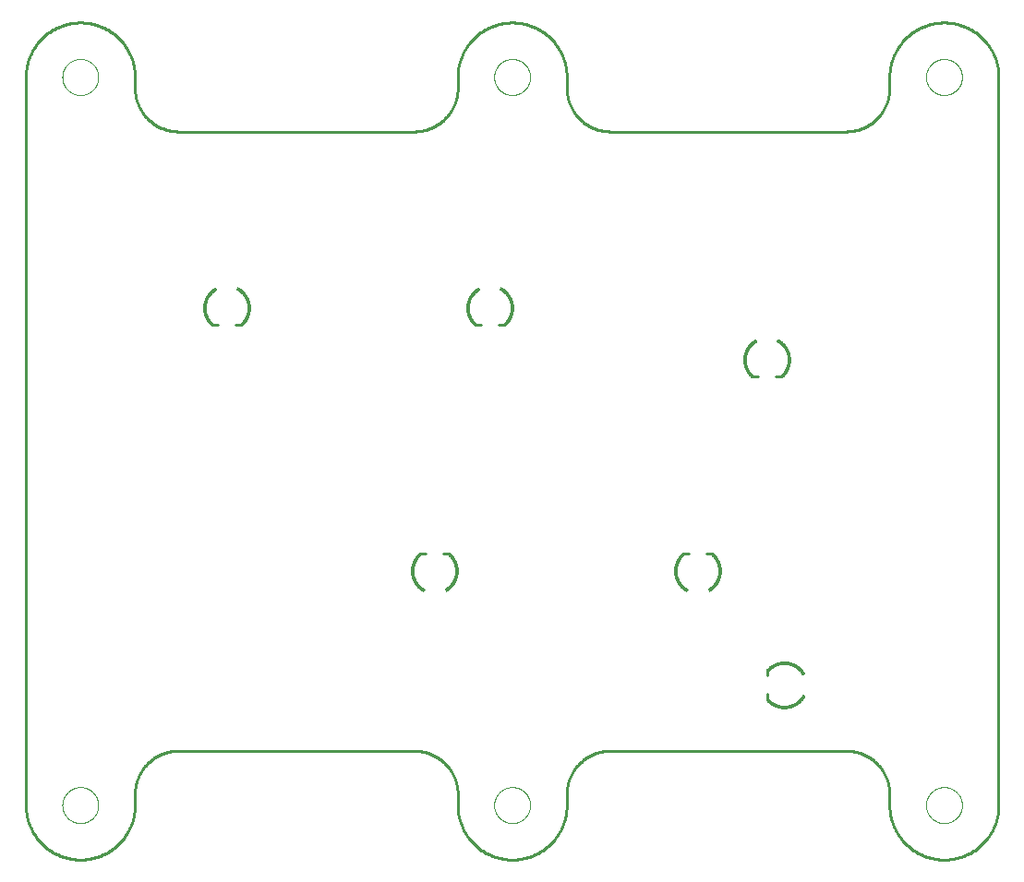
<source format=gbo>
G75*
%MOIN*%
%OFA0B0*%
%FSLAX25Y25*%
%IPPOS*%
%LPD*%
%AMOC8*
5,1,8,0,0,1.08239X$1,22.5*
%
%ADD10C,0.00000*%
%ADD11C,0.01000*%
%ADD12C,0.00100*%
D10*
X0027057Y0029165D02*
X0027059Y0029326D01*
X0027065Y0029486D01*
X0027075Y0029647D01*
X0027089Y0029807D01*
X0027107Y0029966D01*
X0027128Y0030126D01*
X0027154Y0030284D01*
X0027184Y0030442D01*
X0027217Y0030599D01*
X0027255Y0030756D01*
X0027296Y0030911D01*
X0027341Y0031065D01*
X0027390Y0031218D01*
X0027443Y0031370D01*
X0027499Y0031520D01*
X0027559Y0031669D01*
X0027623Y0031817D01*
X0027690Y0031963D01*
X0027761Y0032107D01*
X0027836Y0032249D01*
X0027914Y0032390D01*
X0027995Y0032528D01*
X0028080Y0032665D01*
X0028169Y0032799D01*
X0028260Y0032931D01*
X0028355Y0033061D01*
X0028453Y0033188D01*
X0028554Y0033313D01*
X0028658Y0033436D01*
X0028765Y0033555D01*
X0028875Y0033672D01*
X0028988Y0033787D01*
X0029104Y0033898D01*
X0029222Y0034007D01*
X0029343Y0034112D01*
X0029467Y0034215D01*
X0029593Y0034315D01*
X0029722Y0034411D01*
X0029853Y0034504D01*
X0029986Y0034594D01*
X0030121Y0034681D01*
X0030259Y0034764D01*
X0030398Y0034843D01*
X0030540Y0034920D01*
X0030683Y0034993D01*
X0030828Y0035062D01*
X0030975Y0035127D01*
X0031123Y0035189D01*
X0031273Y0035248D01*
X0031424Y0035302D01*
X0031576Y0035353D01*
X0031730Y0035400D01*
X0031885Y0035443D01*
X0032040Y0035482D01*
X0032197Y0035518D01*
X0032355Y0035550D01*
X0032513Y0035577D01*
X0032672Y0035601D01*
X0032831Y0035621D01*
X0032991Y0035637D01*
X0033152Y0035649D01*
X0033312Y0035657D01*
X0033473Y0035661D01*
X0033633Y0035661D01*
X0033794Y0035657D01*
X0033954Y0035649D01*
X0034115Y0035637D01*
X0034275Y0035621D01*
X0034434Y0035601D01*
X0034593Y0035577D01*
X0034751Y0035550D01*
X0034909Y0035518D01*
X0035066Y0035482D01*
X0035221Y0035443D01*
X0035376Y0035400D01*
X0035530Y0035353D01*
X0035682Y0035302D01*
X0035833Y0035248D01*
X0035983Y0035189D01*
X0036131Y0035127D01*
X0036278Y0035062D01*
X0036423Y0034993D01*
X0036566Y0034920D01*
X0036708Y0034843D01*
X0036847Y0034764D01*
X0036985Y0034681D01*
X0037120Y0034594D01*
X0037253Y0034504D01*
X0037384Y0034411D01*
X0037513Y0034315D01*
X0037639Y0034215D01*
X0037763Y0034112D01*
X0037884Y0034007D01*
X0038002Y0033898D01*
X0038118Y0033787D01*
X0038231Y0033672D01*
X0038341Y0033555D01*
X0038448Y0033436D01*
X0038552Y0033313D01*
X0038653Y0033188D01*
X0038751Y0033061D01*
X0038846Y0032931D01*
X0038937Y0032799D01*
X0039026Y0032665D01*
X0039111Y0032528D01*
X0039192Y0032390D01*
X0039270Y0032249D01*
X0039345Y0032107D01*
X0039416Y0031963D01*
X0039483Y0031817D01*
X0039547Y0031669D01*
X0039607Y0031520D01*
X0039663Y0031370D01*
X0039716Y0031218D01*
X0039765Y0031065D01*
X0039810Y0030911D01*
X0039851Y0030756D01*
X0039889Y0030599D01*
X0039922Y0030442D01*
X0039952Y0030284D01*
X0039978Y0030126D01*
X0039999Y0029966D01*
X0040017Y0029807D01*
X0040031Y0029647D01*
X0040041Y0029486D01*
X0040047Y0029326D01*
X0040049Y0029165D01*
X0040047Y0029004D01*
X0040041Y0028844D01*
X0040031Y0028683D01*
X0040017Y0028523D01*
X0039999Y0028364D01*
X0039978Y0028204D01*
X0039952Y0028046D01*
X0039922Y0027888D01*
X0039889Y0027731D01*
X0039851Y0027574D01*
X0039810Y0027419D01*
X0039765Y0027265D01*
X0039716Y0027112D01*
X0039663Y0026960D01*
X0039607Y0026810D01*
X0039547Y0026661D01*
X0039483Y0026513D01*
X0039416Y0026367D01*
X0039345Y0026223D01*
X0039270Y0026081D01*
X0039192Y0025940D01*
X0039111Y0025802D01*
X0039026Y0025665D01*
X0038937Y0025531D01*
X0038846Y0025399D01*
X0038751Y0025269D01*
X0038653Y0025142D01*
X0038552Y0025017D01*
X0038448Y0024894D01*
X0038341Y0024775D01*
X0038231Y0024658D01*
X0038118Y0024543D01*
X0038002Y0024432D01*
X0037884Y0024323D01*
X0037763Y0024218D01*
X0037639Y0024115D01*
X0037513Y0024015D01*
X0037384Y0023919D01*
X0037253Y0023826D01*
X0037120Y0023736D01*
X0036985Y0023649D01*
X0036847Y0023566D01*
X0036708Y0023487D01*
X0036566Y0023410D01*
X0036423Y0023337D01*
X0036278Y0023268D01*
X0036131Y0023203D01*
X0035983Y0023141D01*
X0035833Y0023082D01*
X0035682Y0023028D01*
X0035530Y0022977D01*
X0035376Y0022930D01*
X0035221Y0022887D01*
X0035066Y0022848D01*
X0034909Y0022812D01*
X0034751Y0022780D01*
X0034593Y0022753D01*
X0034434Y0022729D01*
X0034275Y0022709D01*
X0034115Y0022693D01*
X0033954Y0022681D01*
X0033794Y0022673D01*
X0033633Y0022669D01*
X0033473Y0022669D01*
X0033312Y0022673D01*
X0033152Y0022681D01*
X0032991Y0022693D01*
X0032831Y0022709D01*
X0032672Y0022729D01*
X0032513Y0022753D01*
X0032355Y0022780D01*
X0032197Y0022812D01*
X0032040Y0022848D01*
X0031885Y0022887D01*
X0031730Y0022930D01*
X0031576Y0022977D01*
X0031424Y0023028D01*
X0031273Y0023082D01*
X0031123Y0023141D01*
X0030975Y0023203D01*
X0030828Y0023268D01*
X0030683Y0023337D01*
X0030540Y0023410D01*
X0030398Y0023487D01*
X0030259Y0023566D01*
X0030121Y0023649D01*
X0029986Y0023736D01*
X0029853Y0023826D01*
X0029722Y0023919D01*
X0029593Y0024015D01*
X0029467Y0024115D01*
X0029343Y0024218D01*
X0029222Y0024323D01*
X0029104Y0024432D01*
X0028988Y0024543D01*
X0028875Y0024658D01*
X0028765Y0024775D01*
X0028658Y0024894D01*
X0028554Y0025017D01*
X0028453Y0025142D01*
X0028355Y0025269D01*
X0028260Y0025399D01*
X0028169Y0025531D01*
X0028080Y0025665D01*
X0027995Y0025802D01*
X0027914Y0025940D01*
X0027836Y0026081D01*
X0027761Y0026223D01*
X0027690Y0026367D01*
X0027623Y0026513D01*
X0027559Y0026661D01*
X0027499Y0026810D01*
X0027443Y0026960D01*
X0027390Y0027112D01*
X0027341Y0027265D01*
X0027296Y0027419D01*
X0027255Y0027574D01*
X0027217Y0027731D01*
X0027184Y0027888D01*
X0027154Y0028046D01*
X0027128Y0028204D01*
X0027107Y0028364D01*
X0027089Y0028523D01*
X0027075Y0028683D01*
X0027065Y0028844D01*
X0027059Y0029004D01*
X0027057Y0029165D01*
X0182959Y0029165D02*
X0182961Y0029326D01*
X0182967Y0029486D01*
X0182977Y0029647D01*
X0182991Y0029807D01*
X0183009Y0029966D01*
X0183030Y0030126D01*
X0183056Y0030284D01*
X0183086Y0030442D01*
X0183119Y0030599D01*
X0183157Y0030756D01*
X0183198Y0030911D01*
X0183243Y0031065D01*
X0183292Y0031218D01*
X0183345Y0031370D01*
X0183401Y0031520D01*
X0183461Y0031669D01*
X0183525Y0031817D01*
X0183592Y0031963D01*
X0183663Y0032107D01*
X0183738Y0032249D01*
X0183816Y0032390D01*
X0183897Y0032528D01*
X0183982Y0032665D01*
X0184071Y0032799D01*
X0184162Y0032931D01*
X0184257Y0033061D01*
X0184355Y0033188D01*
X0184456Y0033313D01*
X0184560Y0033436D01*
X0184667Y0033555D01*
X0184777Y0033672D01*
X0184890Y0033787D01*
X0185006Y0033898D01*
X0185124Y0034007D01*
X0185245Y0034112D01*
X0185369Y0034215D01*
X0185495Y0034315D01*
X0185624Y0034411D01*
X0185755Y0034504D01*
X0185888Y0034594D01*
X0186023Y0034681D01*
X0186161Y0034764D01*
X0186300Y0034843D01*
X0186442Y0034920D01*
X0186585Y0034993D01*
X0186730Y0035062D01*
X0186877Y0035127D01*
X0187025Y0035189D01*
X0187175Y0035248D01*
X0187326Y0035302D01*
X0187478Y0035353D01*
X0187632Y0035400D01*
X0187787Y0035443D01*
X0187942Y0035482D01*
X0188099Y0035518D01*
X0188257Y0035550D01*
X0188415Y0035577D01*
X0188574Y0035601D01*
X0188733Y0035621D01*
X0188893Y0035637D01*
X0189054Y0035649D01*
X0189214Y0035657D01*
X0189375Y0035661D01*
X0189535Y0035661D01*
X0189696Y0035657D01*
X0189856Y0035649D01*
X0190017Y0035637D01*
X0190177Y0035621D01*
X0190336Y0035601D01*
X0190495Y0035577D01*
X0190653Y0035550D01*
X0190811Y0035518D01*
X0190968Y0035482D01*
X0191123Y0035443D01*
X0191278Y0035400D01*
X0191432Y0035353D01*
X0191584Y0035302D01*
X0191735Y0035248D01*
X0191885Y0035189D01*
X0192033Y0035127D01*
X0192180Y0035062D01*
X0192325Y0034993D01*
X0192468Y0034920D01*
X0192610Y0034843D01*
X0192749Y0034764D01*
X0192887Y0034681D01*
X0193022Y0034594D01*
X0193155Y0034504D01*
X0193286Y0034411D01*
X0193415Y0034315D01*
X0193541Y0034215D01*
X0193665Y0034112D01*
X0193786Y0034007D01*
X0193904Y0033898D01*
X0194020Y0033787D01*
X0194133Y0033672D01*
X0194243Y0033555D01*
X0194350Y0033436D01*
X0194454Y0033313D01*
X0194555Y0033188D01*
X0194653Y0033061D01*
X0194748Y0032931D01*
X0194839Y0032799D01*
X0194928Y0032665D01*
X0195013Y0032528D01*
X0195094Y0032390D01*
X0195172Y0032249D01*
X0195247Y0032107D01*
X0195318Y0031963D01*
X0195385Y0031817D01*
X0195449Y0031669D01*
X0195509Y0031520D01*
X0195565Y0031370D01*
X0195618Y0031218D01*
X0195667Y0031065D01*
X0195712Y0030911D01*
X0195753Y0030756D01*
X0195791Y0030599D01*
X0195824Y0030442D01*
X0195854Y0030284D01*
X0195880Y0030126D01*
X0195901Y0029966D01*
X0195919Y0029807D01*
X0195933Y0029647D01*
X0195943Y0029486D01*
X0195949Y0029326D01*
X0195951Y0029165D01*
X0195949Y0029004D01*
X0195943Y0028844D01*
X0195933Y0028683D01*
X0195919Y0028523D01*
X0195901Y0028364D01*
X0195880Y0028204D01*
X0195854Y0028046D01*
X0195824Y0027888D01*
X0195791Y0027731D01*
X0195753Y0027574D01*
X0195712Y0027419D01*
X0195667Y0027265D01*
X0195618Y0027112D01*
X0195565Y0026960D01*
X0195509Y0026810D01*
X0195449Y0026661D01*
X0195385Y0026513D01*
X0195318Y0026367D01*
X0195247Y0026223D01*
X0195172Y0026081D01*
X0195094Y0025940D01*
X0195013Y0025802D01*
X0194928Y0025665D01*
X0194839Y0025531D01*
X0194748Y0025399D01*
X0194653Y0025269D01*
X0194555Y0025142D01*
X0194454Y0025017D01*
X0194350Y0024894D01*
X0194243Y0024775D01*
X0194133Y0024658D01*
X0194020Y0024543D01*
X0193904Y0024432D01*
X0193786Y0024323D01*
X0193665Y0024218D01*
X0193541Y0024115D01*
X0193415Y0024015D01*
X0193286Y0023919D01*
X0193155Y0023826D01*
X0193022Y0023736D01*
X0192887Y0023649D01*
X0192749Y0023566D01*
X0192610Y0023487D01*
X0192468Y0023410D01*
X0192325Y0023337D01*
X0192180Y0023268D01*
X0192033Y0023203D01*
X0191885Y0023141D01*
X0191735Y0023082D01*
X0191584Y0023028D01*
X0191432Y0022977D01*
X0191278Y0022930D01*
X0191123Y0022887D01*
X0190968Y0022848D01*
X0190811Y0022812D01*
X0190653Y0022780D01*
X0190495Y0022753D01*
X0190336Y0022729D01*
X0190177Y0022709D01*
X0190017Y0022693D01*
X0189856Y0022681D01*
X0189696Y0022673D01*
X0189535Y0022669D01*
X0189375Y0022669D01*
X0189214Y0022673D01*
X0189054Y0022681D01*
X0188893Y0022693D01*
X0188733Y0022709D01*
X0188574Y0022729D01*
X0188415Y0022753D01*
X0188257Y0022780D01*
X0188099Y0022812D01*
X0187942Y0022848D01*
X0187787Y0022887D01*
X0187632Y0022930D01*
X0187478Y0022977D01*
X0187326Y0023028D01*
X0187175Y0023082D01*
X0187025Y0023141D01*
X0186877Y0023203D01*
X0186730Y0023268D01*
X0186585Y0023337D01*
X0186442Y0023410D01*
X0186300Y0023487D01*
X0186161Y0023566D01*
X0186023Y0023649D01*
X0185888Y0023736D01*
X0185755Y0023826D01*
X0185624Y0023919D01*
X0185495Y0024015D01*
X0185369Y0024115D01*
X0185245Y0024218D01*
X0185124Y0024323D01*
X0185006Y0024432D01*
X0184890Y0024543D01*
X0184777Y0024658D01*
X0184667Y0024775D01*
X0184560Y0024894D01*
X0184456Y0025017D01*
X0184355Y0025142D01*
X0184257Y0025269D01*
X0184162Y0025399D01*
X0184071Y0025531D01*
X0183982Y0025665D01*
X0183897Y0025802D01*
X0183816Y0025940D01*
X0183738Y0026081D01*
X0183663Y0026223D01*
X0183592Y0026367D01*
X0183525Y0026513D01*
X0183461Y0026661D01*
X0183401Y0026810D01*
X0183345Y0026960D01*
X0183292Y0027112D01*
X0183243Y0027265D01*
X0183198Y0027419D01*
X0183157Y0027574D01*
X0183119Y0027731D01*
X0183086Y0027888D01*
X0183056Y0028046D01*
X0183030Y0028204D01*
X0183009Y0028364D01*
X0182991Y0028523D01*
X0182977Y0028683D01*
X0182967Y0028844D01*
X0182961Y0029004D01*
X0182959Y0029165D01*
X0338860Y0029165D02*
X0338862Y0029326D01*
X0338868Y0029486D01*
X0338878Y0029647D01*
X0338892Y0029807D01*
X0338910Y0029966D01*
X0338931Y0030126D01*
X0338957Y0030284D01*
X0338987Y0030442D01*
X0339020Y0030599D01*
X0339058Y0030756D01*
X0339099Y0030911D01*
X0339144Y0031065D01*
X0339193Y0031218D01*
X0339246Y0031370D01*
X0339302Y0031520D01*
X0339362Y0031669D01*
X0339426Y0031817D01*
X0339493Y0031963D01*
X0339564Y0032107D01*
X0339639Y0032249D01*
X0339717Y0032390D01*
X0339798Y0032528D01*
X0339883Y0032665D01*
X0339972Y0032799D01*
X0340063Y0032931D01*
X0340158Y0033061D01*
X0340256Y0033188D01*
X0340357Y0033313D01*
X0340461Y0033436D01*
X0340568Y0033555D01*
X0340678Y0033672D01*
X0340791Y0033787D01*
X0340907Y0033898D01*
X0341025Y0034007D01*
X0341146Y0034112D01*
X0341270Y0034215D01*
X0341396Y0034315D01*
X0341525Y0034411D01*
X0341656Y0034504D01*
X0341789Y0034594D01*
X0341924Y0034681D01*
X0342062Y0034764D01*
X0342201Y0034843D01*
X0342343Y0034920D01*
X0342486Y0034993D01*
X0342631Y0035062D01*
X0342778Y0035127D01*
X0342926Y0035189D01*
X0343076Y0035248D01*
X0343227Y0035302D01*
X0343379Y0035353D01*
X0343533Y0035400D01*
X0343688Y0035443D01*
X0343843Y0035482D01*
X0344000Y0035518D01*
X0344158Y0035550D01*
X0344316Y0035577D01*
X0344475Y0035601D01*
X0344634Y0035621D01*
X0344794Y0035637D01*
X0344955Y0035649D01*
X0345115Y0035657D01*
X0345276Y0035661D01*
X0345436Y0035661D01*
X0345597Y0035657D01*
X0345757Y0035649D01*
X0345918Y0035637D01*
X0346078Y0035621D01*
X0346237Y0035601D01*
X0346396Y0035577D01*
X0346554Y0035550D01*
X0346712Y0035518D01*
X0346869Y0035482D01*
X0347024Y0035443D01*
X0347179Y0035400D01*
X0347333Y0035353D01*
X0347485Y0035302D01*
X0347636Y0035248D01*
X0347786Y0035189D01*
X0347934Y0035127D01*
X0348081Y0035062D01*
X0348226Y0034993D01*
X0348369Y0034920D01*
X0348511Y0034843D01*
X0348650Y0034764D01*
X0348788Y0034681D01*
X0348923Y0034594D01*
X0349056Y0034504D01*
X0349187Y0034411D01*
X0349316Y0034315D01*
X0349442Y0034215D01*
X0349566Y0034112D01*
X0349687Y0034007D01*
X0349805Y0033898D01*
X0349921Y0033787D01*
X0350034Y0033672D01*
X0350144Y0033555D01*
X0350251Y0033436D01*
X0350355Y0033313D01*
X0350456Y0033188D01*
X0350554Y0033061D01*
X0350649Y0032931D01*
X0350740Y0032799D01*
X0350829Y0032665D01*
X0350914Y0032528D01*
X0350995Y0032390D01*
X0351073Y0032249D01*
X0351148Y0032107D01*
X0351219Y0031963D01*
X0351286Y0031817D01*
X0351350Y0031669D01*
X0351410Y0031520D01*
X0351466Y0031370D01*
X0351519Y0031218D01*
X0351568Y0031065D01*
X0351613Y0030911D01*
X0351654Y0030756D01*
X0351692Y0030599D01*
X0351725Y0030442D01*
X0351755Y0030284D01*
X0351781Y0030126D01*
X0351802Y0029966D01*
X0351820Y0029807D01*
X0351834Y0029647D01*
X0351844Y0029486D01*
X0351850Y0029326D01*
X0351852Y0029165D01*
X0351850Y0029004D01*
X0351844Y0028844D01*
X0351834Y0028683D01*
X0351820Y0028523D01*
X0351802Y0028364D01*
X0351781Y0028204D01*
X0351755Y0028046D01*
X0351725Y0027888D01*
X0351692Y0027731D01*
X0351654Y0027574D01*
X0351613Y0027419D01*
X0351568Y0027265D01*
X0351519Y0027112D01*
X0351466Y0026960D01*
X0351410Y0026810D01*
X0351350Y0026661D01*
X0351286Y0026513D01*
X0351219Y0026367D01*
X0351148Y0026223D01*
X0351073Y0026081D01*
X0350995Y0025940D01*
X0350914Y0025802D01*
X0350829Y0025665D01*
X0350740Y0025531D01*
X0350649Y0025399D01*
X0350554Y0025269D01*
X0350456Y0025142D01*
X0350355Y0025017D01*
X0350251Y0024894D01*
X0350144Y0024775D01*
X0350034Y0024658D01*
X0349921Y0024543D01*
X0349805Y0024432D01*
X0349687Y0024323D01*
X0349566Y0024218D01*
X0349442Y0024115D01*
X0349316Y0024015D01*
X0349187Y0023919D01*
X0349056Y0023826D01*
X0348923Y0023736D01*
X0348788Y0023649D01*
X0348650Y0023566D01*
X0348511Y0023487D01*
X0348369Y0023410D01*
X0348226Y0023337D01*
X0348081Y0023268D01*
X0347934Y0023203D01*
X0347786Y0023141D01*
X0347636Y0023082D01*
X0347485Y0023028D01*
X0347333Y0022977D01*
X0347179Y0022930D01*
X0347024Y0022887D01*
X0346869Y0022848D01*
X0346712Y0022812D01*
X0346554Y0022780D01*
X0346396Y0022753D01*
X0346237Y0022729D01*
X0346078Y0022709D01*
X0345918Y0022693D01*
X0345757Y0022681D01*
X0345597Y0022673D01*
X0345436Y0022669D01*
X0345276Y0022669D01*
X0345115Y0022673D01*
X0344955Y0022681D01*
X0344794Y0022693D01*
X0344634Y0022709D01*
X0344475Y0022729D01*
X0344316Y0022753D01*
X0344158Y0022780D01*
X0344000Y0022812D01*
X0343843Y0022848D01*
X0343688Y0022887D01*
X0343533Y0022930D01*
X0343379Y0022977D01*
X0343227Y0023028D01*
X0343076Y0023082D01*
X0342926Y0023141D01*
X0342778Y0023203D01*
X0342631Y0023268D01*
X0342486Y0023337D01*
X0342343Y0023410D01*
X0342201Y0023487D01*
X0342062Y0023566D01*
X0341924Y0023649D01*
X0341789Y0023736D01*
X0341656Y0023826D01*
X0341525Y0023919D01*
X0341396Y0024015D01*
X0341270Y0024115D01*
X0341146Y0024218D01*
X0341025Y0024323D01*
X0340907Y0024432D01*
X0340791Y0024543D01*
X0340678Y0024658D01*
X0340568Y0024775D01*
X0340461Y0024894D01*
X0340357Y0025017D01*
X0340256Y0025142D01*
X0340158Y0025269D01*
X0340063Y0025399D01*
X0339972Y0025531D01*
X0339883Y0025665D01*
X0339798Y0025802D01*
X0339717Y0025940D01*
X0339639Y0026081D01*
X0339564Y0026223D01*
X0339493Y0026367D01*
X0339426Y0026513D01*
X0339362Y0026661D01*
X0339302Y0026810D01*
X0339246Y0026960D01*
X0339193Y0027112D01*
X0339144Y0027265D01*
X0339099Y0027419D01*
X0339058Y0027574D01*
X0339020Y0027731D01*
X0338987Y0027888D01*
X0338957Y0028046D01*
X0338931Y0028204D01*
X0338910Y0028364D01*
X0338892Y0028523D01*
X0338878Y0028683D01*
X0338868Y0028844D01*
X0338862Y0029004D01*
X0338860Y0029165D01*
X0338860Y0292236D02*
X0338862Y0292397D01*
X0338868Y0292557D01*
X0338878Y0292718D01*
X0338892Y0292878D01*
X0338910Y0293037D01*
X0338931Y0293197D01*
X0338957Y0293355D01*
X0338987Y0293513D01*
X0339020Y0293670D01*
X0339058Y0293827D01*
X0339099Y0293982D01*
X0339144Y0294136D01*
X0339193Y0294289D01*
X0339246Y0294441D01*
X0339302Y0294591D01*
X0339362Y0294740D01*
X0339426Y0294888D01*
X0339493Y0295034D01*
X0339564Y0295178D01*
X0339639Y0295320D01*
X0339717Y0295461D01*
X0339798Y0295599D01*
X0339883Y0295736D01*
X0339972Y0295870D01*
X0340063Y0296002D01*
X0340158Y0296132D01*
X0340256Y0296259D01*
X0340357Y0296384D01*
X0340461Y0296507D01*
X0340568Y0296626D01*
X0340678Y0296743D01*
X0340791Y0296858D01*
X0340907Y0296969D01*
X0341025Y0297078D01*
X0341146Y0297183D01*
X0341270Y0297286D01*
X0341396Y0297386D01*
X0341525Y0297482D01*
X0341656Y0297575D01*
X0341789Y0297665D01*
X0341924Y0297752D01*
X0342062Y0297835D01*
X0342201Y0297914D01*
X0342343Y0297991D01*
X0342486Y0298064D01*
X0342631Y0298133D01*
X0342778Y0298198D01*
X0342926Y0298260D01*
X0343076Y0298319D01*
X0343227Y0298373D01*
X0343379Y0298424D01*
X0343533Y0298471D01*
X0343688Y0298514D01*
X0343843Y0298553D01*
X0344000Y0298589D01*
X0344158Y0298621D01*
X0344316Y0298648D01*
X0344475Y0298672D01*
X0344634Y0298692D01*
X0344794Y0298708D01*
X0344955Y0298720D01*
X0345115Y0298728D01*
X0345276Y0298732D01*
X0345436Y0298732D01*
X0345597Y0298728D01*
X0345757Y0298720D01*
X0345918Y0298708D01*
X0346078Y0298692D01*
X0346237Y0298672D01*
X0346396Y0298648D01*
X0346554Y0298621D01*
X0346712Y0298589D01*
X0346869Y0298553D01*
X0347024Y0298514D01*
X0347179Y0298471D01*
X0347333Y0298424D01*
X0347485Y0298373D01*
X0347636Y0298319D01*
X0347786Y0298260D01*
X0347934Y0298198D01*
X0348081Y0298133D01*
X0348226Y0298064D01*
X0348369Y0297991D01*
X0348511Y0297914D01*
X0348650Y0297835D01*
X0348788Y0297752D01*
X0348923Y0297665D01*
X0349056Y0297575D01*
X0349187Y0297482D01*
X0349316Y0297386D01*
X0349442Y0297286D01*
X0349566Y0297183D01*
X0349687Y0297078D01*
X0349805Y0296969D01*
X0349921Y0296858D01*
X0350034Y0296743D01*
X0350144Y0296626D01*
X0350251Y0296507D01*
X0350355Y0296384D01*
X0350456Y0296259D01*
X0350554Y0296132D01*
X0350649Y0296002D01*
X0350740Y0295870D01*
X0350829Y0295736D01*
X0350914Y0295599D01*
X0350995Y0295461D01*
X0351073Y0295320D01*
X0351148Y0295178D01*
X0351219Y0295034D01*
X0351286Y0294888D01*
X0351350Y0294740D01*
X0351410Y0294591D01*
X0351466Y0294441D01*
X0351519Y0294289D01*
X0351568Y0294136D01*
X0351613Y0293982D01*
X0351654Y0293827D01*
X0351692Y0293670D01*
X0351725Y0293513D01*
X0351755Y0293355D01*
X0351781Y0293197D01*
X0351802Y0293037D01*
X0351820Y0292878D01*
X0351834Y0292718D01*
X0351844Y0292557D01*
X0351850Y0292397D01*
X0351852Y0292236D01*
X0351850Y0292075D01*
X0351844Y0291915D01*
X0351834Y0291754D01*
X0351820Y0291594D01*
X0351802Y0291435D01*
X0351781Y0291275D01*
X0351755Y0291117D01*
X0351725Y0290959D01*
X0351692Y0290802D01*
X0351654Y0290645D01*
X0351613Y0290490D01*
X0351568Y0290336D01*
X0351519Y0290183D01*
X0351466Y0290031D01*
X0351410Y0289881D01*
X0351350Y0289732D01*
X0351286Y0289584D01*
X0351219Y0289438D01*
X0351148Y0289294D01*
X0351073Y0289152D01*
X0350995Y0289011D01*
X0350914Y0288873D01*
X0350829Y0288736D01*
X0350740Y0288602D01*
X0350649Y0288470D01*
X0350554Y0288340D01*
X0350456Y0288213D01*
X0350355Y0288088D01*
X0350251Y0287965D01*
X0350144Y0287846D01*
X0350034Y0287729D01*
X0349921Y0287614D01*
X0349805Y0287503D01*
X0349687Y0287394D01*
X0349566Y0287289D01*
X0349442Y0287186D01*
X0349316Y0287086D01*
X0349187Y0286990D01*
X0349056Y0286897D01*
X0348923Y0286807D01*
X0348788Y0286720D01*
X0348650Y0286637D01*
X0348511Y0286558D01*
X0348369Y0286481D01*
X0348226Y0286408D01*
X0348081Y0286339D01*
X0347934Y0286274D01*
X0347786Y0286212D01*
X0347636Y0286153D01*
X0347485Y0286099D01*
X0347333Y0286048D01*
X0347179Y0286001D01*
X0347024Y0285958D01*
X0346869Y0285919D01*
X0346712Y0285883D01*
X0346554Y0285851D01*
X0346396Y0285824D01*
X0346237Y0285800D01*
X0346078Y0285780D01*
X0345918Y0285764D01*
X0345757Y0285752D01*
X0345597Y0285744D01*
X0345436Y0285740D01*
X0345276Y0285740D01*
X0345115Y0285744D01*
X0344955Y0285752D01*
X0344794Y0285764D01*
X0344634Y0285780D01*
X0344475Y0285800D01*
X0344316Y0285824D01*
X0344158Y0285851D01*
X0344000Y0285883D01*
X0343843Y0285919D01*
X0343688Y0285958D01*
X0343533Y0286001D01*
X0343379Y0286048D01*
X0343227Y0286099D01*
X0343076Y0286153D01*
X0342926Y0286212D01*
X0342778Y0286274D01*
X0342631Y0286339D01*
X0342486Y0286408D01*
X0342343Y0286481D01*
X0342201Y0286558D01*
X0342062Y0286637D01*
X0341924Y0286720D01*
X0341789Y0286807D01*
X0341656Y0286897D01*
X0341525Y0286990D01*
X0341396Y0287086D01*
X0341270Y0287186D01*
X0341146Y0287289D01*
X0341025Y0287394D01*
X0340907Y0287503D01*
X0340791Y0287614D01*
X0340678Y0287729D01*
X0340568Y0287846D01*
X0340461Y0287965D01*
X0340357Y0288088D01*
X0340256Y0288213D01*
X0340158Y0288340D01*
X0340063Y0288470D01*
X0339972Y0288602D01*
X0339883Y0288736D01*
X0339798Y0288873D01*
X0339717Y0289011D01*
X0339639Y0289152D01*
X0339564Y0289294D01*
X0339493Y0289438D01*
X0339426Y0289584D01*
X0339362Y0289732D01*
X0339302Y0289881D01*
X0339246Y0290031D01*
X0339193Y0290183D01*
X0339144Y0290336D01*
X0339099Y0290490D01*
X0339058Y0290645D01*
X0339020Y0290802D01*
X0338987Y0290959D01*
X0338957Y0291117D01*
X0338931Y0291275D01*
X0338910Y0291435D01*
X0338892Y0291594D01*
X0338878Y0291754D01*
X0338868Y0291915D01*
X0338862Y0292075D01*
X0338860Y0292236D01*
X0182959Y0292236D02*
X0182961Y0292397D01*
X0182967Y0292557D01*
X0182977Y0292718D01*
X0182991Y0292878D01*
X0183009Y0293037D01*
X0183030Y0293197D01*
X0183056Y0293355D01*
X0183086Y0293513D01*
X0183119Y0293670D01*
X0183157Y0293827D01*
X0183198Y0293982D01*
X0183243Y0294136D01*
X0183292Y0294289D01*
X0183345Y0294441D01*
X0183401Y0294591D01*
X0183461Y0294740D01*
X0183525Y0294888D01*
X0183592Y0295034D01*
X0183663Y0295178D01*
X0183738Y0295320D01*
X0183816Y0295461D01*
X0183897Y0295599D01*
X0183982Y0295736D01*
X0184071Y0295870D01*
X0184162Y0296002D01*
X0184257Y0296132D01*
X0184355Y0296259D01*
X0184456Y0296384D01*
X0184560Y0296507D01*
X0184667Y0296626D01*
X0184777Y0296743D01*
X0184890Y0296858D01*
X0185006Y0296969D01*
X0185124Y0297078D01*
X0185245Y0297183D01*
X0185369Y0297286D01*
X0185495Y0297386D01*
X0185624Y0297482D01*
X0185755Y0297575D01*
X0185888Y0297665D01*
X0186023Y0297752D01*
X0186161Y0297835D01*
X0186300Y0297914D01*
X0186442Y0297991D01*
X0186585Y0298064D01*
X0186730Y0298133D01*
X0186877Y0298198D01*
X0187025Y0298260D01*
X0187175Y0298319D01*
X0187326Y0298373D01*
X0187478Y0298424D01*
X0187632Y0298471D01*
X0187787Y0298514D01*
X0187942Y0298553D01*
X0188099Y0298589D01*
X0188257Y0298621D01*
X0188415Y0298648D01*
X0188574Y0298672D01*
X0188733Y0298692D01*
X0188893Y0298708D01*
X0189054Y0298720D01*
X0189214Y0298728D01*
X0189375Y0298732D01*
X0189535Y0298732D01*
X0189696Y0298728D01*
X0189856Y0298720D01*
X0190017Y0298708D01*
X0190177Y0298692D01*
X0190336Y0298672D01*
X0190495Y0298648D01*
X0190653Y0298621D01*
X0190811Y0298589D01*
X0190968Y0298553D01*
X0191123Y0298514D01*
X0191278Y0298471D01*
X0191432Y0298424D01*
X0191584Y0298373D01*
X0191735Y0298319D01*
X0191885Y0298260D01*
X0192033Y0298198D01*
X0192180Y0298133D01*
X0192325Y0298064D01*
X0192468Y0297991D01*
X0192610Y0297914D01*
X0192749Y0297835D01*
X0192887Y0297752D01*
X0193022Y0297665D01*
X0193155Y0297575D01*
X0193286Y0297482D01*
X0193415Y0297386D01*
X0193541Y0297286D01*
X0193665Y0297183D01*
X0193786Y0297078D01*
X0193904Y0296969D01*
X0194020Y0296858D01*
X0194133Y0296743D01*
X0194243Y0296626D01*
X0194350Y0296507D01*
X0194454Y0296384D01*
X0194555Y0296259D01*
X0194653Y0296132D01*
X0194748Y0296002D01*
X0194839Y0295870D01*
X0194928Y0295736D01*
X0195013Y0295599D01*
X0195094Y0295461D01*
X0195172Y0295320D01*
X0195247Y0295178D01*
X0195318Y0295034D01*
X0195385Y0294888D01*
X0195449Y0294740D01*
X0195509Y0294591D01*
X0195565Y0294441D01*
X0195618Y0294289D01*
X0195667Y0294136D01*
X0195712Y0293982D01*
X0195753Y0293827D01*
X0195791Y0293670D01*
X0195824Y0293513D01*
X0195854Y0293355D01*
X0195880Y0293197D01*
X0195901Y0293037D01*
X0195919Y0292878D01*
X0195933Y0292718D01*
X0195943Y0292557D01*
X0195949Y0292397D01*
X0195951Y0292236D01*
X0195949Y0292075D01*
X0195943Y0291915D01*
X0195933Y0291754D01*
X0195919Y0291594D01*
X0195901Y0291435D01*
X0195880Y0291275D01*
X0195854Y0291117D01*
X0195824Y0290959D01*
X0195791Y0290802D01*
X0195753Y0290645D01*
X0195712Y0290490D01*
X0195667Y0290336D01*
X0195618Y0290183D01*
X0195565Y0290031D01*
X0195509Y0289881D01*
X0195449Y0289732D01*
X0195385Y0289584D01*
X0195318Y0289438D01*
X0195247Y0289294D01*
X0195172Y0289152D01*
X0195094Y0289011D01*
X0195013Y0288873D01*
X0194928Y0288736D01*
X0194839Y0288602D01*
X0194748Y0288470D01*
X0194653Y0288340D01*
X0194555Y0288213D01*
X0194454Y0288088D01*
X0194350Y0287965D01*
X0194243Y0287846D01*
X0194133Y0287729D01*
X0194020Y0287614D01*
X0193904Y0287503D01*
X0193786Y0287394D01*
X0193665Y0287289D01*
X0193541Y0287186D01*
X0193415Y0287086D01*
X0193286Y0286990D01*
X0193155Y0286897D01*
X0193022Y0286807D01*
X0192887Y0286720D01*
X0192749Y0286637D01*
X0192610Y0286558D01*
X0192468Y0286481D01*
X0192325Y0286408D01*
X0192180Y0286339D01*
X0192033Y0286274D01*
X0191885Y0286212D01*
X0191735Y0286153D01*
X0191584Y0286099D01*
X0191432Y0286048D01*
X0191278Y0286001D01*
X0191123Y0285958D01*
X0190968Y0285919D01*
X0190811Y0285883D01*
X0190653Y0285851D01*
X0190495Y0285824D01*
X0190336Y0285800D01*
X0190177Y0285780D01*
X0190017Y0285764D01*
X0189856Y0285752D01*
X0189696Y0285744D01*
X0189535Y0285740D01*
X0189375Y0285740D01*
X0189214Y0285744D01*
X0189054Y0285752D01*
X0188893Y0285764D01*
X0188733Y0285780D01*
X0188574Y0285800D01*
X0188415Y0285824D01*
X0188257Y0285851D01*
X0188099Y0285883D01*
X0187942Y0285919D01*
X0187787Y0285958D01*
X0187632Y0286001D01*
X0187478Y0286048D01*
X0187326Y0286099D01*
X0187175Y0286153D01*
X0187025Y0286212D01*
X0186877Y0286274D01*
X0186730Y0286339D01*
X0186585Y0286408D01*
X0186442Y0286481D01*
X0186300Y0286558D01*
X0186161Y0286637D01*
X0186023Y0286720D01*
X0185888Y0286807D01*
X0185755Y0286897D01*
X0185624Y0286990D01*
X0185495Y0287086D01*
X0185369Y0287186D01*
X0185245Y0287289D01*
X0185124Y0287394D01*
X0185006Y0287503D01*
X0184890Y0287614D01*
X0184777Y0287729D01*
X0184667Y0287846D01*
X0184560Y0287965D01*
X0184456Y0288088D01*
X0184355Y0288213D01*
X0184257Y0288340D01*
X0184162Y0288470D01*
X0184071Y0288602D01*
X0183982Y0288736D01*
X0183897Y0288873D01*
X0183816Y0289011D01*
X0183738Y0289152D01*
X0183663Y0289294D01*
X0183592Y0289438D01*
X0183525Y0289584D01*
X0183461Y0289732D01*
X0183401Y0289881D01*
X0183345Y0290031D01*
X0183292Y0290183D01*
X0183243Y0290336D01*
X0183198Y0290490D01*
X0183157Y0290645D01*
X0183119Y0290802D01*
X0183086Y0290959D01*
X0183056Y0291117D01*
X0183030Y0291275D01*
X0183009Y0291435D01*
X0182991Y0291594D01*
X0182977Y0291754D01*
X0182967Y0291915D01*
X0182961Y0292075D01*
X0182959Y0292236D01*
X0027057Y0292236D02*
X0027059Y0292397D01*
X0027065Y0292557D01*
X0027075Y0292718D01*
X0027089Y0292878D01*
X0027107Y0293037D01*
X0027128Y0293197D01*
X0027154Y0293355D01*
X0027184Y0293513D01*
X0027217Y0293670D01*
X0027255Y0293827D01*
X0027296Y0293982D01*
X0027341Y0294136D01*
X0027390Y0294289D01*
X0027443Y0294441D01*
X0027499Y0294591D01*
X0027559Y0294740D01*
X0027623Y0294888D01*
X0027690Y0295034D01*
X0027761Y0295178D01*
X0027836Y0295320D01*
X0027914Y0295461D01*
X0027995Y0295599D01*
X0028080Y0295736D01*
X0028169Y0295870D01*
X0028260Y0296002D01*
X0028355Y0296132D01*
X0028453Y0296259D01*
X0028554Y0296384D01*
X0028658Y0296507D01*
X0028765Y0296626D01*
X0028875Y0296743D01*
X0028988Y0296858D01*
X0029104Y0296969D01*
X0029222Y0297078D01*
X0029343Y0297183D01*
X0029467Y0297286D01*
X0029593Y0297386D01*
X0029722Y0297482D01*
X0029853Y0297575D01*
X0029986Y0297665D01*
X0030121Y0297752D01*
X0030259Y0297835D01*
X0030398Y0297914D01*
X0030540Y0297991D01*
X0030683Y0298064D01*
X0030828Y0298133D01*
X0030975Y0298198D01*
X0031123Y0298260D01*
X0031273Y0298319D01*
X0031424Y0298373D01*
X0031576Y0298424D01*
X0031730Y0298471D01*
X0031885Y0298514D01*
X0032040Y0298553D01*
X0032197Y0298589D01*
X0032355Y0298621D01*
X0032513Y0298648D01*
X0032672Y0298672D01*
X0032831Y0298692D01*
X0032991Y0298708D01*
X0033152Y0298720D01*
X0033312Y0298728D01*
X0033473Y0298732D01*
X0033633Y0298732D01*
X0033794Y0298728D01*
X0033954Y0298720D01*
X0034115Y0298708D01*
X0034275Y0298692D01*
X0034434Y0298672D01*
X0034593Y0298648D01*
X0034751Y0298621D01*
X0034909Y0298589D01*
X0035066Y0298553D01*
X0035221Y0298514D01*
X0035376Y0298471D01*
X0035530Y0298424D01*
X0035682Y0298373D01*
X0035833Y0298319D01*
X0035983Y0298260D01*
X0036131Y0298198D01*
X0036278Y0298133D01*
X0036423Y0298064D01*
X0036566Y0297991D01*
X0036708Y0297914D01*
X0036847Y0297835D01*
X0036985Y0297752D01*
X0037120Y0297665D01*
X0037253Y0297575D01*
X0037384Y0297482D01*
X0037513Y0297386D01*
X0037639Y0297286D01*
X0037763Y0297183D01*
X0037884Y0297078D01*
X0038002Y0296969D01*
X0038118Y0296858D01*
X0038231Y0296743D01*
X0038341Y0296626D01*
X0038448Y0296507D01*
X0038552Y0296384D01*
X0038653Y0296259D01*
X0038751Y0296132D01*
X0038846Y0296002D01*
X0038937Y0295870D01*
X0039026Y0295736D01*
X0039111Y0295599D01*
X0039192Y0295461D01*
X0039270Y0295320D01*
X0039345Y0295178D01*
X0039416Y0295034D01*
X0039483Y0294888D01*
X0039547Y0294740D01*
X0039607Y0294591D01*
X0039663Y0294441D01*
X0039716Y0294289D01*
X0039765Y0294136D01*
X0039810Y0293982D01*
X0039851Y0293827D01*
X0039889Y0293670D01*
X0039922Y0293513D01*
X0039952Y0293355D01*
X0039978Y0293197D01*
X0039999Y0293037D01*
X0040017Y0292878D01*
X0040031Y0292718D01*
X0040041Y0292557D01*
X0040047Y0292397D01*
X0040049Y0292236D01*
X0040047Y0292075D01*
X0040041Y0291915D01*
X0040031Y0291754D01*
X0040017Y0291594D01*
X0039999Y0291435D01*
X0039978Y0291275D01*
X0039952Y0291117D01*
X0039922Y0290959D01*
X0039889Y0290802D01*
X0039851Y0290645D01*
X0039810Y0290490D01*
X0039765Y0290336D01*
X0039716Y0290183D01*
X0039663Y0290031D01*
X0039607Y0289881D01*
X0039547Y0289732D01*
X0039483Y0289584D01*
X0039416Y0289438D01*
X0039345Y0289294D01*
X0039270Y0289152D01*
X0039192Y0289011D01*
X0039111Y0288873D01*
X0039026Y0288736D01*
X0038937Y0288602D01*
X0038846Y0288470D01*
X0038751Y0288340D01*
X0038653Y0288213D01*
X0038552Y0288088D01*
X0038448Y0287965D01*
X0038341Y0287846D01*
X0038231Y0287729D01*
X0038118Y0287614D01*
X0038002Y0287503D01*
X0037884Y0287394D01*
X0037763Y0287289D01*
X0037639Y0287186D01*
X0037513Y0287086D01*
X0037384Y0286990D01*
X0037253Y0286897D01*
X0037120Y0286807D01*
X0036985Y0286720D01*
X0036847Y0286637D01*
X0036708Y0286558D01*
X0036566Y0286481D01*
X0036423Y0286408D01*
X0036278Y0286339D01*
X0036131Y0286274D01*
X0035983Y0286212D01*
X0035833Y0286153D01*
X0035682Y0286099D01*
X0035530Y0286048D01*
X0035376Y0286001D01*
X0035221Y0285958D01*
X0035066Y0285919D01*
X0034909Y0285883D01*
X0034751Y0285851D01*
X0034593Y0285824D01*
X0034434Y0285800D01*
X0034275Y0285780D01*
X0034115Y0285764D01*
X0033954Y0285752D01*
X0033794Y0285744D01*
X0033633Y0285740D01*
X0033473Y0285740D01*
X0033312Y0285744D01*
X0033152Y0285752D01*
X0032991Y0285764D01*
X0032831Y0285780D01*
X0032672Y0285800D01*
X0032513Y0285824D01*
X0032355Y0285851D01*
X0032197Y0285883D01*
X0032040Y0285919D01*
X0031885Y0285958D01*
X0031730Y0286001D01*
X0031576Y0286048D01*
X0031424Y0286099D01*
X0031273Y0286153D01*
X0031123Y0286212D01*
X0030975Y0286274D01*
X0030828Y0286339D01*
X0030683Y0286408D01*
X0030540Y0286481D01*
X0030398Y0286558D01*
X0030259Y0286637D01*
X0030121Y0286720D01*
X0029986Y0286807D01*
X0029853Y0286897D01*
X0029722Y0286990D01*
X0029593Y0287086D01*
X0029467Y0287186D01*
X0029343Y0287289D01*
X0029222Y0287394D01*
X0029104Y0287503D01*
X0028988Y0287614D01*
X0028875Y0287729D01*
X0028765Y0287846D01*
X0028658Y0287965D01*
X0028554Y0288088D01*
X0028453Y0288213D01*
X0028355Y0288340D01*
X0028260Y0288470D01*
X0028169Y0288602D01*
X0028080Y0288736D01*
X0027995Y0288873D01*
X0027914Y0289011D01*
X0027836Y0289152D01*
X0027761Y0289294D01*
X0027690Y0289438D01*
X0027623Y0289584D01*
X0027559Y0289732D01*
X0027499Y0289881D01*
X0027443Y0290031D01*
X0027390Y0290183D01*
X0027341Y0290336D01*
X0027296Y0290490D01*
X0027255Y0290645D01*
X0027217Y0290802D01*
X0027184Y0290959D01*
X0027154Y0291117D01*
X0027128Y0291275D01*
X0027107Y0291435D01*
X0027089Y0291594D01*
X0027075Y0291754D01*
X0027065Y0291915D01*
X0027059Y0292075D01*
X0027057Y0292236D01*
D11*
X0013868Y0292236D02*
X0013868Y0029165D01*
X0013874Y0028686D01*
X0013891Y0028207D01*
X0013921Y0027728D01*
X0013961Y0027250D01*
X0014014Y0026774D01*
X0014078Y0026299D01*
X0014153Y0025825D01*
X0014240Y0025354D01*
X0014339Y0024885D01*
X0014449Y0024418D01*
X0014570Y0023954D01*
X0014703Y0023494D01*
X0014846Y0023036D01*
X0015001Y0022583D01*
X0015167Y0022133D01*
X0015344Y0021687D01*
X0015531Y0021246D01*
X0015729Y0020810D01*
X0015938Y0020378D01*
X0016157Y0019952D01*
X0016387Y0019531D01*
X0016626Y0019116D01*
X0016876Y0018706D01*
X0017136Y0018303D01*
X0017405Y0017907D01*
X0017684Y0017517D01*
X0017972Y0017134D01*
X0018270Y0016758D01*
X0018577Y0016390D01*
X0018892Y0016029D01*
X0019216Y0015676D01*
X0019549Y0015331D01*
X0019890Y0014994D01*
X0020239Y0014665D01*
X0020596Y0014345D01*
X0020961Y0014034D01*
X0021333Y0013732D01*
X0021713Y0013439D01*
X0022099Y0013155D01*
X0022492Y0012881D01*
X0022892Y0012617D01*
X0023298Y0012362D01*
X0023711Y0012117D01*
X0024129Y0011883D01*
X0024552Y0011658D01*
X0024981Y0011444D01*
X0025415Y0011241D01*
X0025854Y0011048D01*
X0026298Y0010866D01*
X0026745Y0010695D01*
X0027197Y0010534D01*
X0027653Y0010385D01*
X0028112Y0010247D01*
X0028574Y0010120D01*
X0029039Y0010004D01*
X0029507Y0009900D01*
X0029977Y0009807D01*
X0030450Y0009726D01*
X0030924Y0009656D01*
X0031400Y0009598D01*
X0031877Y0009551D01*
X0032355Y0009516D01*
X0032834Y0009493D01*
X0033313Y0009481D01*
X0033793Y0009481D01*
X0034272Y0009493D01*
X0034751Y0009516D01*
X0035229Y0009551D01*
X0035706Y0009598D01*
X0036182Y0009656D01*
X0036656Y0009726D01*
X0037129Y0009807D01*
X0037599Y0009900D01*
X0038067Y0010004D01*
X0038532Y0010120D01*
X0038994Y0010247D01*
X0039453Y0010385D01*
X0039909Y0010534D01*
X0040361Y0010695D01*
X0040808Y0010866D01*
X0041252Y0011048D01*
X0041691Y0011241D01*
X0042125Y0011444D01*
X0042554Y0011658D01*
X0042977Y0011883D01*
X0043396Y0012117D01*
X0043808Y0012362D01*
X0044214Y0012617D01*
X0044614Y0012881D01*
X0045007Y0013155D01*
X0045393Y0013439D01*
X0045773Y0013732D01*
X0046145Y0014034D01*
X0046510Y0014345D01*
X0046867Y0014665D01*
X0047216Y0014994D01*
X0047557Y0015331D01*
X0047890Y0015676D01*
X0048214Y0016029D01*
X0048529Y0016390D01*
X0048836Y0016758D01*
X0049134Y0017134D01*
X0049422Y0017517D01*
X0049701Y0017907D01*
X0049970Y0018303D01*
X0050230Y0018706D01*
X0050480Y0019116D01*
X0050719Y0019531D01*
X0050949Y0019952D01*
X0051168Y0020378D01*
X0051377Y0020810D01*
X0051575Y0021246D01*
X0051762Y0021687D01*
X0051939Y0022133D01*
X0052105Y0022583D01*
X0052260Y0023036D01*
X0052403Y0023494D01*
X0052536Y0023954D01*
X0052657Y0024418D01*
X0052767Y0024885D01*
X0052866Y0025354D01*
X0052953Y0025825D01*
X0053028Y0026299D01*
X0053092Y0026774D01*
X0053145Y0027250D01*
X0053185Y0027728D01*
X0053215Y0028207D01*
X0053232Y0028686D01*
X0053238Y0029165D01*
X0053238Y0033102D01*
X0053243Y0033483D01*
X0053256Y0033863D01*
X0053279Y0034243D01*
X0053312Y0034622D01*
X0053353Y0035000D01*
X0053403Y0035377D01*
X0053463Y0035753D01*
X0053531Y0036128D01*
X0053609Y0036500D01*
X0053696Y0036871D01*
X0053791Y0037239D01*
X0053896Y0037605D01*
X0054009Y0037968D01*
X0054131Y0038329D01*
X0054261Y0038686D01*
X0054401Y0039040D01*
X0054548Y0039391D01*
X0054705Y0039738D01*
X0054869Y0040081D01*
X0055042Y0040420D01*
X0055223Y0040755D01*
X0055412Y0041086D01*
X0055609Y0041411D01*
X0055813Y0041732D01*
X0056026Y0042048D01*
X0056246Y0042358D01*
X0056473Y0042664D01*
X0056708Y0042963D01*
X0056950Y0043257D01*
X0057198Y0043545D01*
X0057454Y0043827D01*
X0057717Y0044102D01*
X0057986Y0044371D01*
X0058261Y0044634D01*
X0058543Y0044890D01*
X0058831Y0045138D01*
X0059125Y0045380D01*
X0059424Y0045615D01*
X0059730Y0045842D01*
X0060040Y0046062D01*
X0060356Y0046275D01*
X0060677Y0046479D01*
X0061002Y0046676D01*
X0061333Y0046865D01*
X0061668Y0047046D01*
X0062007Y0047219D01*
X0062350Y0047383D01*
X0062697Y0047540D01*
X0063048Y0047687D01*
X0063402Y0047827D01*
X0063759Y0047957D01*
X0064120Y0048079D01*
X0064483Y0048192D01*
X0064849Y0048297D01*
X0065217Y0048392D01*
X0065588Y0048479D01*
X0065960Y0048557D01*
X0066335Y0048625D01*
X0066711Y0048685D01*
X0067088Y0048735D01*
X0067466Y0048776D01*
X0067845Y0048809D01*
X0068225Y0048832D01*
X0068605Y0048845D01*
X0068986Y0048850D01*
X0154022Y0048850D01*
X0154403Y0048845D01*
X0154783Y0048832D01*
X0155163Y0048809D01*
X0155542Y0048776D01*
X0155920Y0048735D01*
X0156297Y0048685D01*
X0156673Y0048625D01*
X0157048Y0048557D01*
X0157420Y0048479D01*
X0157791Y0048392D01*
X0158159Y0048297D01*
X0158525Y0048192D01*
X0158888Y0048079D01*
X0159249Y0047957D01*
X0159606Y0047827D01*
X0159960Y0047687D01*
X0160311Y0047540D01*
X0160658Y0047383D01*
X0161001Y0047219D01*
X0161340Y0047046D01*
X0161675Y0046865D01*
X0162006Y0046676D01*
X0162331Y0046479D01*
X0162652Y0046275D01*
X0162968Y0046062D01*
X0163278Y0045842D01*
X0163584Y0045615D01*
X0163883Y0045380D01*
X0164177Y0045138D01*
X0164465Y0044890D01*
X0164747Y0044634D01*
X0165022Y0044371D01*
X0165291Y0044102D01*
X0165554Y0043827D01*
X0165810Y0043545D01*
X0166058Y0043257D01*
X0166300Y0042963D01*
X0166535Y0042664D01*
X0166762Y0042358D01*
X0166982Y0042048D01*
X0167195Y0041732D01*
X0167399Y0041411D01*
X0167596Y0041086D01*
X0167785Y0040755D01*
X0167966Y0040420D01*
X0168139Y0040081D01*
X0168303Y0039738D01*
X0168460Y0039391D01*
X0168607Y0039040D01*
X0168747Y0038686D01*
X0168877Y0038329D01*
X0168999Y0037968D01*
X0169112Y0037605D01*
X0169217Y0037239D01*
X0169312Y0036871D01*
X0169399Y0036500D01*
X0169477Y0036128D01*
X0169545Y0035753D01*
X0169605Y0035377D01*
X0169655Y0035000D01*
X0169696Y0034622D01*
X0169729Y0034243D01*
X0169752Y0033863D01*
X0169765Y0033483D01*
X0169770Y0033102D01*
X0169770Y0029165D01*
X0169776Y0028686D01*
X0169793Y0028207D01*
X0169823Y0027728D01*
X0169863Y0027250D01*
X0169916Y0026774D01*
X0169980Y0026299D01*
X0170055Y0025825D01*
X0170142Y0025354D01*
X0170241Y0024885D01*
X0170351Y0024418D01*
X0170472Y0023954D01*
X0170605Y0023494D01*
X0170748Y0023036D01*
X0170903Y0022583D01*
X0171069Y0022133D01*
X0171246Y0021687D01*
X0171433Y0021246D01*
X0171631Y0020810D01*
X0171840Y0020378D01*
X0172059Y0019952D01*
X0172289Y0019531D01*
X0172528Y0019116D01*
X0172778Y0018706D01*
X0173038Y0018303D01*
X0173307Y0017907D01*
X0173586Y0017517D01*
X0173874Y0017134D01*
X0174172Y0016758D01*
X0174479Y0016390D01*
X0174794Y0016029D01*
X0175118Y0015676D01*
X0175451Y0015331D01*
X0175792Y0014994D01*
X0176141Y0014665D01*
X0176498Y0014345D01*
X0176863Y0014034D01*
X0177235Y0013732D01*
X0177615Y0013439D01*
X0178001Y0013155D01*
X0178394Y0012881D01*
X0178794Y0012617D01*
X0179200Y0012362D01*
X0179613Y0012117D01*
X0180031Y0011883D01*
X0180454Y0011658D01*
X0180883Y0011444D01*
X0181317Y0011241D01*
X0181756Y0011048D01*
X0182200Y0010866D01*
X0182647Y0010695D01*
X0183099Y0010534D01*
X0183555Y0010385D01*
X0184014Y0010247D01*
X0184476Y0010120D01*
X0184941Y0010004D01*
X0185409Y0009900D01*
X0185879Y0009807D01*
X0186352Y0009726D01*
X0186826Y0009656D01*
X0187302Y0009598D01*
X0187779Y0009551D01*
X0188257Y0009516D01*
X0188736Y0009493D01*
X0189215Y0009481D01*
X0189695Y0009481D01*
X0190174Y0009493D01*
X0190653Y0009516D01*
X0191131Y0009551D01*
X0191608Y0009598D01*
X0192084Y0009656D01*
X0192558Y0009726D01*
X0193031Y0009807D01*
X0193501Y0009900D01*
X0193969Y0010004D01*
X0194434Y0010120D01*
X0194896Y0010247D01*
X0195355Y0010385D01*
X0195811Y0010534D01*
X0196263Y0010695D01*
X0196710Y0010866D01*
X0197154Y0011048D01*
X0197593Y0011241D01*
X0198027Y0011444D01*
X0198456Y0011658D01*
X0198879Y0011883D01*
X0199298Y0012117D01*
X0199710Y0012362D01*
X0200116Y0012617D01*
X0200516Y0012881D01*
X0200909Y0013155D01*
X0201295Y0013439D01*
X0201675Y0013732D01*
X0202047Y0014034D01*
X0202412Y0014345D01*
X0202769Y0014665D01*
X0203118Y0014994D01*
X0203459Y0015331D01*
X0203792Y0015676D01*
X0204116Y0016029D01*
X0204431Y0016390D01*
X0204738Y0016758D01*
X0205036Y0017134D01*
X0205324Y0017517D01*
X0205603Y0017907D01*
X0205872Y0018303D01*
X0206132Y0018706D01*
X0206382Y0019116D01*
X0206621Y0019531D01*
X0206851Y0019952D01*
X0207070Y0020378D01*
X0207279Y0020810D01*
X0207477Y0021246D01*
X0207664Y0021687D01*
X0207841Y0022133D01*
X0208007Y0022583D01*
X0208162Y0023036D01*
X0208305Y0023494D01*
X0208438Y0023954D01*
X0208559Y0024418D01*
X0208669Y0024885D01*
X0208768Y0025354D01*
X0208855Y0025825D01*
X0208930Y0026299D01*
X0208994Y0026774D01*
X0209047Y0027250D01*
X0209087Y0027728D01*
X0209117Y0028207D01*
X0209134Y0028686D01*
X0209140Y0029165D01*
X0209140Y0033102D01*
X0209145Y0033483D01*
X0209158Y0033863D01*
X0209181Y0034243D01*
X0209214Y0034622D01*
X0209255Y0035000D01*
X0209305Y0035377D01*
X0209365Y0035753D01*
X0209433Y0036128D01*
X0209511Y0036500D01*
X0209598Y0036871D01*
X0209693Y0037239D01*
X0209798Y0037605D01*
X0209911Y0037968D01*
X0210033Y0038329D01*
X0210163Y0038686D01*
X0210303Y0039040D01*
X0210450Y0039391D01*
X0210607Y0039738D01*
X0210771Y0040081D01*
X0210944Y0040420D01*
X0211125Y0040755D01*
X0211314Y0041086D01*
X0211511Y0041411D01*
X0211715Y0041732D01*
X0211928Y0042048D01*
X0212148Y0042358D01*
X0212375Y0042664D01*
X0212610Y0042963D01*
X0212852Y0043257D01*
X0213100Y0043545D01*
X0213356Y0043827D01*
X0213619Y0044102D01*
X0213888Y0044371D01*
X0214163Y0044634D01*
X0214445Y0044890D01*
X0214733Y0045138D01*
X0215027Y0045380D01*
X0215326Y0045615D01*
X0215632Y0045842D01*
X0215942Y0046062D01*
X0216258Y0046275D01*
X0216579Y0046479D01*
X0216904Y0046676D01*
X0217235Y0046865D01*
X0217570Y0047046D01*
X0217909Y0047219D01*
X0218252Y0047383D01*
X0218599Y0047540D01*
X0218950Y0047687D01*
X0219304Y0047827D01*
X0219661Y0047957D01*
X0220022Y0048079D01*
X0220385Y0048192D01*
X0220751Y0048297D01*
X0221119Y0048392D01*
X0221490Y0048479D01*
X0221862Y0048557D01*
X0222237Y0048625D01*
X0222613Y0048685D01*
X0222990Y0048735D01*
X0223368Y0048776D01*
X0223747Y0048809D01*
X0224127Y0048832D01*
X0224507Y0048845D01*
X0224888Y0048850D01*
X0309923Y0048850D01*
X0310304Y0048845D01*
X0310684Y0048832D01*
X0311064Y0048809D01*
X0311443Y0048776D01*
X0311821Y0048735D01*
X0312198Y0048685D01*
X0312574Y0048625D01*
X0312949Y0048557D01*
X0313321Y0048479D01*
X0313692Y0048392D01*
X0314060Y0048297D01*
X0314426Y0048192D01*
X0314789Y0048079D01*
X0315150Y0047957D01*
X0315507Y0047827D01*
X0315861Y0047687D01*
X0316212Y0047540D01*
X0316559Y0047383D01*
X0316902Y0047219D01*
X0317241Y0047046D01*
X0317576Y0046865D01*
X0317907Y0046676D01*
X0318232Y0046479D01*
X0318553Y0046275D01*
X0318869Y0046062D01*
X0319179Y0045842D01*
X0319485Y0045615D01*
X0319784Y0045380D01*
X0320078Y0045138D01*
X0320366Y0044890D01*
X0320648Y0044634D01*
X0320923Y0044371D01*
X0321192Y0044102D01*
X0321455Y0043827D01*
X0321711Y0043545D01*
X0321959Y0043257D01*
X0322201Y0042963D01*
X0322436Y0042664D01*
X0322663Y0042358D01*
X0322883Y0042048D01*
X0323096Y0041732D01*
X0323300Y0041411D01*
X0323497Y0041086D01*
X0323686Y0040755D01*
X0323867Y0040420D01*
X0324040Y0040081D01*
X0324204Y0039738D01*
X0324361Y0039391D01*
X0324508Y0039040D01*
X0324648Y0038686D01*
X0324778Y0038329D01*
X0324900Y0037968D01*
X0325013Y0037605D01*
X0325118Y0037239D01*
X0325213Y0036871D01*
X0325300Y0036500D01*
X0325378Y0036128D01*
X0325446Y0035753D01*
X0325506Y0035377D01*
X0325556Y0035000D01*
X0325597Y0034622D01*
X0325630Y0034243D01*
X0325653Y0033863D01*
X0325666Y0033483D01*
X0325671Y0033102D01*
X0325671Y0029165D01*
X0325677Y0028686D01*
X0325694Y0028207D01*
X0325724Y0027728D01*
X0325764Y0027250D01*
X0325817Y0026774D01*
X0325881Y0026299D01*
X0325956Y0025825D01*
X0326043Y0025354D01*
X0326142Y0024885D01*
X0326252Y0024418D01*
X0326373Y0023954D01*
X0326506Y0023494D01*
X0326649Y0023036D01*
X0326804Y0022583D01*
X0326970Y0022133D01*
X0327147Y0021687D01*
X0327334Y0021246D01*
X0327532Y0020810D01*
X0327741Y0020378D01*
X0327960Y0019952D01*
X0328190Y0019531D01*
X0328429Y0019116D01*
X0328679Y0018706D01*
X0328939Y0018303D01*
X0329208Y0017907D01*
X0329487Y0017517D01*
X0329775Y0017134D01*
X0330073Y0016758D01*
X0330380Y0016390D01*
X0330695Y0016029D01*
X0331019Y0015676D01*
X0331352Y0015331D01*
X0331693Y0014994D01*
X0332042Y0014665D01*
X0332399Y0014345D01*
X0332764Y0014034D01*
X0333136Y0013732D01*
X0333516Y0013439D01*
X0333902Y0013155D01*
X0334295Y0012881D01*
X0334695Y0012617D01*
X0335101Y0012362D01*
X0335514Y0012117D01*
X0335932Y0011883D01*
X0336355Y0011658D01*
X0336784Y0011444D01*
X0337218Y0011241D01*
X0337657Y0011048D01*
X0338101Y0010866D01*
X0338548Y0010695D01*
X0339000Y0010534D01*
X0339456Y0010385D01*
X0339915Y0010247D01*
X0340377Y0010120D01*
X0340842Y0010004D01*
X0341310Y0009900D01*
X0341780Y0009807D01*
X0342253Y0009726D01*
X0342727Y0009656D01*
X0343203Y0009598D01*
X0343680Y0009551D01*
X0344158Y0009516D01*
X0344637Y0009493D01*
X0345116Y0009481D01*
X0345596Y0009481D01*
X0346075Y0009493D01*
X0346554Y0009516D01*
X0347032Y0009551D01*
X0347509Y0009598D01*
X0347985Y0009656D01*
X0348459Y0009726D01*
X0348932Y0009807D01*
X0349402Y0009900D01*
X0349870Y0010004D01*
X0350335Y0010120D01*
X0350797Y0010247D01*
X0351256Y0010385D01*
X0351712Y0010534D01*
X0352164Y0010695D01*
X0352611Y0010866D01*
X0353055Y0011048D01*
X0353494Y0011241D01*
X0353928Y0011444D01*
X0354357Y0011658D01*
X0354780Y0011883D01*
X0355199Y0012117D01*
X0355611Y0012362D01*
X0356017Y0012617D01*
X0356417Y0012881D01*
X0356810Y0013155D01*
X0357196Y0013439D01*
X0357576Y0013732D01*
X0357948Y0014034D01*
X0358313Y0014345D01*
X0358670Y0014665D01*
X0359019Y0014994D01*
X0359360Y0015331D01*
X0359693Y0015676D01*
X0360017Y0016029D01*
X0360332Y0016390D01*
X0360639Y0016758D01*
X0360937Y0017134D01*
X0361225Y0017517D01*
X0361504Y0017907D01*
X0361773Y0018303D01*
X0362033Y0018706D01*
X0362283Y0019116D01*
X0362522Y0019531D01*
X0362752Y0019952D01*
X0362971Y0020378D01*
X0363180Y0020810D01*
X0363378Y0021246D01*
X0363565Y0021687D01*
X0363742Y0022133D01*
X0363908Y0022583D01*
X0364063Y0023036D01*
X0364206Y0023494D01*
X0364339Y0023954D01*
X0364460Y0024418D01*
X0364570Y0024885D01*
X0364669Y0025354D01*
X0364756Y0025825D01*
X0364831Y0026299D01*
X0364895Y0026774D01*
X0364948Y0027250D01*
X0364988Y0027728D01*
X0365018Y0028207D01*
X0365035Y0028686D01*
X0365041Y0029165D01*
X0365041Y0292236D01*
X0365035Y0292715D01*
X0365018Y0293194D01*
X0364988Y0293673D01*
X0364948Y0294151D01*
X0364895Y0294627D01*
X0364831Y0295102D01*
X0364756Y0295576D01*
X0364669Y0296047D01*
X0364570Y0296516D01*
X0364460Y0296983D01*
X0364339Y0297447D01*
X0364206Y0297907D01*
X0364063Y0298365D01*
X0363908Y0298818D01*
X0363742Y0299268D01*
X0363565Y0299714D01*
X0363378Y0300155D01*
X0363180Y0300591D01*
X0362971Y0301023D01*
X0362752Y0301449D01*
X0362522Y0301870D01*
X0362283Y0302285D01*
X0362033Y0302695D01*
X0361773Y0303098D01*
X0361504Y0303494D01*
X0361225Y0303884D01*
X0360937Y0304267D01*
X0360639Y0304643D01*
X0360332Y0305011D01*
X0360017Y0305372D01*
X0359693Y0305725D01*
X0359360Y0306070D01*
X0359019Y0306407D01*
X0358670Y0306736D01*
X0358313Y0307056D01*
X0357948Y0307367D01*
X0357576Y0307669D01*
X0357196Y0307962D01*
X0356810Y0308246D01*
X0356417Y0308520D01*
X0356017Y0308784D01*
X0355611Y0309039D01*
X0355199Y0309284D01*
X0354780Y0309518D01*
X0354357Y0309743D01*
X0353928Y0309957D01*
X0353494Y0310160D01*
X0353055Y0310353D01*
X0352611Y0310535D01*
X0352164Y0310706D01*
X0351712Y0310867D01*
X0351256Y0311016D01*
X0350797Y0311154D01*
X0350335Y0311281D01*
X0349870Y0311397D01*
X0349402Y0311501D01*
X0348932Y0311594D01*
X0348459Y0311675D01*
X0347985Y0311745D01*
X0347509Y0311803D01*
X0347032Y0311850D01*
X0346554Y0311885D01*
X0346075Y0311908D01*
X0345596Y0311920D01*
X0345116Y0311920D01*
X0344637Y0311908D01*
X0344158Y0311885D01*
X0343680Y0311850D01*
X0343203Y0311803D01*
X0342727Y0311745D01*
X0342253Y0311675D01*
X0341780Y0311594D01*
X0341310Y0311501D01*
X0340842Y0311397D01*
X0340377Y0311281D01*
X0339915Y0311154D01*
X0339456Y0311016D01*
X0339000Y0310867D01*
X0338548Y0310706D01*
X0338101Y0310535D01*
X0337657Y0310353D01*
X0337218Y0310160D01*
X0336784Y0309957D01*
X0336355Y0309743D01*
X0335932Y0309518D01*
X0335514Y0309284D01*
X0335101Y0309039D01*
X0334695Y0308784D01*
X0334295Y0308520D01*
X0333902Y0308246D01*
X0333516Y0307962D01*
X0333136Y0307669D01*
X0332764Y0307367D01*
X0332399Y0307056D01*
X0332042Y0306736D01*
X0331693Y0306407D01*
X0331352Y0306070D01*
X0331019Y0305725D01*
X0330695Y0305372D01*
X0330380Y0305011D01*
X0330073Y0304643D01*
X0329775Y0304267D01*
X0329487Y0303884D01*
X0329208Y0303494D01*
X0328939Y0303098D01*
X0328679Y0302695D01*
X0328429Y0302285D01*
X0328190Y0301870D01*
X0327960Y0301449D01*
X0327741Y0301023D01*
X0327532Y0300591D01*
X0327334Y0300155D01*
X0327147Y0299714D01*
X0326970Y0299268D01*
X0326804Y0298818D01*
X0326649Y0298365D01*
X0326506Y0297907D01*
X0326373Y0297447D01*
X0326252Y0296983D01*
X0326142Y0296516D01*
X0326043Y0296047D01*
X0325956Y0295576D01*
X0325881Y0295102D01*
X0325817Y0294627D01*
X0325764Y0294151D01*
X0325724Y0293673D01*
X0325694Y0293194D01*
X0325677Y0292715D01*
X0325671Y0292236D01*
X0325671Y0288299D01*
X0325666Y0287918D01*
X0325653Y0287538D01*
X0325630Y0287158D01*
X0325597Y0286779D01*
X0325556Y0286401D01*
X0325506Y0286024D01*
X0325446Y0285648D01*
X0325378Y0285273D01*
X0325300Y0284901D01*
X0325213Y0284530D01*
X0325118Y0284162D01*
X0325013Y0283796D01*
X0324900Y0283433D01*
X0324778Y0283072D01*
X0324648Y0282715D01*
X0324508Y0282361D01*
X0324361Y0282010D01*
X0324204Y0281663D01*
X0324040Y0281320D01*
X0323867Y0280981D01*
X0323686Y0280646D01*
X0323497Y0280315D01*
X0323300Y0279990D01*
X0323096Y0279669D01*
X0322883Y0279353D01*
X0322663Y0279043D01*
X0322436Y0278737D01*
X0322201Y0278438D01*
X0321959Y0278144D01*
X0321711Y0277856D01*
X0321455Y0277574D01*
X0321192Y0277299D01*
X0320923Y0277030D01*
X0320648Y0276767D01*
X0320366Y0276511D01*
X0320078Y0276263D01*
X0319784Y0276021D01*
X0319485Y0275786D01*
X0319179Y0275559D01*
X0318869Y0275339D01*
X0318553Y0275126D01*
X0318232Y0274922D01*
X0317907Y0274725D01*
X0317576Y0274536D01*
X0317241Y0274355D01*
X0316902Y0274182D01*
X0316559Y0274018D01*
X0316212Y0273861D01*
X0315861Y0273714D01*
X0315507Y0273574D01*
X0315150Y0273444D01*
X0314789Y0273322D01*
X0314426Y0273209D01*
X0314060Y0273104D01*
X0313692Y0273009D01*
X0313321Y0272922D01*
X0312949Y0272844D01*
X0312574Y0272776D01*
X0312198Y0272716D01*
X0311821Y0272666D01*
X0311443Y0272625D01*
X0311064Y0272592D01*
X0310684Y0272569D01*
X0310304Y0272556D01*
X0309923Y0272551D01*
X0224888Y0272551D01*
X0224507Y0272556D01*
X0224127Y0272569D01*
X0223747Y0272592D01*
X0223368Y0272625D01*
X0222990Y0272666D01*
X0222613Y0272716D01*
X0222237Y0272776D01*
X0221862Y0272844D01*
X0221490Y0272922D01*
X0221119Y0273009D01*
X0220751Y0273104D01*
X0220385Y0273209D01*
X0220022Y0273322D01*
X0219661Y0273444D01*
X0219304Y0273574D01*
X0218950Y0273714D01*
X0218599Y0273861D01*
X0218252Y0274018D01*
X0217909Y0274182D01*
X0217570Y0274355D01*
X0217235Y0274536D01*
X0216904Y0274725D01*
X0216579Y0274922D01*
X0216258Y0275126D01*
X0215942Y0275339D01*
X0215632Y0275559D01*
X0215326Y0275786D01*
X0215027Y0276021D01*
X0214733Y0276263D01*
X0214445Y0276511D01*
X0214163Y0276767D01*
X0213888Y0277030D01*
X0213619Y0277299D01*
X0213356Y0277574D01*
X0213100Y0277856D01*
X0212852Y0278144D01*
X0212610Y0278438D01*
X0212375Y0278737D01*
X0212148Y0279043D01*
X0211928Y0279353D01*
X0211715Y0279669D01*
X0211511Y0279990D01*
X0211314Y0280315D01*
X0211125Y0280646D01*
X0210944Y0280981D01*
X0210771Y0281320D01*
X0210607Y0281663D01*
X0210450Y0282010D01*
X0210303Y0282361D01*
X0210163Y0282715D01*
X0210033Y0283072D01*
X0209911Y0283433D01*
X0209798Y0283796D01*
X0209693Y0284162D01*
X0209598Y0284530D01*
X0209511Y0284901D01*
X0209433Y0285273D01*
X0209365Y0285648D01*
X0209305Y0286024D01*
X0209255Y0286401D01*
X0209214Y0286779D01*
X0209181Y0287158D01*
X0209158Y0287538D01*
X0209145Y0287918D01*
X0209140Y0288299D01*
X0209140Y0292236D01*
X0209134Y0292715D01*
X0209117Y0293194D01*
X0209087Y0293673D01*
X0209047Y0294151D01*
X0208994Y0294627D01*
X0208930Y0295102D01*
X0208855Y0295576D01*
X0208768Y0296047D01*
X0208669Y0296516D01*
X0208559Y0296983D01*
X0208438Y0297447D01*
X0208305Y0297907D01*
X0208162Y0298365D01*
X0208007Y0298818D01*
X0207841Y0299268D01*
X0207664Y0299714D01*
X0207477Y0300155D01*
X0207279Y0300591D01*
X0207070Y0301023D01*
X0206851Y0301449D01*
X0206621Y0301870D01*
X0206382Y0302285D01*
X0206132Y0302695D01*
X0205872Y0303098D01*
X0205603Y0303494D01*
X0205324Y0303884D01*
X0205036Y0304267D01*
X0204738Y0304643D01*
X0204431Y0305011D01*
X0204116Y0305372D01*
X0203792Y0305725D01*
X0203459Y0306070D01*
X0203118Y0306407D01*
X0202769Y0306736D01*
X0202412Y0307056D01*
X0202047Y0307367D01*
X0201675Y0307669D01*
X0201295Y0307962D01*
X0200909Y0308246D01*
X0200516Y0308520D01*
X0200116Y0308784D01*
X0199710Y0309039D01*
X0199298Y0309284D01*
X0198879Y0309518D01*
X0198456Y0309743D01*
X0198027Y0309957D01*
X0197593Y0310160D01*
X0197154Y0310353D01*
X0196710Y0310535D01*
X0196263Y0310706D01*
X0195811Y0310867D01*
X0195355Y0311016D01*
X0194896Y0311154D01*
X0194434Y0311281D01*
X0193969Y0311397D01*
X0193501Y0311501D01*
X0193031Y0311594D01*
X0192558Y0311675D01*
X0192084Y0311745D01*
X0191608Y0311803D01*
X0191131Y0311850D01*
X0190653Y0311885D01*
X0190174Y0311908D01*
X0189695Y0311920D01*
X0189215Y0311920D01*
X0188736Y0311908D01*
X0188257Y0311885D01*
X0187779Y0311850D01*
X0187302Y0311803D01*
X0186826Y0311745D01*
X0186352Y0311675D01*
X0185879Y0311594D01*
X0185409Y0311501D01*
X0184941Y0311397D01*
X0184476Y0311281D01*
X0184014Y0311154D01*
X0183555Y0311016D01*
X0183099Y0310867D01*
X0182647Y0310706D01*
X0182200Y0310535D01*
X0181756Y0310353D01*
X0181317Y0310160D01*
X0180883Y0309957D01*
X0180454Y0309743D01*
X0180031Y0309518D01*
X0179613Y0309284D01*
X0179200Y0309039D01*
X0178794Y0308784D01*
X0178394Y0308520D01*
X0178001Y0308246D01*
X0177615Y0307962D01*
X0177235Y0307669D01*
X0176863Y0307367D01*
X0176498Y0307056D01*
X0176141Y0306736D01*
X0175792Y0306407D01*
X0175451Y0306070D01*
X0175118Y0305725D01*
X0174794Y0305372D01*
X0174479Y0305011D01*
X0174172Y0304643D01*
X0173874Y0304267D01*
X0173586Y0303884D01*
X0173307Y0303494D01*
X0173038Y0303098D01*
X0172778Y0302695D01*
X0172528Y0302285D01*
X0172289Y0301870D01*
X0172059Y0301449D01*
X0171840Y0301023D01*
X0171631Y0300591D01*
X0171433Y0300155D01*
X0171246Y0299714D01*
X0171069Y0299268D01*
X0170903Y0298818D01*
X0170748Y0298365D01*
X0170605Y0297907D01*
X0170472Y0297447D01*
X0170351Y0296983D01*
X0170241Y0296516D01*
X0170142Y0296047D01*
X0170055Y0295576D01*
X0169980Y0295102D01*
X0169916Y0294627D01*
X0169863Y0294151D01*
X0169823Y0293673D01*
X0169793Y0293194D01*
X0169776Y0292715D01*
X0169770Y0292236D01*
X0169770Y0288299D01*
X0169765Y0287918D01*
X0169752Y0287538D01*
X0169729Y0287158D01*
X0169696Y0286779D01*
X0169655Y0286401D01*
X0169605Y0286024D01*
X0169545Y0285648D01*
X0169477Y0285273D01*
X0169399Y0284901D01*
X0169312Y0284530D01*
X0169217Y0284162D01*
X0169112Y0283796D01*
X0168999Y0283433D01*
X0168877Y0283072D01*
X0168747Y0282715D01*
X0168607Y0282361D01*
X0168460Y0282010D01*
X0168303Y0281663D01*
X0168139Y0281320D01*
X0167966Y0280981D01*
X0167785Y0280646D01*
X0167596Y0280315D01*
X0167399Y0279990D01*
X0167195Y0279669D01*
X0166982Y0279353D01*
X0166762Y0279043D01*
X0166535Y0278737D01*
X0166300Y0278438D01*
X0166058Y0278144D01*
X0165810Y0277856D01*
X0165554Y0277574D01*
X0165291Y0277299D01*
X0165022Y0277030D01*
X0164747Y0276767D01*
X0164465Y0276511D01*
X0164177Y0276263D01*
X0163883Y0276021D01*
X0163584Y0275786D01*
X0163278Y0275559D01*
X0162968Y0275339D01*
X0162652Y0275126D01*
X0162331Y0274922D01*
X0162006Y0274725D01*
X0161675Y0274536D01*
X0161340Y0274355D01*
X0161001Y0274182D01*
X0160658Y0274018D01*
X0160311Y0273861D01*
X0159960Y0273714D01*
X0159606Y0273574D01*
X0159249Y0273444D01*
X0158888Y0273322D01*
X0158525Y0273209D01*
X0158159Y0273104D01*
X0157791Y0273009D01*
X0157420Y0272922D01*
X0157048Y0272844D01*
X0156673Y0272776D01*
X0156297Y0272716D01*
X0155920Y0272666D01*
X0155542Y0272625D01*
X0155163Y0272592D01*
X0154783Y0272569D01*
X0154403Y0272556D01*
X0154022Y0272551D01*
X0068986Y0272551D01*
X0068605Y0272556D01*
X0068225Y0272569D01*
X0067845Y0272592D01*
X0067466Y0272625D01*
X0067088Y0272666D01*
X0066711Y0272716D01*
X0066335Y0272776D01*
X0065960Y0272844D01*
X0065588Y0272922D01*
X0065217Y0273009D01*
X0064849Y0273104D01*
X0064483Y0273209D01*
X0064120Y0273322D01*
X0063759Y0273444D01*
X0063402Y0273574D01*
X0063048Y0273714D01*
X0062697Y0273861D01*
X0062350Y0274018D01*
X0062007Y0274182D01*
X0061668Y0274355D01*
X0061333Y0274536D01*
X0061002Y0274725D01*
X0060677Y0274922D01*
X0060356Y0275126D01*
X0060040Y0275339D01*
X0059730Y0275559D01*
X0059424Y0275786D01*
X0059125Y0276021D01*
X0058831Y0276263D01*
X0058543Y0276511D01*
X0058261Y0276767D01*
X0057986Y0277030D01*
X0057717Y0277299D01*
X0057454Y0277574D01*
X0057198Y0277856D01*
X0056950Y0278144D01*
X0056708Y0278438D01*
X0056473Y0278737D01*
X0056246Y0279043D01*
X0056026Y0279353D01*
X0055813Y0279669D01*
X0055609Y0279990D01*
X0055412Y0280315D01*
X0055223Y0280646D01*
X0055042Y0280981D01*
X0054869Y0281320D01*
X0054705Y0281663D01*
X0054548Y0282010D01*
X0054401Y0282361D01*
X0054261Y0282715D01*
X0054131Y0283072D01*
X0054009Y0283433D01*
X0053896Y0283796D01*
X0053791Y0284162D01*
X0053696Y0284530D01*
X0053609Y0284901D01*
X0053531Y0285273D01*
X0053463Y0285648D01*
X0053403Y0286024D01*
X0053353Y0286401D01*
X0053312Y0286779D01*
X0053279Y0287158D01*
X0053256Y0287538D01*
X0053243Y0287918D01*
X0053238Y0288299D01*
X0053238Y0292236D01*
X0053232Y0292715D01*
X0053215Y0293194D01*
X0053185Y0293673D01*
X0053145Y0294151D01*
X0053092Y0294627D01*
X0053028Y0295102D01*
X0052953Y0295576D01*
X0052866Y0296047D01*
X0052767Y0296516D01*
X0052657Y0296983D01*
X0052536Y0297447D01*
X0052403Y0297907D01*
X0052260Y0298365D01*
X0052105Y0298818D01*
X0051939Y0299268D01*
X0051762Y0299714D01*
X0051575Y0300155D01*
X0051377Y0300591D01*
X0051168Y0301023D01*
X0050949Y0301449D01*
X0050719Y0301870D01*
X0050480Y0302285D01*
X0050230Y0302695D01*
X0049970Y0303098D01*
X0049701Y0303494D01*
X0049422Y0303884D01*
X0049134Y0304267D01*
X0048836Y0304643D01*
X0048529Y0305011D01*
X0048214Y0305372D01*
X0047890Y0305725D01*
X0047557Y0306070D01*
X0047216Y0306407D01*
X0046867Y0306736D01*
X0046510Y0307056D01*
X0046145Y0307367D01*
X0045773Y0307669D01*
X0045393Y0307962D01*
X0045007Y0308246D01*
X0044614Y0308520D01*
X0044214Y0308784D01*
X0043808Y0309039D01*
X0043396Y0309284D01*
X0042977Y0309518D01*
X0042554Y0309743D01*
X0042125Y0309957D01*
X0041691Y0310160D01*
X0041252Y0310353D01*
X0040808Y0310535D01*
X0040361Y0310706D01*
X0039909Y0310867D01*
X0039453Y0311016D01*
X0038994Y0311154D01*
X0038532Y0311281D01*
X0038067Y0311397D01*
X0037599Y0311501D01*
X0037129Y0311594D01*
X0036656Y0311675D01*
X0036182Y0311745D01*
X0035706Y0311803D01*
X0035229Y0311850D01*
X0034751Y0311885D01*
X0034272Y0311908D01*
X0033793Y0311920D01*
X0033313Y0311920D01*
X0032834Y0311908D01*
X0032355Y0311885D01*
X0031877Y0311850D01*
X0031400Y0311803D01*
X0030924Y0311745D01*
X0030450Y0311675D01*
X0029977Y0311594D01*
X0029507Y0311501D01*
X0029039Y0311397D01*
X0028574Y0311281D01*
X0028112Y0311154D01*
X0027653Y0311016D01*
X0027197Y0310867D01*
X0026745Y0310706D01*
X0026298Y0310535D01*
X0025854Y0310353D01*
X0025415Y0310160D01*
X0024981Y0309957D01*
X0024552Y0309743D01*
X0024129Y0309518D01*
X0023711Y0309284D01*
X0023298Y0309039D01*
X0022892Y0308784D01*
X0022492Y0308520D01*
X0022099Y0308246D01*
X0021713Y0307962D01*
X0021333Y0307669D01*
X0020961Y0307367D01*
X0020596Y0307056D01*
X0020239Y0306736D01*
X0019890Y0306407D01*
X0019549Y0306070D01*
X0019216Y0305725D01*
X0018892Y0305372D01*
X0018577Y0305011D01*
X0018270Y0304643D01*
X0017972Y0304267D01*
X0017684Y0303884D01*
X0017405Y0303494D01*
X0017136Y0303098D01*
X0016876Y0302695D01*
X0016626Y0302285D01*
X0016387Y0301870D01*
X0016157Y0301449D01*
X0015938Y0301023D01*
X0015729Y0300591D01*
X0015531Y0300155D01*
X0015344Y0299714D01*
X0015167Y0299268D01*
X0015001Y0298818D01*
X0014846Y0298365D01*
X0014703Y0297907D01*
X0014570Y0297447D01*
X0014449Y0296983D01*
X0014339Y0296516D01*
X0014240Y0296047D01*
X0014153Y0295576D01*
X0014078Y0295102D01*
X0014014Y0294627D01*
X0013961Y0294151D01*
X0013921Y0293673D01*
X0013891Y0293194D01*
X0013874Y0292715D01*
X0013868Y0292236D01*
X0081268Y0202650D02*
X0083068Y0202650D01*
X0089468Y0202650D02*
X0091468Y0202650D01*
X0176268Y0202650D02*
X0178068Y0202650D01*
X0184468Y0202650D02*
X0186468Y0202650D01*
X0276268Y0183902D02*
X0278068Y0183902D01*
X0284468Y0183902D02*
X0286468Y0183902D01*
X0261468Y0120050D02*
X0259668Y0120050D01*
X0253268Y0120050D02*
X0251268Y0120050D01*
X0281416Y0077698D02*
X0281416Y0075898D01*
X0281416Y0069498D02*
X0281416Y0067498D01*
X0166468Y0120050D02*
X0164668Y0120050D01*
X0158268Y0120050D02*
X0156268Y0120050D01*
D12*
X0152919Y0113800D02*
X0153819Y0113800D01*
X0153818Y0113800D02*
X0153822Y0113617D01*
X0153829Y0113434D01*
X0153842Y0113251D01*
X0153859Y0113068D01*
X0153880Y0112886D01*
X0153905Y0112705D01*
X0153935Y0112524D01*
X0153970Y0112344D01*
X0154008Y0112165D01*
X0154051Y0111987D01*
X0154099Y0111810D01*
X0154150Y0111635D01*
X0154206Y0111460D01*
X0154266Y0111287D01*
X0154331Y0111116D01*
X0154399Y0110946D01*
X0154471Y0110777D01*
X0154548Y0110611D01*
X0154629Y0110447D01*
X0154713Y0110284D01*
X0154802Y0110124D01*
X0154894Y0109965D01*
X0154990Y0109809D01*
X0155090Y0109656D01*
X0155194Y0109505D01*
X0155301Y0109356D01*
X0155412Y0109210D01*
X0155526Y0109067D01*
X0155644Y0108927D01*
X0155765Y0108790D01*
X0155889Y0108655D01*
X0156017Y0108524D01*
X0156148Y0108395D01*
X0156282Y0108270D01*
X0156418Y0108149D01*
X0156558Y0108030D01*
X0156701Y0107915D01*
X0156846Y0107804D01*
X0156994Y0107696D01*
X0157145Y0107592D01*
X0157298Y0107491D01*
X0157453Y0107394D01*
X0157611Y0107301D01*
X0157771Y0107212D01*
X0157348Y0106418D01*
X0157168Y0106518D01*
X0156991Y0106622D01*
X0156817Y0106730D01*
X0156645Y0106843D01*
X0156477Y0106960D01*
X0156311Y0107081D01*
X0156148Y0107205D01*
X0155988Y0107334D01*
X0155831Y0107467D01*
X0155678Y0107603D01*
X0155528Y0107743D01*
X0155381Y0107887D01*
X0155238Y0108034D01*
X0155098Y0108185D01*
X0154963Y0108339D01*
X0154831Y0108496D01*
X0154703Y0108656D01*
X0154578Y0108820D01*
X0154458Y0108986D01*
X0154342Y0109156D01*
X0154230Y0109328D01*
X0154122Y0109502D01*
X0154019Y0109680D01*
X0153920Y0109859D01*
X0153825Y0110042D01*
X0153735Y0110226D01*
X0153649Y0110412D01*
X0153568Y0110601D01*
X0153491Y0110791D01*
X0153419Y0110984D01*
X0153352Y0111178D01*
X0153289Y0111373D01*
X0153231Y0111570D01*
X0153178Y0111768D01*
X0153130Y0111968D01*
X0153087Y0112169D01*
X0153049Y0112370D01*
X0153015Y0112573D01*
X0152987Y0112776D01*
X0152963Y0112980D01*
X0152944Y0113185D01*
X0152931Y0113389D01*
X0152922Y0113594D01*
X0152918Y0113800D01*
X0153012Y0113800D01*
X0153016Y0113597D01*
X0153024Y0113394D01*
X0153038Y0113191D01*
X0153056Y0112989D01*
X0153080Y0112788D01*
X0153108Y0112587D01*
X0153141Y0112386D01*
X0153179Y0112187D01*
X0153222Y0111989D01*
X0153270Y0111791D01*
X0153322Y0111595D01*
X0153379Y0111400D01*
X0153441Y0111207D01*
X0153508Y0111015D01*
X0153579Y0110825D01*
X0153654Y0110637D01*
X0153735Y0110451D01*
X0153820Y0110266D01*
X0153909Y0110084D01*
X0154003Y0109904D01*
X0154101Y0109726D01*
X0154203Y0109551D01*
X0154309Y0109378D01*
X0154420Y0109208D01*
X0154535Y0109040D01*
X0154654Y0108876D01*
X0154777Y0108714D01*
X0154903Y0108556D01*
X0155034Y0108400D01*
X0155168Y0108248D01*
X0155306Y0108099D01*
X0155447Y0107953D01*
X0155592Y0107811D01*
X0155741Y0107673D01*
X0155892Y0107538D01*
X0156047Y0107407D01*
X0156205Y0107280D01*
X0156367Y0107156D01*
X0156531Y0107037D01*
X0156698Y0106921D01*
X0156867Y0106810D01*
X0157040Y0106702D01*
X0157215Y0106599D01*
X0157392Y0106501D01*
X0157436Y0106584D01*
X0157261Y0106681D01*
X0157088Y0106783D01*
X0156918Y0106889D01*
X0156750Y0106999D01*
X0156585Y0107113D01*
X0156423Y0107232D01*
X0156263Y0107354D01*
X0156107Y0107480D01*
X0155954Y0107609D01*
X0155804Y0107743D01*
X0155657Y0107879D01*
X0155514Y0108020D01*
X0155374Y0108164D01*
X0155238Y0108311D01*
X0155105Y0108462D01*
X0154976Y0108615D01*
X0154851Y0108772D01*
X0154729Y0108932D01*
X0154612Y0109095D01*
X0154498Y0109260D01*
X0154389Y0109428D01*
X0154283Y0109599D01*
X0154182Y0109772D01*
X0154085Y0109948D01*
X0153993Y0110126D01*
X0153905Y0110306D01*
X0153821Y0110489D01*
X0153741Y0110673D01*
X0153666Y0110859D01*
X0153596Y0111047D01*
X0153530Y0111237D01*
X0153469Y0111428D01*
X0153413Y0111620D01*
X0153361Y0111814D01*
X0153314Y0112009D01*
X0153271Y0112205D01*
X0153234Y0112403D01*
X0153201Y0112601D01*
X0153173Y0112799D01*
X0153150Y0112999D01*
X0153132Y0113198D01*
X0153118Y0113399D01*
X0153110Y0113599D01*
X0153106Y0113800D01*
X0153200Y0113800D01*
X0153204Y0113601D01*
X0153212Y0113403D01*
X0153225Y0113205D01*
X0153244Y0113008D01*
X0153266Y0112811D01*
X0153294Y0112614D01*
X0153326Y0112419D01*
X0153364Y0112224D01*
X0153405Y0112030D01*
X0153452Y0111837D01*
X0153503Y0111645D01*
X0153559Y0111455D01*
X0153619Y0111266D01*
X0153684Y0111079D01*
X0153754Y0110893D01*
X0153828Y0110709D01*
X0153907Y0110527D01*
X0153990Y0110347D01*
X0154077Y0110168D01*
X0154168Y0109992D01*
X0154264Y0109819D01*
X0154364Y0109647D01*
X0154468Y0109479D01*
X0154576Y0109312D01*
X0154689Y0109149D01*
X0154805Y0108988D01*
X0154925Y0108830D01*
X0155049Y0108675D01*
X0155176Y0108523D01*
X0155307Y0108374D01*
X0155442Y0108229D01*
X0155580Y0108086D01*
X0155722Y0107948D01*
X0155867Y0107812D01*
X0156015Y0107680D01*
X0156167Y0107552D01*
X0156321Y0107428D01*
X0156478Y0107307D01*
X0156639Y0107190D01*
X0156802Y0107077D01*
X0156968Y0106969D01*
X0157136Y0106864D01*
X0157307Y0106763D01*
X0157480Y0106667D01*
X0157525Y0106749D01*
X0157353Y0106845D01*
X0157184Y0106944D01*
X0157018Y0107048D01*
X0156854Y0107156D01*
X0156693Y0107267D01*
X0156534Y0107383D01*
X0156379Y0107502D01*
X0156226Y0107625D01*
X0156077Y0107752D01*
X0155930Y0107882D01*
X0155787Y0108016D01*
X0155647Y0108153D01*
X0155510Y0108294D01*
X0155377Y0108437D01*
X0155247Y0108584D01*
X0155121Y0108735D01*
X0154999Y0108888D01*
X0154880Y0109044D01*
X0154765Y0109203D01*
X0154655Y0109365D01*
X0154548Y0109529D01*
X0154445Y0109696D01*
X0154346Y0109865D01*
X0154251Y0110037D01*
X0154161Y0110211D01*
X0154074Y0110387D01*
X0153993Y0110565D01*
X0153915Y0110745D01*
X0153842Y0110927D01*
X0153773Y0111110D01*
X0153709Y0111296D01*
X0153649Y0111482D01*
X0153594Y0111670D01*
X0153543Y0111860D01*
X0153497Y0112050D01*
X0153456Y0112242D01*
X0153419Y0112435D01*
X0153387Y0112628D01*
X0153360Y0112822D01*
X0153337Y0113017D01*
X0153319Y0113212D01*
X0153306Y0113408D01*
X0153298Y0113604D01*
X0153294Y0113800D01*
X0153388Y0113800D01*
X0153392Y0113606D01*
X0153400Y0113412D01*
X0153413Y0113219D01*
X0153431Y0113026D01*
X0153453Y0112834D01*
X0153480Y0112642D01*
X0153512Y0112451D01*
X0153548Y0112260D01*
X0153589Y0112071D01*
X0153634Y0111883D01*
X0153684Y0111696D01*
X0153739Y0111510D01*
X0153798Y0111325D01*
X0153861Y0111142D01*
X0153929Y0110961D01*
X0154002Y0110781D01*
X0154078Y0110603D01*
X0154159Y0110427D01*
X0154245Y0110253D01*
X0154334Y0110081D01*
X0154428Y0109911D01*
X0154525Y0109744D01*
X0154627Y0109579D01*
X0154733Y0109417D01*
X0154842Y0109257D01*
X0154956Y0109100D01*
X0155073Y0108946D01*
X0155194Y0108794D01*
X0155318Y0108646D01*
X0155446Y0108501D01*
X0155578Y0108358D01*
X0155713Y0108219D01*
X0155851Y0108084D01*
X0155993Y0107952D01*
X0156138Y0107823D01*
X0156286Y0107698D01*
X0156437Y0107576D01*
X0156590Y0107458D01*
X0156747Y0107344D01*
X0156906Y0107234D01*
X0157068Y0107128D01*
X0157233Y0107025D01*
X0157400Y0106927D01*
X0157569Y0106832D01*
X0157613Y0106915D01*
X0157446Y0107009D01*
X0157281Y0107106D01*
X0157118Y0107207D01*
X0156958Y0107312D01*
X0156801Y0107421D01*
X0156646Y0107534D01*
X0156494Y0107650D01*
X0156345Y0107770D01*
X0156199Y0107894D01*
X0156056Y0108021D01*
X0155916Y0108152D01*
X0155780Y0108286D01*
X0155646Y0108423D01*
X0155516Y0108564D01*
X0155389Y0108707D01*
X0155266Y0108854D01*
X0155147Y0109004D01*
X0155031Y0109156D01*
X0154919Y0109311D01*
X0154811Y0109469D01*
X0154706Y0109630D01*
X0154606Y0109793D01*
X0154509Y0109958D01*
X0154417Y0110125D01*
X0154329Y0110295D01*
X0154244Y0110467D01*
X0154164Y0110641D01*
X0154089Y0110817D01*
X0154017Y0110995D01*
X0153950Y0111174D01*
X0153887Y0111355D01*
X0153829Y0111537D01*
X0153775Y0111721D01*
X0153725Y0111906D01*
X0153681Y0112092D01*
X0153640Y0112279D01*
X0153604Y0112467D01*
X0153573Y0112656D01*
X0153546Y0112845D01*
X0153524Y0113035D01*
X0153507Y0113226D01*
X0153494Y0113417D01*
X0153486Y0113608D01*
X0153482Y0113800D01*
X0153576Y0113800D01*
X0153580Y0113611D01*
X0153588Y0113422D01*
X0153600Y0113233D01*
X0153618Y0113045D01*
X0153640Y0112857D01*
X0153666Y0112670D01*
X0153697Y0112483D01*
X0153732Y0112297D01*
X0153772Y0112112D01*
X0153817Y0111928D01*
X0153866Y0111746D01*
X0153919Y0111564D01*
X0153976Y0111384D01*
X0154038Y0111206D01*
X0154105Y0111028D01*
X0154175Y0110853D01*
X0154250Y0110679D01*
X0154329Y0110507D01*
X0154413Y0110338D01*
X0154500Y0110170D01*
X0154591Y0110004D01*
X0154687Y0109841D01*
X0154786Y0109680D01*
X0154889Y0109521D01*
X0154996Y0109365D01*
X0155107Y0109212D01*
X0155221Y0109061D01*
X0155339Y0108914D01*
X0155461Y0108769D01*
X0155586Y0108627D01*
X0155714Y0108488D01*
X0155846Y0108353D01*
X0155981Y0108220D01*
X0156119Y0108091D01*
X0156261Y0107965D01*
X0156405Y0107843D01*
X0156552Y0107724D01*
X0156702Y0107609D01*
X0156855Y0107498D01*
X0157011Y0107390D01*
X0157169Y0107286D01*
X0157329Y0107186D01*
X0157492Y0107090D01*
X0157657Y0106998D01*
X0157702Y0107081D01*
X0157538Y0107172D01*
X0157377Y0107267D01*
X0157219Y0107366D01*
X0157063Y0107468D01*
X0156909Y0107575D01*
X0156758Y0107685D01*
X0156610Y0107799D01*
X0156464Y0107916D01*
X0156322Y0108037D01*
X0156182Y0108161D01*
X0156046Y0108288D01*
X0155912Y0108419D01*
X0155782Y0108553D01*
X0155655Y0108690D01*
X0155532Y0108830D01*
X0155412Y0108973D01*
X0155295Y0109119D01*
X0155182Y0109268D01*
X0155073Y0109420D01*
X0154967Y0109574D01*
X0154865Y0109730D01*
X0154767Y0109889D01*
X0154673Y0110051D01*
X0154583Y0110214D01*
X0154496Y0110380D01*
X0154414Y0110548D01*
X0154336Y0110717D01*
X0154262Y0110889D01*
X0154193Y0111062D01*
X0154127Y0111237D01*
X0154066Y0111414D01*
X0154009Y0111592D01*
X0153956Y0111771D01*
X0153908Y0111951D01*
X0153864Y0112133D01*
X0153824Y0112316D01*
X0153789Y0112499D01*
X0153759Y0112683D01*
X0153733Y0112868D01*
X0153711Y0113054D01*
X0153694Y0113240D01*
X0153682Y0113426D01*
X0153674Y0113613D01*
X0153670Y0113800D01*
X0153764Y0113800D01*
X0153768Y0113615D01*
X0153776Y0113431D01*
X0153788Y0113247D01*
X0153805Y0113063D01*
X0153826Y0112880D01*
X0153852Y0112697D01*
X0153882Y0112515D01*
X0153917Y0112334D01*
X0153956Y0112154D01*
X0153999Y0111974D01*
X0154047Y0111796D01*
X0154099Y0111619D01*
X0154155Y0111443D01*
X0154215Y0111269D01*
X0154280Y0111096D01*
X0154349Y0110925D01*
X0154422Y0110756D01*
X0154499Y0110588D01*
X0154580Y0110422D01*
X0154666Y0110259D01*
X0154755Y0110097D01*
X0154848Y0109938D01*
X0154945Y0109781D01*
X0155045Y0109626D01*
X0155150Y0109474D01*
X0155258Y0109324D01*
X0155369Y0109177D01*
X0155484Y0109033D01*
X0155603Y0108892D01*
X0155725Y0108753D01*
X0155850Y0108618D01*
X0155979Y0108486D01*
X0156111Y0108356D01*
X0156245Y0108230D01*
X0156383Y0108108D01*
X0156524Y0107989D01*
X0156668Y0107873D01*
X0156814Y0107760D01*
X0156963Y0107652D01*
X0157115Y0107547D01*
X0157269Y0107445D01*
X0157426Y0107348D01*
X0157585Y0107254D01*
X0157746Y0107164D01*
X0165603Y0106539D02*
X0165157Y0107320D01*
X0165314Y0107413D01*
X0165468Y0107510D01*
X0165620Y0107611D01*
X0165769Y0107716D01*
X0165916Y0107824D01*
X0166061Y0107935D01*
X0166202Y0108050D01*
X0166341Y0108169D01*
X0166476Y0108291D01*
X0166609Y0108416D01*
X0166739Y0108544D01*
X0166865Y0108675D01*
X0166989Y0108809D01*
X0167109Y0108946D01*
X0167226Y0109086D01*
X0167339Y0109229D01*
X0167449Y0109375D01*
X0167555Y0109523D01*
X0167658Y0109674D01*
X0167757Y0109827D01*
X0167852Y0109982D01*
X0167943Y0110140D01*
X0168031Y0110300D01*
X0168115Y0110462D01*
X0168195Y0110625D01*
X0168271Y0110791D01*
X0168342Y0110959D01*
X0168410Y0111128D01*
X0168474Y0111299D01*
X0168533Y0111471D01*
X0168589Y0111645D01*
X0168640Y0111820D01*
X0168687Y0111996D01*
X0168729Y0112173D01*
X0168768Y0112352D01*
X0168802Y0112531D01*
X0168832Y0112711D01*
X0168857Y0112891D01*
X0168878Y0113072D01*
X0168894Y0113254D01*
X0168907Y0113436D01*
X0168914Y0113618D01*
X0168918Y0113800D01*
X0169817Y0113801D01*
X0169818Y0113800D01*
X0169814Y0113596D01*
X0169806Y0113392D01*
X0169792Y0113188D01*
X0169774Y0112984D01*
X0169750Y0112781D01*
X0169722Y0112579D01*
X0169689Y0112377D01*
X0169651Y0112177D01*
X0169608Y0111977D01*
X0169560Y0111778D01*
X0169508Y0111581D01*
X0169450Y0111385D01*
X0169388Y0111190D01*
X0169322Y0110997D01*
X0169250Y0110805D01*
X0169174Y0110616D01*
X0169094Y0110428D01*
X0169009Y0110242D01*
X0168919Y0110058D01*
X0168826Y0109877D01*
X0168727Y0109698D01*
X0168625Y0109521D01*
X0168518Y0109347D01*
X0168407Y0109175D01*
X0168292Y0109006D01*
X0168173Y0108840D01*
X0168050Y0108677D01*
X0167923Y0108517D01*
X0167792Y0108360D01*
X0167657Y0108206D01*
X0167519Y0108056D01*
X0167377Y0107909D01*
X0167232Y0107765D01*
X0167083Y0107625D01*
X0166931Y0107489D01*
X0166775Y0107356D01*
X0166617Y0107228D01*
X0166455Y0107103D01*
X0166290Y0106982D01*
X0166123Y0106865D01*
X0165952Y0106752D01*
X0165779Y0106643D01*
X0165604Y0106538D01*
X0165557Y0106620D01*
X0165731Y0106723D01*
X0165902Y0106831D01*
X0166070Y0106943D01*
X0166236Y0107058D01*
X0166399Y0107178D01*
X0166558Y0107302D01*
X0166715Y0107429D01*
X0166869Y0107560D01*
X0167019Y0107695D01*
X0167167Y0107833D01*
X0167310Y0107975D01*
X0167451Y0108121D01*
X0167587Y0108269D01*
X0167720Y0108421D01*
X0167850Y0108577D01*
X0167975Y0108735D01*
X0168097Y0108896D01*
X0168215Y0109060D01*
X0168329Y0109227D01*
X0168438Y0109397D01*
X0168544Y0109569D01*
X0168645Y0109744D01*
X0168743Y0109921D01*
X0168835Y0110100D01*
X0168924Y0110282D01*
X0169008Y0110466D01*
X0169088Y0110651D01*
X0169163Y0110839D01*
X0169233Y0111028D01*
X0169299Y0111219D01*
X0169360Y0111412D01*
X0169417Y0111606D01*
X0169469Y0111801D01*
X0169516Y0111997D01*
X0169558Y0112195D01*
X0169596Y0112393D01*
X0169629Y0112593D01*
X0169657Y0112793D01*
X0169680Y0112994D01*
X0169698Y0113195D01*
X0169712Y0113396D01*
X0169720Y0113598D01*
X0169724Y0113800D01*
X0169630Y0113800D01*
X0169626Y0113601D01*
X0169618Y0113401D01*
X0169605Y0113202D01*
X0169586Y0113003D01*
X0169564Y0112804D01*
X0169536Y0112607D01*
X0169503Y0112409D01*
X0169466Y0112213D01*
X0169424Y0112018D01*
X0169378Y0111824D01*
X0169326Y0111631D01*
X0169270Y0111439D01*
X0169210Y0111249D01*
X0169145Y0111060D01*
X0169075Y0110873D01*
X0169001Y0110687D01*
X0168922Y0110504D01*
X0168839Y0110322D01*
X0168751Y0110142D01*
X0168660Y0109965D01*
X0168564Y0109790D01*
X0168463Y0109617D01*
X0168359Y0109447D01*
X0168250Y0109279D01*
X0168138Y0109114D01*
X0168022Y0108952D01*
X0167901Y0108793D01*
X0167777Y0108636D01*
X0167649Y0108483D01*
X0167518Y0108332D01*
X0167382Y0108185D01*
X0167244Y0108042D01*
X0167102Y0107901D01*
X0166956Y0107764D01*
X0166807Y0107631D01*
X0166655Y0107501D01*
X0166500Y0107375D01*
X0166342Y0107253D01*
X0166181Y0107135D01*
X0166018Y0107021D01*
X0165851Y0106910D01*
X0165682Y0106804D01*
X0165511Y0106702D01*
X0165464Y0106783D01*
X0165634Y0106884D01*
X0165801Y0106989D01*
X0165965Y0107099D01*
X0166127Y0107212D01*
X0166286Y0107329D01*
X0166442Y0107449D01*
X0166596Y0107574D01*
X0166746Y0107702D01*
X0166893Y0107834D01*
X0167037Y0107969D01*
X0167177Y0108108D01*
X0167314Y0108250D01*
X0167448Y0108395D01*
X0167578Y0108544D01*
X0167704Y0108696D01*
X0167827Y0108850D01*
X0167946Y0109008D01*
X0168061Y0109168D01*
X0168172Y0109331D01*
X0168279Y0109497D01*
X0168383Y0109665D01*
X0168482Y0109836D01*
X0168577Y0110009D01*
X0168667Y0110185D01*
X0168754Y0110362D01*
X0168836Y0110542D01*
X0168914Y0110723D01*
X0168987Y0110906D01*
X0169056Y0111091D01*
X0169120Y0111278D01*
X0169180Y0111466D01*
X0169236Y0111656D01*
X0169286Y0111846D01*
X0169333Y0112038D01*
X0169374Y0112231D01*
X0169411Y0112425D01*
X0169443Y0112620D01*
X0169470Y0112816D01*
X0169493Y0113012D01*
X0169511Y0113209D01*
X0169524Y0113406D01*
X0169532Y0113603D01*
X0169536Y0113800D01*
X0169442Y0113800D01*
X0169438Y0113605D01*
X0169430Y0113410D01*
X0169417Y0113215D01*
X0169399Y0113021D01*
X0169377Y0112827D01*
X0169350Y0112634D01*
X0169318Y0112441D01*
X0169282Y0112250D01*
X0169241Y0112059D01*
X0169195Y0111869D01*
X0169145Y0111681D01*
X0169090Y0111493D01*
X0169031Y0111307D01*
X0168968Y0111123D01*
X0168899Y0110940D01*
X0168827Y0110759D01*
X0168750Y0110580D01*
X0168669Y0110402D01*
X0168583Y0110227D01*
X0168494Y0110053D01*
X0168400Y0109882D01*
X0168302Y0109714D01*
X0168200Y0109547D01*
X0168094Y0109383D01*
X0167984Y0109222D01*
X0167870Y0109064D01*
X0167753Y0108908D01*
X0167631Y0108755D01*
X0167506Y0108605D01*
X0167378Y0108458D01*
X0167246Y0108315D01*
X0167110Y0108174D01*
X0166971Y0108037D01*
X0166829Y0107903D01*
X0166684Y0107773D01*
X0166536Y0107646D01*
X0166384Y0107523D01*
X0166230Y0107404D01*
X0166073Y0107288D01*
X0165913Y0107177D01*
X0165750Y0107069D01*
X0165585Y0106965D01*
X0165417Y0106865D01*
X0165371Y0106946D01*
X0165536Y0107045D01*
X0165700Y0107148D01*
X0165860Y0107255D01*
X0166018Y0107365D01*
X0166174Y0107479D01*
X0166326Y0107597D01*
X0166476Y0107719D01*
X0166622Y0107844D01*
X0166766Y0107973D01*
X0166906Y0108105D01*
X0167044Y0108240D01*
X0167178Y0108379D01*
X0167308Y0108521D01*
X0167435Y0108666D01*
X0167559Y0108814D01*
X0167678Y0108965D01*
X0167795Y0109119D01*
X0167907Y0109276D01*
X0168016Y0109435D01*
X0168120Y0109597D01*
X0168221Y0109762D01*
X0168318Y0109928D01*
X0168411Y0110098D01*
X0168499Y0110269D01*
X0168584Y0110442D01*
X0168664Y0110618D01*
X0168740Y0110795D01*
X0168812Y0110974D01*
X0168879Y0111155D01*
X0168942Y0111337D01*
X0169000Y0111521D01*
X0169054Y0111706D01*
X0169104Y0111892D01*
X0169149Y0112080D01*
X0169190Y0112268D01*
X0169226Y0112457D01*
X0169257Y0112648D01*
X0169284Y0112839D01*
X0169306Y0113030D01*
X0169323Y0113222D01*
X0169336Y0113415D01*
X0169344Y0113607D01*
X0169348Y0113800D01*
X0169254Y0113800D01*
X0169250Y0113610D01*
X0169242Y0113419D01*
X0169230Y0113229D01*
X0169212Y0113039D01*
X0169190Y0112850D01*
X0169164Y0112662D01*
X0169133Y0112474D01*
X0169097Y0112286D01*
X0169057Y0112100D01*
X0169013Y0111915D01*
X0168964Y0111731D01*
X0168910Y0111548D01*
X0168853Y0111366D01*
X0168790Y0111186D01*
X0168724Y0111008D01*
X0168653Y0110831D01*
X0168578Y0110656D01*
X0168499Y0110482D01*
X0168415Y0110311D01*
X0168328Y0110142D01*
X0168236Y0109975D01*
X0168140Y0109810D01*
X0168041Y0109647D01*
X0167937Y0109487D01*
X0167830Y0109330D01*
X0167719Y0109175D01*
X0167604Y0109023D01*
X0167486Y0108874D01*
X0167364Y0108728D01*
X0167238Y0108584D01*
X0167109Y0108444D01*
X0166977Y0108307D01*
X0166841Y0108173D01*
X0166703Y0108042D01*
X0166561Y0107915D01*
X0166416Y0107791D01*
X0166268Y0107671D01*
X0166117Y0107555D01*
X0165964Y0107442D01*
X0165808Y0107333D01*
X0165649Y0107227D01*
X0165488Y0107126D01*
X0165324Y0107028D01*
X0165277Y0107110D01*
X0165439Y0107206D01*
X0165598Y0107306D01*
X0165755Y0107410D01*
X0165910Y0107518D01*
X0166061Y0107630D01*
X0166210Y0107745D01*
X0166356Y0107864D01*
X0166499Y0107986D01*
X0166639Y0108112D01*
X0166776Y0108241D01*
X0166910Y0108373D01*
X0167041Y0108509D01*
X0167168Y0108647D01*
X0167292Y0108789D01*
X0167413Y0108933D01*
X0167530Y0109081D01*
X0167643Y0109231D01*
X0167753Y0109384D01*
X0167859Y0109540D01*
X0167961Y0109698D01*
X0168060Y0109858D01*
X0168154Y0110021D01*
X0168245Y0110186D01*
X0168331Y0110353D01*
X0168414Y0110522D01*
X0168492Y0110693D01*
X0168566Y0110866D01*
X0168636Y0111041D01*
X0168702Y0111218D01*
X0168763Y0111396D01*
X0168820Y0111575D01*
X0168873Y0111756D01*
X0168922Y0111938D01*
X0168966Y0112121D01*
X0169005Y0112305D01*
X0169040Y0112490D01*
X0169071Y0112675D01*
X0169097Y0112862D01*
X0169119Y0113049D01*
X0169136Y0113236D01*
X0169148Y0113424D01*
X0169156Y0113612D01*
X0169160Y0113800D01*
X0169066Y0113800D01*
X0169062Y0113614D01*
X0169054Y0113429D01*
X0169042Y0113243D01*
X0169025Y0113058D01*
X0169004Y0112873D01*
X0168978Y0112689D01*
X0168948Y0112506D01*
X0168913Y0112323D01*
X0168874Y0112141D01*
X0168830Y0111960D01*
X0168783Y0111781D01*
X0168730Y0111602D01*
X0168674Y0111425D01*
X0168613Y0111249D01*
X0168548Y0111075D01*
X0168479Y0110902D01*
X0168406Y0110731D01*
X0168329Y0110562D01*
X0168247Y0110395D01*
X0168162Y0110230D01*
X0168072Y0110067D01*
X0167979Y0109906D01*
X0167882Y0109748D01*
X0167781Y0109592D01*
X0167676Y0109438D01*
X0167568Y0109287D01*
X0167456Y0109138D01*
X0167340Y0108993D01*
X0167221Y0108850D01*
X0167099Y0108710D01*
X0166973Y0108573D01*
X0166844Y0108439D01*
X0166711Y0108309D01*
X0166576Y0108181D01*
X0166438Y0108057D01*
X0166296Y0107936D01*
X0166152Y0107819D01*
X0166005Y0107705D01*
X0165855Y0107595D01*
X0165703Y0107488D01*
X0165548Y0107386D01*
X0165390Y0107287D01*
X0165231Y0107191D01*
X0165184Y0107273D01*
X0165342Y0107367D01*
X0165497Y0107465D01*
X0165650Y0107566D01*
X0165801Y0107672D01*
X0165949Y0107781D01*
X0166094Y0107893D01*
X0166236Y0108009D01*
X0166376Y0108128D01*
X0166513Y0108251D01*
X0166646Y0108377D01*
X0166777Y0108506D01*
X0166905Y0108638D01*
X0167029Y0108773D01*
X0167150Y0108911D01*
X0167267Y0109052D01*
X0167381Y0109196D01*
X0167492Y0109343D01*
X0167599Y0109492D01*
X0167703Y0109644D01*
X0167802Y0109798D01*
X0167898Y0109954D01*
X0167990Y0110113D01*
X0168079Y0110274D01*
X0168163Y0110437D01*
X0168244Y0110602D01*
X0168320Y0110769D01*
X0168392Y0110938D01*
X0168461Y0111109D01*
X0168525Y0111281D01*
X0168585Y0111454D01*
X0168641Y0111629D01*
X0168692Y0111806D01*
X0168739Y0111983D01*
X0168782Y0112162D01*
X0168821Y0112341D01*
X0168855Y0112522D01*
X0168885Y0112703D01*
X0168910Y0112885D01*
X0168932Y0113067D01*
X0168948Y0113250D01*
X0168961Y0113433D01*
X0168968Y0113617D01*
X0168972Y0113800D01*
X0169817Y0113899D02*
X0168917Y0113899D01*
X0168918Y0113900D02*
X0168914Y0114084D01*
X0168906Y0114269D01*
X0168894Y0114453D01*
X0168877Y0114636D01*
X0168855Y0114820D01*
X0168830Y0115002D01*
X0168799Y0115184D01*
X0168764Y0115365D01*
X0168725Y0115546D01*
X0168681Y0115725D01*
X0168633Y0115903D01*
X0168581Y0116080D01*
X0168524Y0116256D01*
X0168464Y0116430D01*
X0168398Y0116602D01*
X0168329Y0116773D01*
X0168256Y0116943D01*
X0168178Y0117110D01*
X0168096Y0117275D01*
X0168011Y0117439D01*
X0167921Y0117600D01*
X0167827Y0117759D01*
X0167730Y0117916D01*
X0167629Y0118070D01*
X0167524Y0118222D01*
X0167415Y0118371D01*
X0167303Y0118517D01*
X0167187Y0118661D01*
X0167068Y0118801D01*
X0166945Y0118939D01*
X0166819Y0119074D01*
X0166690Y0119206D01*
X0166557Y0119334D01*
X0166422Y0119459D01*
X0166283Y0119581D01*
X0166864Y0120268D01*
X0167020Y0120132D01*
X0167172Y0119991D01*
X0167321Y0119847D01*
X0167466Y0119700D01*
X0167607Y0119549D01*
X0167744Y0119395D01*
X0167878Y0119237D01*
X0168008Y0119076D01*
X0168134Y0118912D01*
X0168256Y0118745D01*
X0168374Y0118575D01*
X0168487Y0118402D01*
X0168596Y0118226D01*
X0168701Y0118048D01*
X0168802Y0117867D01*
X0168898Y0117684D01*
X0168990Y0117499D01*
X0169077Y0117311D01*
X0169159Y0117121D01*
X0169237Y0116930D01*
X0169310Y0116736D01*
X0169378Y0116541D01*
X0169442Y0116344D01*
X0169500Y0116146D01*
X0169554Y0115946D01*
X0169603Y0115745D01*
X0169647Y0115543D01*
X0169686Y0115340D01*
X0169720Y0115136D01*
X0169749Y0114931D01*
X0169773Y0114726D01*
X0169791Y0114520D01*
X0169805Y0114313D01*
X0169814Y0114107D01*
X0169818Y0113900D01*
X0169724Y0113900D01*
X0169720Y0114104D01*
X0169711Y0114309D01*
X0169698Y0114513D01*
X0169679Y0114716D01*
X0169655Y0114919D01*
X0169627Y0115122D01*
X0169593Y0115324D01*
X0169555Y0115524D01*
X0169511Y0115724D01*
X0169463Y0115923D01*
X0169410Y0116120D01*
X0169352Y0116317D01*
X0169289Y0116511D01*
X0169221Y0116704D01*
X0169149Y0116896D01*
X0169072Y0117085D01*
X0168991Y0117273D01*
X0168905Y0117458D01*
X0168814Y0117641D01*
X0168719Y0117823D01*
X0168620Y0118001D01*
X0168516Y0118177D01*
X0168408Y0118351D01*
X0168296Y0118522D01*
X0168179Y0118690D01*
X0168059Y0118855D01*
X0167934Y0119018D01*
X0167806Y0119177D01*
X0167674Y0119333D01*
X0167538Y0119485D01*
X0167398Y0119635D01*
X0167255Y0119780D01*
X0167108Y0119923D01*
X0166957Y0120061D01*
X0166804Y0120196D01*
X0166743Y0120125D01*
X0166895Y0119991D01*
X0167044Y0119854D01*
X0167189Y0119713D01*
X0167330Y0119569D01*
X0167469Y0119422D01*
X0167603Y0119271D01*
X0167734Y0119117D01*
X0167861Y0118959D01*
X0167984Y0118799D01*
X0168103Y0118635D01*
X0168218Y0118469D01*
X0168329Y0118300D01*
X0168436Y0118129D01*
X0168538Y0117954D01*
X0168637Y0117778D01*
X0168731Y0117599D01*
X0168820Y0117417D01*
X0168905Y0117234D01*
X0168986Y0117049D01*
X0169062Y0116861D01*
X0169133Y0116672D01*
X0169200Y0116481D01*
X0169262Y0116289D01*
X0169319Y0116095D01*
X0169372Y0115900D01*
X0169419Y0115703D01*
X0169462Y0115506D01*
X0169500Y0115307D01*
X0169534Y0115108D01*
X0169562Y0114908D01*
X0169585Y0114707D01*
X0169604Y0114506D01*
X0169618Y0114304D01*
X0169626Y0114102D01*
X0169630Y0113900D01*
X0169536Y0113900D01*
X0169532Y0114100D01*
X0169524Y0114299D01*
X0169510Y0114499D01*
X0169492Y0114698D01*
X0169469Y0114896D01*
X0169441Y0115094D01*
X0169408Y0115291D01*
X0169370Y0115487D01*
X0169328Y0115683D01*
X0169281Y0115877D01*
X0169229Y0116070D01*
X0169172Y0116261D01*
X0169111Y0116452D01*
X0169045Y0116640D01*
X0168974Y0116827D01*
X0168899Y0117012D01*
X0168819Y0117196D01*
X0168735Y0117377D01*
X0168647Y0117556D01*
X0168554Y0117733D01*
X0168457Y0117908D01*
X0168355Y0118080D01*
X0168250Y0118249D01*
X0168140Y0118417D01*
X0168026Y0118581D01*
X0167909Y0118742D01*
X0167787Y0118901D01*
X0167662Y0119056D01*
X0167532Y0119209D01*
X0167399Y0119358D01*
X0167263Y0119504D01*
X0167123Y0119646D01*
X0166979Y0119785D01*
X0166832Y0119921D01*
X0166682Y0120053D01*
X0166622Y0119981D01*
X0166770Y0119851D01*
X0166915Y0119717D01*
X0167057Y0119579D01*
X0167195Y0119438D01*
X0167330Y0119294D01*
X0167462Y0119147D01*
X0167589Y0118996D01*
X0167713Y0118842D01*
X0167834Y0118686D01*
X0167950Y0118526D01*
X0168062Y0118364D01*
X0168171Y0118199D01*
X0168275Y0118031D01*
X0168375Y0117861D01*
X0168471Y0117688D01*
X0168563Y0117513D01*
X0168651Y0117336D01*
X0168734Y0117157D01*
X0168812Y0116976D01*
X0168887Y0116793D01*
X0168956Y0116608D01*
X0169021Y0116422D01*
X0169082Y0116234D01*
X0169138Y0116044D01*
X0169189Y0115854D01*
X0169236Y0115662D01*
X0169278Y0115469D01*
X0169315Y0115275D01*
X0169348Y0115080D01*
X0169375Y0114884D01*
X0169398Y0114688D01*
X0169416Y0114492D01*
X0169430Y0114295D01*
X0169438Y0114097D01*
X0169442Y0113900D01*
X0169348Y0113900D01*
X0169344Y0114095D01*
X0169336Y0114290D01*
X0169323Y0114485D01*
X0169305Y0114679D01*
X0169282Y0114873D01*
X0169255Y0115066D01*
X0169223Y0115259D01*
X0169186Y0115450D01*
X0169144Y0115641D01*
X0169098Y0115831D01*
X0169048Y0116019D01*
X0168992Y0116206D01*
X0168932Y0116392D01*
X0168868Y0116576D01*
X0168799Y0116759D01*
X0168726Y0116940D01*
X0168648Y0117119D01*
X0168566Y0117296D01*
X0168479Y0117471D01*
X0168389Y0117643D01*
X0168294Y0117814D01*
X0168195Y0117982D01*
X0168092Y0118148D01*
X0167985Y0118311D01*
X0167874Y0118472D01*
X0167759Y0118629D01*
X0167640Y0118784D01*
X0167517Y0118936D01*
X0167391Y0119085D01*
X0167261Y0119231D01*
X0167128Y0119373D01*
X0166991Y0119512D01*
X0166851Y0119648D01*
X0166707Y0119780D01*
X0166561Y0119909D01*
X0166500Y0119837D01*
X0166645Y0119710D01*
X0166787Y0119579D01*
X0166925Y0119445D01*
X0167060Y0119308D01*
X0167192Y0119167D01*
X0167320Y0119023D01*
X0167445Y0118876D01*
X0167566Y0118726D01*
X0167683Y0118573D01*
X0167797Y0118417D01*
X0167907Y0118258D01*
X0168013Y0118097D01*
X0168114Y0117933D01*
X0168212Y0117767D01*
X0168306Y0117599D01*
X0168396Y0117428D01*
X0168481Y0117255D01*
X0168562Y0117080D01*
X0168639Y0116903D01*
X0168711Y0116725D01*
X0168780Y0116544D01*
X0168843Y0116362D01*
X0168902Y0116179D01*
X0168957Y0115994D01*
X0169007Y0115808D01*
X0169053Y0115620D01*
X0169094Y0115432D01*
X0169130Y0115242D01*
X0169162Y0115052D01*
X0169189Y0114861D01*
X0169211Y0114670D01*
X0169229Y0114478D01*
X0169242Y0114285D01*
X0169250Y0114093D01*
X0169254Y0113900D01*
X0169160Y0113900D01*
X0169156Y0114090D01*
X0169148Y0114281D01*
X0169135Y0114471D01*
X0169118Y0114660D01*
X0169096Y0114850D01*
X0169069Y0115038D01*
X0169038Y0115226D01*
X0169002Y0115413D01*
X0168961Y0115599D01*
X0168916Y0115784D01*
X0168867Y0115968D01*
X0168812Y0116151D01*
X0168754Y0116332D01*
X0168691Y0116512D01*
X0168624Y0116690D01*
X0168552Y0116867D01*
X0168476Y0117042D01*
X0168396Y0117214D01*
X0168312Y0117385D01*
X0168223Y0117554D01*
X0168131Y0117720D01*
X0168034Y0117885D01*
X0167934Y0118046D01*
X0167829Y0118206D01*
X0167721Y0118362D01*
X0167608Y0118516D01*
X0167492Y0118667D01*
X0167373Y0118816D01*
X0167250Y0118961D01*
X0167123Y0119103D01*
X0166993Y0119242D01*
X0166859Y0119378D01*
X0166723Y0119511D01*
X0166583Y0119640D01*
X0166439Y0119766D01*
X0166379Y0119694D01*
X0166520Y0119570D01*
X0166658Y0119442D01*
X0166793Y0119311D01*
X0166925Y0119177D01*
X0167054Y0119040D01*
X0167179Y0118899D01*
X0167301Y0118755D01*
X0167419Y0118609D01*
X0167533Y0118460D01*
X0167644Y0118308D01*
X0167751Y0118153D01*
X0167854Y0117996D01*
X0167954Y0117836D01*
X0168049Y0117674D01*
X0168141Y0117509D01*
X0168228Y0117343D01*
X0168311Y0117174D01*
X0168391Y0117003D01*
X0168466Y0116831D01*
X0168536Y0116656D01*
X0168603Y0116480D01*
X0168665Y0116303D01*
X0168723Y0116123D01*
X0168776Y0115943D01*
X0168825Y0115761D01*
X0168869Y0115579D01*
X0168909Y0115395D01*
X0168945Y0115210D01*
X0168976Y0115024D01*
X0169002Y0114838D01*
X0169024Y0114651D01*
X0169041Y0114464D01*
X0169054Y0114276D01*
X0169062Y0114088D01*
X0169066Y0113900D01*
X0168972Y0113900D01*
X0168968Y0114086D01*
X0168960Y0114271D01*
X0168948Y0114457D01*
X0168931Y0114642D01*
X0168909Y0114826D01*
X0168883Y0115010D01*
X0168852Y0115194D01*
X0168817Y0115376D01*
X0168778Y0115558D01*
X0168734Y0115738D01*
X0168685Y0115918D01*
X0168633Y0116096D01*
X0168576Y0116273D01*
X0168514Y0116448D01*
X0168449Y0116622D01*
X0168379Y0116794D01*
X0168305Y0116965D01*
X0168227Y0117133D01*
X0168144Y0117300D01*
X0168058Y0117464D01*
X0167968Y0117627D01*
X0167873Y0117787D01*
X0167775Y0117945D01*
X0167673Y0118100D01*
X0167568Y0118253D01*
X0167458Y0118403D01*
X0167345Y0118551D01*
X0167228Y0118695D01*
X0167108Y0118837D01*
X0166985Y0118976D01*
X0166858Y0119112D01*
X0166728Y0119244D01*
X0166594Y0119373D01*
X0166458Y0119500D01*
X0166318Y0119622D01*
X0155920Y0120309D02*
X0156497Y0119617D01*
X0156496Y0119618D02*
X0156359Y0119499D01*
X0156225Y0119378D01*
X0156094Y0119253D01*
X0155966Y0119125D01*
X0155842Y0118994D01*
X0155720Y0118860D01*
X0155601Y0118723D01*
X0155486Y0118584D01*
X0155375Y0118441D01*
X0155266Y0118296D01*
X0155161Y0118149D01*
X0155060Y0117999D01*
X0154963Y0117847D01*
X0154869Y0117692D01*
X0154778Y0117535D01*
X0154692Y0117376D01*
X0154609Y0117215D01*
X0154531Y0117052D01*
X0154456Y0116887D01*
X0154385Y0116721D01*
X0154318Y0116553D01*
X0154256Y0116383D01*
X0154197Y0116212D01*
X0154142Y0116039D01*
X0154092Y0115866D01*
X0154046Y0115691D01*
X0154004Y0115515D01*
X0153966Y0115338D01*
X0153933Y0115160D01*
X0153903Y0114981D01*
X0153878Y0114802D01*
X0153858Y0114622D01*
X0153841Y0114442D01*
X0153829Y0114262D01*
X0153822Y0114081D01*
X0153818Y0113900D01*
X0152919Y0113899D01*
X0152918Y0113900D01*
X0152922Y0114103D01*
X0152930Y0114305D01*
X0152944Y0114508D01*
X0152962Y0114710D01*
X0152985Y0114911D01*
X0153013Y0115112D01*
X0153046Y0115312D01*
X0153083Y0115512D01*
X0153125Y0115710D01*
X0153172Y0115908D01*
X0153224Y0116104D01*
X0153281Y0116298D01*
X0153342Y0116492D01*
X0153407Y0116684D01*
X0153478Y0116874D01*
X0153553Y0117063D01*
X0153632Y0117249D01*
X0153716Y0117434D01*
X0153804Y0117617D01*
X0153897Y0117797D01*
X0153993Y0117975D01*
X0154095Y0118151D01*
X0154200Y0118324D01*
X0154309Y0118495D01*
X0154423Y0118663D01*
X0154540Y0118829D01*
X0154662Y0118991D01*
X0154787Y0119151D01*
X0154916Y0119307D01*
X0155049Y0119460D01*
X0155186Y0119610D01*
X0155326Y0119757D01*
X0155469Y0119900D01*
X0155616Y0120040D01*
X0155766Y0120177D01*
X0155920Y0120309D01*
X0155980Y0120237D01*
X0155828Y0120106D01*
X0155680Y0119971D01*
X0155535Y0119833D01*
X0155393Y0119691D01*
X0155254Y0119546D01*
X0155119Y0119398D01*
X0154988Y0119246D01*
X0154860Y0119091D01*
X0154736Y0118934D01*
X0154616Y0118773D01*
X0154500Y0118610D01*
X0154388Y0118443D01*
X0154280Y0118275D01*
X0154175Y0118103D01*
X0154075Y0117929D01*
X0153980Y0117753D01*
X0153888Y0117575D01*
X0153801Y0117394D01*
X0153718Y0117211D01*
X0153639Y0117027D01*
X0153565Y0116841D01*
X0153496Y0116652D01*
X0153431Y0116463D01*
X0153371Y0116271D01*
X0153315Y0116079D01*
X0153264Y0115885D01*
X0153217Y0115690D01*
X0153175Y0115494D01*
X0153138Y0115297D01*
X0153106Y0115099D01*
X0153078Y0114900D01*
X0153055Y0114701D01*
X0153037Y0114501D01*
X0153024Y0114301D01*
X0153016Y0114100D01*
X0153012Y0113900D01*
X0153106Y0113900D01*
X0153110Y0114098D01*
X0153118Y0114296D01*
X0153131Y0114494D01*
X0153149Y0114692D01*
X0153172Y0114889D01*
X0153199Y0115085D01*
X0153231Y0115281D01*
X0153267Y0115475D01*
X0153309Y0115669D01*
X0153355Y0115862D01*
X0153405Y0116054D01*
X0153461Y0116244D01*
X0153520Y0116433D01*
X0153585Y0116621D01*
X0153653Y0116807D01*
X0153726Y0116991D01*
X0153804Y0117174D01*
X0153886Y0117354D01*
X0153972Y0117533D01*
X0154063Y0117709D01*
X0154157Y0117883D01*
X0154256Y0118055D01*
X0154359Y0118225D01*
X0154466Y0118392D01*
X0154577Y0118556D01*
X0154692Y0118717D01*
X0154811Y0118876D01*
X0154933Y0119032D01*
X0155059Y0119185D01*
X0155189Y0119335D01*
X0155323Y0119482D01*
X0155460Y0119625D01*
X0155600Y0119765D01*
X0155743Y0119902D01*
X0155890Y0120035D01*
X0156040Y0120165D01*
X0156100Y0120093D01*
X0155952Y0119964D01*
X0155807Y0119833D01*
X0155665Y0119698D01*
X0155527Y0119559D01*
X0155391Y0119417D01*
X0155259Y0119272D01*
X0155131Y0119124D01*
X0155006Y0118973D01*
X0154885Y0118819D01*
X0154768Y0118662D01*
X0154654Y0118502D01*
X0154545Y0118340D01*
X0154439Y0118175D01*
X0154337Y0118007D01*
X0154239Y0117837D01*
X0154146Y0117665D01*
X0154056Y0117491D01*
X0153971Y0117314D01*
X0153890Y0117136D01*
X0153813Y0116956D01*
X0153741Y0116773D01*
X0153673Y0116590D01*
X0153610Y0116404D01*
X0153551Y0116217D01*
X0153496Y0116029D01*
X0153446Y0115840D01*
X0153401Y0115649D01*
X0153360Y0115457D01*
X0153323Y0115265D01*
X0153292Y0115071D01*
X0153265Y0114877D01*
X0153243Y0114682D01*
X0153225Y0114487D01*
X0153212Y0114292D01*
X0153204Y0114096D01*
X0153200Y0113900D01*
X0153294Y0113900D01*
X0153298Y0114094D01*
X0153306Y0114287D01*
X0153319Y0114480D01*
X0153336Y0114673D01*
X0153358Y0114866D01*
X0153385Y0115058D01*
X0153416Y0115249D01*
X0153452Y0115439D01*
X0153492Y0115629D01*
X0153537Y0115817D01*
X0153587Y0116004D01*
X0153641Y0116190D01*
X0153699Y0116375D01*
X0153762Y0116558D01*
X0153829Y0116740D01*
X0153900Y0116920D01*
X0153976Y0117098D01*
X0154056Y0117275D01*
X0154140Y0117449D01*
X0154229Y0117621D01*
X0154321Y0117791D01*
X0154418Y0117959D01*
X0154519Y0118125D01*
X0154623Y0118288D01*
X0154731Y0118448D01*
X0154844Y0118606D01*
X0154960Y0118761D01*
X0155079Y0118914D01*
X0155203Y0119063D01*
X0155329Y0119210D01*
X0155460Y0119353D01*
X0155593Y0119493D01*
X0155730Y0119630D01*
X0155871Y0119763D01*
X0156014Y0119894D01*
X0156161Y0120020D01*
X0156221Y0119948D01*
X0156076Y0119823D01*
X0155934Y0119694D01*
X0155796Y0119562D01*
X0155660Y0119427D01*
X0155528Y0119288D01*
X0155399Y0119147D01*
X0155274Y0119002D01*
X0155152Y0118855D01*
X0155034Y0118704D01*
X0154919Y0118551D01*
X0154809Y0118395D01*
X0154701Y0118236D01*
X0154598Y0118075D01*
X0154499Y0117911D01*
X0154403Y0117745D01*
X0154312Y0117577D01*
X0154225Y0117407D01*
X0154141Y0117235D01*
X0154062Y0117060D01*
X0153987Y0116884D01*
X0153917Y0116706D01*
X0153850Y0116527D01*
X0153788Y0116346D01*
X0153731Y0116163D01*
X0153677Y0115979D01*
X0153628Y0115794D01*
X0153584Y0115608D01*
X0153544Y0115421D01*
X0153509Y0115233D01*
X0153478Y0115044D01*
X0153451Y0114854D01*
X0153430Y0114664D01*
X0153412Y0114474D01*
X0153400Y0114283D01*
X0153392Y0114091D01*
X0153388Y0113900D01*
X0153482Y0113900D01*
X0153486Y0114089D01*
X0153494Y0114278D01*
X0153506Y0114467D01*
X0153523Y0114655D01*
X0153545Y0114843D01*
X0153571Y0115030D01*
X0153601Y0115217D01*
X0153636Y0115403D01*
X0153676Y0115588D01*
X0153720Y0115772D01*
X0153768Y0115954D01*
X0153821Y0116136D01*
X0153878Y0116316D01*
X0153939Y0116495D01*
X0154005Y0116673D01*
X0154074Y0116849D01*
X0154148Y0117023D01*
X0154226Y0117195D01*
X0154309Y0117365D01*
X0154395Y0117533D01*
X0154485Y0117699D01*
X0154580Y0117863D01*
X0154678Y0118025D01*
X0154780Y0118184D01*
X0154886Y0118341D01*
X0154995Y0118495D01*
X0155109Y0118647D01*
X0155225Y0118795D01*
X0155346Y0118941D01*
X0155469Y0119084D01*
X0155597Y0119224D01*
X0155727Y0119361D01*
X0155861Y0119495D01*
X0155998Y0119625D01*
X0156138Y0119752D01*
X0156281Y0119876D01*
X0156341Y0119804D01*
X0156200Y0119681D01*
X0156062Y0119556D01*
X0155926Y0119427D01*
X0155794Y0119295D01*
X0155665Y0119160D01*
X0155540Y0119021D01*
X0155417Y0118880D01*
X0155298Y0118736D01*
X0155183Y0118589D01*
X0155071Y0118440D01*
X0154963Y0118287D01*
X0154858Y0118132D01*
X0154758Y0117975D01*
X0154661Y0117815D01*
X0154567Y0117654D01*
X0154478Y0117489D01*
X0154393Y0117323D01*
X0154312Y0117155D01*
X0154234Y0116985D01*
X0154161Y0116813D01*
X0154092Y0116639D01*
X0154028Y0116464D01*
X0153967Y0116287D01*
X0153911Y0116109D01*
X0153859Y0115930D01*
X0153811Y0115749D01*
X0153768Y0115567D01*
X0153729Y0115385D01*
X0153694Y0115201D01*
X0153664Y0115017D01*
X0153638Y0114832D01*
X0153617Y0114646D01*
X0153600Y0114460D01*
X0153588Y0114273D01*
X0153580Y0114087D01*
X0153576Y0113900D01*
X0153670Y0113900D01*
X0153674Y0114084D01*
X0153681Y0114269D01*
X0153694Y0114453D01*
X0153710Y0114637D01*
X0153731Y0114820D01*
X0153757Y0115003D01*
X0153787Y0115185D01*
X0153821Y0115366D01*
X0153859Y0115547D01*
X0153902Y0115726D01*
X0153949Y0115905D01*
X0154001Y0116082D01*
X0154056Y0116258D01*
X0154116Y0116433D01*
X0154180Y0116606D01*
X0154248Y0116777D01*
X0154320Y0116947D01*
X0154397Y0117115D01*
X0154477Y0117281D01*
X0154561Y0117445D01*
X0154649Y0117608D01*
X0154741Y0117768D01*
X0154837Y0117925D01*
X0154937Y0118081D01*
X0155040Y0118234D01*
X0155147Y0118384D01*
X0155257Y0118532D01*
X0155371Y0118677D01*
X0155489Y0118819D01*
X0155610Y0118959D01*
X0155734Y0119095D01*
X0155861Y0119229D01*
X0155992Y0119359D01*
X0156125Y0119487D01*
X0156262Y0119611D01*
X0156401Y0119731D01*
X0156462Y0119659D01*
X0156324Y0119540D01*
X0156189Y0119417D01*
X0156057Y0119292D01*
X0155928Y0119163D01*
X0155802Y0119031D01*
X0155680Y0118896D01*
X0155560Y0118758D01*
X0155444Y0118618D01*
X0155332Y0118474D01*
X0155223Y0118328D01*
X0155117Y0118180D01*
X0155015Y0118029D01*
X0154917Y0117875D01*
X0154822Y0117720D01*
X0154731Y0117562D01*
X0154644Y0117401D01*
X0154561Y0117239D01*
X0154482Y0117075D01*
X0154407Y0116909D01*
X0154335Y0116741D01*
X0154268Y0116572D01*
X0154205Y0116401D01*
X0154146Y0116229D01*
X0154091Y0116055D01*
X0154040Y0115880D01*
X0153993Y0115704D01*
X0153951Y0115526D01*
X0153913Y0115348D01*
X0153879Y0115169D01*
X0153850Y0114989D01*
X0153825Y0114809D01*
X0153804Y0114628D01*
X0153787Y0114446D01*
X0153775Y0114264D01*
X0153768Y0114082D01*
X0153764Y0113900D01*
X0260603Y0106539D02*
X0260157Y0107320D01*
X0260314Y0107413D01*
X0260468Y0107510D01*
X0260620Y0107611D01*
X0260769Y0107716D01*
X0260916Y0107824D01*
X0261061Y0107935D01*
X0261202Y0108050D01*
X0261341Y0108169D01*
X0261476Y0108291D01*
X0261609Y0108416D01*
X0261739Y0108544D01*
X0261865Y0108675D01*
X0261989Y0108809D01*
X0262109Y0108946D01*
X0262226Y0109086D01*
X0262339Y0109229D01*
X0262449Y0109375D01*
X0262555Y0109523D01*
X0262658Y0109674D01*
X0262757Y0109827D01*
X0262852Y0109982D01*
X0262943Y0110140D01*
X0263031Y0110300D01*
X0263115Y0110462D01*
X0263195Y0110625D01*
X0263271Y0110791D01*
X0263342Y0110959D01*
X0263410Y0111128D01*
X0263474Y0111299D01*
X0263533Y0111471D01*
X0263589Y0111645D01*
X0263640Y0111820D01*
X0263687Y0111996D01*
X0263729Y0112173D01*
X0263768Y0112352D01*
X0263802Y0112531D01*
X0263832Y0112711D01*
X0263857Y0112891D01*
X0263878Y0113072D01*
X0263894Y0113254D01*
X0263907Y0113436D01*
X0263914Y0113618D01*
X0263918Y0113800D01*
X0264817Y0113801D01*
X0264818Y0113800D01*
X0264814Y0113596D01*
X0264806Y0113392D01*
X0264792Y0113188D01*
X0264774Y0112984D01*
X0264750Y0112781D01*
X0264722Y0112579D01*
X0264689Y0112377D01*
X0264651Y0112177D01*
X0264608Y0111977D01*
X0264560Y0111778D01*
X0264508Y0111581D01*
X0264450Y0111385D01*
X0264388Y0111190D01*
X0264322Y0110997D01*
X0264250Y0110805D01*
X0264174Y0110616D01*
X0264094Y0110428D01*
X0264009Y0110242D01*
X0263919Y0110058D01*
X0263826Y0109877D01*
X0263727Y0109698D01*
X0263625Y0109521D01*
X0263518Y0109347D01*
X0263407Y0109175D01*
X0263292Y0109006D01*
X0263173Y0108840D01*
X0263050Y0108677D01*
X0262923Y0108517D01*
X0262792Y0108360D01*
X0262657Y0108206D01*
X0262519Y0108056D01*
X0262377Y0107909D01*
X0262232Y0107765D01*
X0262083Y0107625D01*
X0261931Y0107489D01*
X0261775Y0107356D01*
X0261617Y0107228D01*
X0261455Y0107103D01*
X0261290Y0106982D01*
X0261123Y0106865D01*
X0260952Y0106752D01*
X0260779Y0106643D01*
X0260604Y0106538D01*
X0260557Y0106620D01*
X0260731Y0106723D01*
X0260902Y0106831D01*
X0261070Y0106943D01*
X0261236Y0107058D01*
X0261399Y0107178D01*
X0261558Y0107302D01*
X0261715Y0107429D01*
X0261869Y0107560D01*
X0262019Y0107695D01*
X0262167Y0107833D01*
X0262310Y0107975D01*
X0262451Y0108121D01*
X0262587Y0108269D01*
X0262720Y0108421D01*
X0262850Y0108577D01*
X0262975Y0108735D01*
X0263097Y0108896D01*
X0263215Y0109060D01*
X0263329Y0109227D01*
X0263438Y0109397D01*
X0263544Y0109569D01*
X0263645Y0109744D01*
X0263743Y0109921D01*
X0263835Y0110100D01*
X0263924Y0110282D01*
X0264008Y0110466D01*
X0264088Y0110651D01*
X0264163Y0110839D01*
X0264233Y0111028D01*
X0264299Y0111219D01*
X0264360Y0111412D01*
X0264417Y0111606D01*
X0264469Y0111801D01*
X0264516Y0111997D01*
X0264558Y0112195D01*
X0264596Y0112393D01*
X0264629Y0112593D01*
X0264657Y0112793D01*
X0264680Y0112994D01*
X0264698Y0113195D01*
X0264712Y0113396D01*
X0264720Y0113598D01*
X0264724Y0113800D01*
X0264630Y0113800D01*
X0264626Y0113601D01*
X0264618Y0113401D01*
X0264605Y0113202D01*
X0264586Y0113003D01*
X0264564Y0112804D01*
X0264536Y0112607D01*
X0264503Y0112409D01*
X0264466Y0112213D01*
X0264424Y0112018D01*
X0264378Y0111824D01*
X0264326Y0111631D01*
X0264270Y0111439D01*
X0264210Y0111249D01*
X0264145Y0111060D01*
X0264075Y0110873D01*
X0264001Y0110687D01*
X0263922Y0110504D01*
X0263839Y0110322D01*
X0263751Y0110142D01*
X0263660Y0109965D01*
X0263564Y0109790D01*
X0263463Y0109617D01*
X0263359Y0109447D01*
X0263250Y0109279D01*
X0263138Y0109114D01*
X0263022Y0108952D01*
X0262901Y0108793D01*
X0262777Y0108636D01*
X0262649Y0108483D01*
X0262518Y0108332D01*
X0262382Y0108185D01*
X0262244Y0108042D01*
X0262102Y0107901D01*
X0261956Y0107764D01*
X0261807Y0107631D01*
X0261655Y0107501D01*
X0261500Y0107375D01*
X0261342Y0107253D01*
X0261181Y0107135D01*
X0261018Y0107021D01*
X0260851Y0106910D01*
X0260682Y0106804D01*
X0260511Y0106702D01*
X0260464Y0106783D01*
X0260634Y0106884D01*
X0260801Y0106989D01*
X0260965Y0107099D01*
X0261127Y0107212D01*
X0261286Y0107329D01*
X0261442Y0107449D01*
X0261596Y0107574D01*
X0261746Y0107702D01*
X0261893Y0107834D01*
X0262037Y0107969D01*
X0262177Y0108108D01*
X0262314Y0108250D01*
X0262448Y0108395D01*
X0262578Y0108544D01*
X0262704Y0108696D01*
X0262827Y0108850D01*
X0262946Y0109008D01*
X0263061Y0109168D01*
X0263172Y0109331D01*
X0263279Y0109497D01*
X0263383Y0109665D01*
X0263482Y0109836D01*
X0263577Y0110009D01*
X0263667Y0110185D01*
X0263754Y0110362D01*
X0263836Y0110542D01*
X0263914Y0110723D01*
X0263987Y0110906D01*
X0264056Y0111091D01*
X0264120Y0111278D01*
X0264180Y0111466D01*
X0264236Y0111656D01*
X0264286Y0111846D01*
X0264333Y0112038D01*
X0264374Y0112231D01*
X0264411Y0112425D01*
X0264443Y0112620D01*
X0264470Y0112816D01*
X0264493Y0113012D01*
X0264511Y0113209D01*
X0264524Y0113406D01*
X0264532Y0113603D01*
X0264536Y0113800D01*
X0264442Y0113800D01*
X0264438Y0113605D01*
X0264430Y0113410D01*
X0264417Y0113215D01*
X0264399Y0113021D01*
X0264377Y0112827D01*
X0264350Y0112634D01*
X0264318Y0112441D01*
X0264282Y0112250D01*
X0264241Y0112059D01*
X0264195Y0111869D01*
X0264145Y0111681D01*
X0264090Y0111493D01*
X0264031Y0111307D01*
X0263968Y0111123D01*
X0263899Y0110940D01*
X0263827Y0110759D01*
X0263750Y0110580D01*
X0263669Y0110402D01*
X0263583Y0110227D01*
X0263494Y0110053D01*
X0263400Y0109882D01*
X0263302Y0109714D01*
X0263200Y0109547D01*
X0263094Y0109383D01*
X0262984Y0109222D01*
X0262870Y0109064D01*
X0262753Y0108908D01*
X0262631Y0108755D01*
X0262506Y0108605D01*
X0262378Y0108458D01*
X0262246Y0108315D01*
X0262110Y0108174D01*
X0261971Y0108037D01*
X0261829Y0107903D01*
X0261684Y0107773D01*
X0261536Y0107646D01*
X0261384Y0107523D01*
X0261230Y0107404D01*
X0261073Y0107288D01*
X0260913Y0107177D01*
X0260750Y0107069D01*
X0260585Y0106965D01*
X0260417Y0106865D01*
X0260371Y0106946D01*
X0260536Y0107045D01*
X0260700Y0107148D01*
X0260860Y0107255D01*
X0261018Y0107365D01*
X0261174Y0107479D01*
X0261326Y0107597D01*
X0261476Y0107719D01*
X0261622Y0107844D01*
X0261766Y0107973D01*
X0261906Y0108105D01*
X0262044Y0108240D01*
X0262178Y0108379D01*
X0262308Y0108521D01*
X0262435Y0108666D01*
X0262559Y0108814D01*
X0262678Y0108965D01*
X0262795Y0109119D01*
X0262907Y0109276D01*
X0263016Y0109435D01*
X0263120Y0109597D01*
X0263221Y0109762D01*
X0263318Y0109928D01*
X0263411Y0110098D01*
X0263499Y0110269D01*
X0263584Y0110442D01*
X0263664Y0110618D01*
X0263740Y0110795D01*
X0263812Y0110974D01*
X0263879Y0111155D01*
X0263942Y0111337D01*
X0264000Y0111521D01*
X0264054Y0111706D01*
X0264104Y0111892D01*
X0264149Y0112080D01*
X0264190Y0112268D01*
X0264226Y0112457D01*
X0264257Y0112648D01*
X0264284Y0112839D01*
X0264306Y0113030D01*
X0264323Y0113222D01*
X0264336Y0113415D01*
X0264344Y0113607D01*
X0264348Y0113800D01*
X0264254Y0113800D01*
X0264250Y0113610D01*
X0264242Y0113419D01*
X0264230Y0113229D01*
X0264212Y0113039D01*
X0264190Y0112850D01*
X0264164Y0112662D01*
X0264133Y0112474D01*
X0264097Y0112286D01*
X0264057Y0112100D01*
X0264013Y0111915D01*
X0263964Y0111731D01*
X0263910Y0111548D01*
X0263853Y0111366D01*
X0263790Y0111186D01*
X0263724Y0111008D01*
X0263653Y0110831D01*
X0263578Y0110656D01*
X0263499Y0110482D01*
X0263415Y0110311D01*
X0263328Y0110142D01*
X0263236Y0109975D01*
X0263140Y0109810D01*
X0263041Y0109647D01*
X0262937Y0109487D01*
X0262830Y0109330D01*
X0262719Y0109175D01*
X0262604Y0109023D01*
X0262486Y0108874D01*
X0262364Y0108728D01*
X0262238Y0108584D01*
X0262109Y0108444D01*
X0261977Y0108307D01*
X0261841Y0108173D01*
X0261703Y0108042D01*
X0261561Y0107915D01*
X0261416Y0107791D01*
X0261268Y0107671D01*
X0261117Y0107555D01*
X0260964Y0107442D01*
X0260808Y0107333D01*
X0260649Y0107227D01*
X0260488Y0107126D01*
X0260324Y0107028D01*
X0260277Y0107110D01*
X0260439Y0107206D01*
X0260598Y0107306D01*
X0260755Y0107410D01*
X0260910Y0107518D01*
X0261061Y0107630D01*
X0261210Y0107745D01*
X0261356Y0107864D01*
X0261499Y0107986D01*
X0261639Y0108112D01*
X0261776Y0108241D01*
X0261910Y0108373D01*
X0262041Y0108509D01*
X0262168Y0108647D01*
X0262292Y0108789D01*
X0262413Y0108933D01*
X0262530Y0109081D01*
X0262643Y0109231D01*
X0262753Y0109384D01*
X0262859Y0109540D01*
X0262961Y0109698D01*
X0263060Y0109858D01*
X0263154Y0110021D01*
X0263245Y0110186D01*
X0263331Y0110353D01*
X0263414Y0110522D01*
X0263492Y0110693D01*
X0263566Y0110866D01*
X0263636Y0111041D01*
X0263702Y0111218D01*
X0263763Y0111396D01*
X0263820Y0111575D01*
X0263873Y0111756D01*
X0263922Y0111938D01*
X0263966Y0112121D01*
X0264005Y0112305D01*
X0264040Y0112490D01*
X0264071Y0112675D01*
X0264097Y0112862D01*
X0264119Y0113049D01*
X0264136Y0113236D01*
X0264148Y0113424D01*
X0264156Y0113612D01*
X0264160Y0113800D01*
X0264066Y0113800D01*
X0264062Y0113614D01*
X0264054Y0113429D01*
X0264042Y0113243D01*
X0264025Y0113058D01*
X0264004Y0112873D01*
X0263978Y0112689D01*
X0263948Y0112506D01*
X0263913Y0112323D01*
X0263874Y0112141D01*
X0263830Y0111960D01*
X0263783Y0111781D01*
X0263730Y0111602D01*
X0263674Y0111425D01*
X0263613Y0111249D01*
X0263548Y0111075D01*
X0263479Y0110902D01*
X0263406Y0110731D01*
X0263329Y0110562D01*
X0263247Y0110395D01*
X0263162Y0110230D01*
X0263072Y0110067D01*
X0262979Y0109906D01*
X0262882Y0109748D01*
X0262781Y0109592D01*
X0262676Y0109438D01*
X0262568Y0109287D01*
X0262456Y0109138D01*
X0262340Y0108993D01*
X0262221Y0108850D01*
X0262099Y0108710D01*
X0261973Y0108573D01*
X0261844Y0108439D01*
X0261711Y0108309D01*
X0261576Y0108181D01*
X0261438Y0108057D01*
X0261296Y0107936D01*
X0261152Y0107819D01*
X0261005Y0107705D01*
X0260855Y0107595D01*
X0260703Y0107488D01*
X0260548Y0107386D01*
X0260390Y0107287D01*
X0260231Y0107191D01*
X0260184Y0107273D01*
X0260342Y0107367D01*
X0260497Y0107465D01*
X0260650Y0107566D01*
X0260801Y0107672D01*
X0260949Y0107781D01*
X0261094Y0107893D01*
X0261236Y0108009D01*
X0261376Y0108128D01*
X0261513Y0108251D01*
X0261646Y0108377D01*
X0261777Y0108506D01*
X0261905Y0108638D01*
X0262029Y0108773D01*
X0262150Y0108911D01*
X0262267Y0109052D01*
X0262381Y0109196D01*
X0262492Y0109343D01*
X0262599Y0109492D01*
X0262703Y0109644D01*
X0262802Y0109798D01*
X0262898Y0109954D01*
X0262990Y0110113D01*
X0263079Y0110274D01*
X0263163Y0110437D01*
X0263244Y0110602D01*
X0263320Y0110769D01*
X0263392Y0110938D01*
X0263461Y0111109D01*
X0263525Y0111281D01*
X0263585Y0111454D01*
X0263641Y0111629D01*
X0263692Y0111806D01*
X0263739Y0111983D01*
X0263782Y0112162D01*
X0263821Y0112341D01*
X0263855Y0112522D01*
X0263885Y0112703D01*
X0263910Y0112885D01*
X0263932Y0113067D01*
X0263948Y0113250D01*
X0263961Y0113433D01*
X0263968Y0113617D01*
X0263972Y0113800D01*
X0247919Y0113800D02*
X0248819Y0113800D01*
X0248818Y0113800D02*
X0248822Y0113617D01*
X0248829Y0113434D01*
X0248842Y0113251D01*
X0248859Y0113068D01*
X0248880Y0112886D01*
X0248905Y0112705D01*
X0248935Y0112524D01*
X0248970Y0112344D01*
X0249008Y0112165D01*
X0249051Y0111987D01*
X0249099Y0111810D01*
X0249150Y0111635D01*
X0249206Y0111460D01*
X0249266Y0111287D01*
X0249331Y0111116D01*
X0249399Y0110946D01*
X0249471Y0110777D01*
X0249548Y0110611D01*
X0249629Y0110447D01*
X0249713Y0110284D01*
X0249802Y0110124D01*
X0249894Y0109965D01*
X0249990Y0109809D01*
X0250090Y0109656D01*
X0250194Y0109505D01*
X0250301Y0109356D01*
X0250412Y0109210D01*
X0250526Y0109067D01*
X0250644Y0108927D01*
X0250765Y0108790D01*
X0250889Y0108655D01*
X0251017Y0108524D01*
X0251148Y0108395D01*
X0251282Y0108270D01*
X0251418Y0108149D01*
X0251558Y0108030D01*
X0251701Y0107915D01*
X0251846Y0107804D01*
X0251994Y0107696D01*
X0252145Y0107592D01*
X0252298Y0107491D01*
X0252453Y0107394D01*
X0252611Y0107301D01*
X0252771Y0107212D01*
X0252348Y0106418D01*
X0252168Y0106518D01*
X0251991Y0106622D01*
X0251817Y0106730D01*
X0251645Y0106843D01*
X0251477Y0106960D01*
X0251311Y0107081D01*
X0251148Y0107205D01*
X0250988Y0107334D01*
X0250831Y0107467D01*
X0250678Y0107603D01*
X0250528Y0107743D01*
X0250381Y0107887D01*
X0250238Y0108034D01*
X0250098Y0108185D01*
X0249963Y0108339D01*
X0249831Y0108496D01*
X0249703Y0108656D01*
X0249578Y0108820D01*
X0249458Y0108986D01*
X0249342Y0109156D01*
X0249230Y0109328D01*
X0249122Y0109502D01*
X0249019Y0109680D01*
X0248920Y0109859D01*
X0248825Y0110042D01*
X0248735Y0110226D01*
X0248649Y0110412D01*
X0248568Y0110601D01*
X0248491Y0110791D01*
X0248419Y0110984D01*
X0248352Y0111178D01*
X0248289Y0111373D01*
X0248231Y0111570D01*
X0248178Y0111768D01*
X0248130Y0111968D01*
X0248087Y0112169D01*
X0248049Y0112370D01*
X0248015Y0112573D01*
X0247987Y0112776D01*
X0247963Y0112980D01*
X0247944Y0113185D01*
X0247931Y0113389D01*
X0247922Y0113594D01*
X0247918Y0113800D01*
X0248012Y0113800D01*
X0248016Y0113597D01*
X0248024Y0113394D01*
X0248038Y0113191D01*
X0248056Y0112989D01*
X0248080Y0112788D01*
X0248108Y0112587D01*
X0248141Y0112386D01*
X0248179Y0112187D01*
X0248222Y0111989D01*
X0248270Y0111791D01*
X0248322Y0111595D01*
X0248379Y0111400D01*
X0248441Y0111207D01*
X0248508Y0111015D01*
X0248579Y0110825D01*
X0248654Y0110637D01*
X0248735Y0110451D01*
X0248820Y0110266D01*
X0248909Y0110084D01*
X0249003Y0109904D01*
X0249101Y0109726D01*
X0249203Y0109551D01*
X0249309Y0109378D01*
X0249420Y0109208D01*
X0249535Y0109040D01*
X0249654Y0108876D01*
X0249777Y0108714D01*
X0249903Y0108556D01*
X0250034Y0108400D01*
X0250168Y0108248D01*
X0250306Y0108099D01*
X0250447Y0107953D01*
X0250592Y0107811D01*
X0250741Y0107673D01*
X0250892Y0107538D01*
X0251047Y0107407D01*
X0251205Y0107280D01*
X0251367Y0107156D01*
X0251531Y0107037D01*
X0251698Y0106921D01*
X0251867Y0106810D01*
X0252040Y0106702D01*
X0252215Y0106599D01*
X0252392Y0106501D01*
X0252436Y0106584D01*
X0252261Y0106681D01*
X0252088Y0106783D01*
X0251918Y0106889D01*
X0251750Y0106999D01*
X0251585Y0107113D01*
X0251423Y0107232D01*
X0251263Y0107354D01*
X0251107Y0107480D01*
X0250954Y0107609D01*
X0250804Y0107743D01*
X0250657Y0107879D01*
X0250514Y0108020D01*
X0250374Y0108164D01*
X0250238Y0108311D01*
X0250105Y0108462D01*
X0249976Y0108615D01*
X0249851Y0108772D01*
X0249729Y0108932D01*
X0249612Y0109095D01*
X0249498Y0109260D01*
X0249389Y0109428D01*
X0249283Y0109599D01*
X0249182Y0109772D01*
X0249085Y0109948D01*
X0248993Y0110126D01*
X0248905Y0110306D01*
X0248821Y0110489D01*
X0248741Y0110673D01*
X0248666Y0110859D01*
X0248596Y0111047D01*
X0248530Y0111237D01*
X0248469Y0111428D01*
X0248413Y0111620D01*
X0248361Y0111814D01*
X0248314Y0112009D01*
X0248271Y0112205D01*
X0248234Y0112403D01*
X0248201Y0112601D01*
X0248173Y0112799D01*
X0248150Y0112999D01*
X0248132Y0113198D01*
X0248118Y0113399D01*
X0248110Y0113599D01*
X0248106Y0113800D01*
X0248200Y0113800D01*
X0248204Y0113601D01*
X0248212Y0113403D01*
X0248225Y0113205D01*
X0248244Y0113008D01*
X0248266Y0112811D01*
X0248294Y0112614D01*
X0248326Y0112419D01*
X0248364Y0112224D01*
X0248405Y0112030D01*
X0248452Y0111837D01*
X0248503Y0111645D01*
X0248559Y0111455D01*
X0248619Y0111266D01*
X0248684Y0111079D01*
X0248754Y0110893D01*
X0248828Y0110709D01*
X0248907Y0110527D01*
X0248990Y0110347D01*
X0249077Y0110168D01*
X0249168Y0109992D01*
X0249264Y0109819D01*
X0249364Y0109647D01*
X0249468Y0109479D01*
X0249576Y0109312D01*
X0249689Y0109149D01*
X0249805Y0108988D01*
X0249925Y0108830D01*
X0250049Y0108675D01*
X0250176Y0108523D01*
X0250307Y0108374D01*
X0250442Y0108229D01*
X0250580Y0108086D01*
X0250722Y0107948D01*
X0250867Y0107812D01*
X0251015Y0107680D01*
X0251167Y0107552D01*
X0251321Y0107428D01*
X0251478Y0107307D01*
X0251639Y0107190D01*
X0251802Y0107077D01*
X0251968Y0106969D01*
X0252136Y0106864D01*
X0252307Y0106763D01*
X0252480Y0106667D01*
X0252525Y0106749D01*
X0252353Y0106845D01*
X0252184Y0106944D01*
X0252018Y0107048D01*
X0251854Y0107156D01*
X0251693Y0107267D01*
X0251534Y0107383D01*
X0251379Y0107502D01*
X0251226Y0107625D01*
X0251077Y0107752D01*
X0250930Y0107882D01*
X0250787Y0108016D01*
X0250647Y0108153D01*
X0250510Y0108294D01*
X0250377Y0108437D01*
X0250247Y0108584D01*
X0250121Y0108735D01*
X0249999Y0108888D01*
X0249880Y0109044D01*
X0249765Y0109203D01*
X0249655Y0109365D01*
X0249548Y0109529D01*
X0249445Y0109696D01*
X0249346Y0109865D01*
X0249251Y0110037D01*
X0249161Y0110211D01*
X0249074Y0110387D01*
X0248993Y0110565D01*
X0248915Y0110745D01*
X0248842Y0110927D01*
X0248773Y0111110D01*
X0248709Y0111296D01*
X0248649Y0111482D01*
X0248594Y0111670D01*
X0248543Y0111860D01*
X0248497Y0112050D01*
X0248456Y0112242D01*
X0248419Y0112435D01*
X0248387Y0112628D01*
X0248360Y0112822D01*
X0248337Y0113017D01*
X0248319Y0113212D01*
X0248306Y0113408D01*
X0248298Y0113604D01*
X0248294Y0113800D01*
X0248388Y0113800D01*
X0248392Y0113606D01*
X0248400Y0113412D01*
X0248413Y0113219D01*
X0248431Y0113026D01*
X0248453Y0112834D01*
X0248480Y0112642D01*
X0248512Y0112451D01*
X0248548Y0112260D01*
X0248589Y0112071D01*
X0248634Y0111883D01*
X0248684Y0111696D01*
X0248739Y0111510D01*
X0248798Y0111325D01*
X0248861Y0111142D01*
X0248929Y0110961D01*
X0249002Y0110781D01*
X0249078Y0110603D01*
X0249159Y0110427D01*
X0249245Y0110253D01*
X0249334Y0110081D01*
X0249428Y0109911D01*
X0249525Y0109744D01*
X0249627Y0109579D01*
X0249733Y0109417D01*
X0249842Y0109257D01*
X0249956Y0109100D01*
X0250073Y0108946D01*
X0250194Y0108794D01*
X0250318Y0108646D01*
X0250446Y0108501D01*
X0250578Y0108358D01*
X0250713Y0108219D01*
X0250851Y0108084D01*
X0250993Y0107952D01*
X0251138Y0107823D01*
X0251286Y0107698D01*
X0251437Y0107576D01*
X0251590Y0107458D01*
X0251747Y0107344D01*
X0251906Y0107234D01*
X0252068Y0107128D01*
X0252233Y0107025D01*
X0252400Y0106927D01*
X0252569Y0106832D01*
X0252613Y0106915D01*
X0252446Y0107009D01*
X0252281Y0107106D01*
X0252118Y0107207D01*
X0251958Y0107312D01*
X0251801Y0107421D01*
X0251646Y0107534D01*
X0251494Y0107650D01*
X0251345Y0107770D01*
X0251199Y0107894D01*
X0251056Y0108021D01*
X0250916Y0108152D01*
X0250780Y0108286D01*
X0250646Y0108423D01*
X0250516Y0108564D01*
X0250389Y0108707D01*
X0250266Y0108854D01*
X0250147Y0109004D01*
X0250031Y0109156D01*
X0249919Y0109311D01*
X0249811Y0109469D01*
X0249706Y0109630D01*
X0249606Y0109793D01*
X0249509Y0109958D01*
X0249417Y0110125D01*
X0249329Y0110295D01*
X0249244Y0110467D01*
X0249164Y0110641D01*
X0249089Y0110817D01*
X0249017Y0110995D01*
X0248950Y0111174D01*
X0248887Y0111355D01*
X0248829Y0111537D01*
X0248775Y0111721D01*
X0248725Y0111906D01*
X0248681Y0112092D01*
X0248640Y0112279D01*
X0248604Y0112467D01*
X0248573Y0112656D01*
X0248546Y0112845D01*
X0248524Y0113035D01*
X0248507Y0113226D01*
X0248494Y0113417D01*
X0248486Y0113608D01*
X0248482Y0113800D01*
X0248576Y0113800D01*
X0248580Y0113611D01*
X0248588Y0113422D01*
X0248600Y0113233D01*
X0248618Y0113045D01*
X0248640Y0112857D01*
X0248666Y0112670D01*
X0248697Y0112483D01*
X0248732Y0112297D01*
X0248772Y0112112D01*
X0248817Y0111928D01*
X0248866Y0111746D01*
X0248919Y0111564D01*
X0248976Y0111384D01*
X0249038Y0111206D01*
X0249105Y0111028D01*
X0249175Y0110853D01*
X0249250Y0110679D01*
X0249329Y0110507D01*
X0249413Y0110338D01*
X0249500Y0110170D01*
X0249591Y0110004D01*
X0249687Y0109841D01*
X0249786Y0109680D01*
X0249889Y0109521D01*
X0249996Y0109365D01*
X0250107Y0109212D01*
X0250221Y0109061D01*
X0250339Y0108914D01*
X0250461Y0108769D01*
X0250586Y0108627D01*
X0250714Y0108488D01*
X0250846Y0108353D01*
X0250981Y0108220D01*
X0251119Y0108091D01*
X0251261Y0107965D01*
X0251405Y0107843D01*
X0251552Y0107724D01*
X0251702Y0107609D01*
X0251855Y0107498D01*
X0252011Y0107390D01*
X0252169Y0107286D01*
X0252329Y0107186D01*
X0252492Y0107090D01*
X0252657Y0106998D01*
X0252702Y0107081D01*
X0252538Y0107172D01*
X0252377Y0107267D01*
X0252219Y0107366D01*
X0252063Y0107468D01*
X0251909Y0107575D01*
X0251758Y0107685D01*
X0251610Y0107799D01*
X0251464Y0107916D01*
X0251322Y0108037D01*
X0251182Y0108161D01*
X0251046Y0108288D01*
X0250912Y0108419D01*
X0250782Y0108553D01*
X0250655Y0108690D01*
X0250532Y0108830D01*
X0250412Y0108973D01*
X0250295Y0109119D01*
X0250182Y0109268D01*
X0250073Y0109420D01*
X0249967Y0109574D01*
X0249865Y0109730D01*
X0249767Y0109889D01*
X0249673Y0110051D01*
X0249583Y0110214D01*
X0249496Y0110380D01*
X0249414Y0110548D01*
X0249336Y0110717D01*
X0249262Y0110889D01*
X0249193Y0111062D01*
X0249127Y0111237D01*
X0249066Y0111414D01*
X0249009Y0111592D01*
X0248956Y0111771D01*
X0248908Y0111951D01*
X0248864Y0112133D01*
X0248824Y0112316D01*
X0248789Y0112499D01*
X0248759Y0112683D01*
X0248733Y0112868D01*
X0248711Y0113054D01*
X0248694Y0113240D01*
X0248682Y0113426D01*
X0248674Y0113613D01*
X0248670Y0113800D01*
X0248764Y0113800D01*
X0248768Y0113615D01*
X0248776Y0113431D01*
X0248788Y0113247D01*
X0248805Y0113063D01*
X0248826Y0112880D01*
X0248852Y0112697D01*
X0248882Y0112515D01*
X0248917Y0112334D01*
X0248956Y0112154D01*
X0248999Y0111974D01*
X0249047Y0111796D01*
X0249099Y0111619D01*
X0249155Y0111443D01*
X0249215Y0111269D01*
X0249280Y0111096D01*
X0249349Y0110925D01*
X0249422Y0110756D01*
X0249499Y0110588D01*
X0249580Y0110422D01*
X0249666Y0110259D01*
X0249755Y0110097D01*
X0249848Y0109938D01*
X0249945Y0109781D01*
X0250045Y0109626D01*
X0250150Y0109474D01*
X0250258Y0109324D01*
X0250369Y0109177D01*
X0250484Y0109033D01*
X0250603Y0108892D01*
X0250725Y0108753D01*
X0250850Y0108618D01*
X0250979Y0108486D01*
X0251111Y0108356D01*
X0251245Y0108230D01*
X0251383Y0108108D01*
X0251524Y0107989D01*
X0251668Y0107873D01*
X0251814Y0107760D01*
X0251963Y0107652D01*
X0252115Y0107547D01*
X0252269Y0107445D01*
X0252426Y0107348D01*
X0252585Y0107254D01*
X0252746Y0107164D01*
X0250920Y0120309D02*
X0251497Y0119617D01*
X0251496Y0119618D02*
X0251359Y0119499D01*
X0251225Y0119378D01*
X0251094Y0119253D01*
X0250966Y0119125D01*
X0250842Y0118994D01*
X0250720Y0118860D01*
X0250601Y0118723D01*
X0250486Y0118584D01*
X0250375Y0118441D01*
X0250266Y0118296D01*
X0250161Y0118149D01*
X0250060Y0117999D01*
X0249963Y0117847D01*
X0249869Y0117692D01*
X0249778Y0117535D01*
X0249692Y0117376D01*
X0249609Y0117215D01*
X0249531Y0117052D01*
X0249456Y0116887D01*
X0249385Y0116721D01*
X0249318Y0116553D01*
X0249256Y0116383D01*
X0249197Y0116212D01*
X0249142Y0116039D01*
X0249092Y0115866D01*
X0249046Y0115691D01*
X0249004Y0115515D01*
X0248966Y0115338D01*
X0248933Y0115160D01*
X0248903Y0114981D01*
X0248878Y0114802D01*
X0248858Y0114622D01*
X0248841Y0114442D01*
X0248829Y0114262D01*
X0248822Y0114081D01*
X0248818Y0113900D01*
X0247919Y0113899D01*
X0247918Y0113900D01*
X0247922Y0114103D01*
X0247930Y0114305D01*
X0247944Y0114508D01*
X0247962Y0114710D01*
X0247985Y0114911D01*
X0248013Y0115112D01*
X0248046Y0115312D01*
X0248083Y0115512D01*
X0248125Y0115710D01*
X0248172Y0115908D01*
X0248224Y0116104D01*
X0248281Y0116298D01*
X0248342Y0116492D01*
X0248407Y0116684D01*
X0248478Y0116874D01*
X0248553Y0117063D01*
X0248632Y0117249D01*
X0248716Y0117434D01*
X0248804Y0117617D01*
X0248897Y0117797D01*
X0248993Y0117975D01*
X0249095Y0118151D01*
X0249200Y0118324D01*
X0249309Y0118495D01*
X0249423Y0118663D01*
X0249540Y0118829D01*
X0249662Y0118991D01*
X0249787Y0119151D01*
X0249916Y0119307D01*
X0250049Y0119460D01*
X0250186Y0119610D01*
X0250326Y0119757D01*
X0250469Y0119900D01*
X0250616Y0120040D01*
X0250766Y0120177D01*
X0250920Y0120309D01*
X0250980Y0120237D01*
X0250828Y0120106D01*
X0250680Y0119971D01*
X0250535Y0119833D01*
X0250393Y0119691D01*
X0250254Y0119546D01*
X0250119Y0119398D01*
X0249988Y0119246D01*
X0249860Y0119091D01*
X0249736Y0118934D01*
X0249616Y0118773D01*
X0249500Y0118610D01*
X0249388Y0118443D01*
X0249280Y0118275D01*
X0249175Y0118103D01*
X0249075Y0117929D01*
X0248980Y0117753D01*
X0248888Y0117575D01*
X0248801Y0117394D01*
X0248718Y0117211D01*
X0248639Y0117027D01*
X0248565Y0116841D01*
X0248496Y0116652D01*
X0248431Y0116463D01*
X0248371Y0116271D01*
X0248315Y0116079D01*
X0248264Y0115885D01*
X0248217Y0115690D01*
X0248175Y0115494D01*
X0248138Y0115297D01*
X0248106Y0115099D01*
X0248078Y0114900D01*
X0248055Y0114701D01*
X0248037Y0114501D01*
X0248024Y0114301D01*
X0248016Y0114100D01*
X0248012Y0113900D01*
X0248106Y0113900D01*
X0248110Y0114098D01*
X0248118Y0114296D01*
X0248131Y0114494D01*
X0248149Y0114692D01*
X0248172Y0114889D01*
X0248199Y0115085D01*
X0248231Y0115281D01*
X0248267Y0115475D01*
X0248309Y0115669D01*
X0248355Y0115862D01*
X0248405Y0116054D01*
X0248461Y0116244D01*
X0248520Y0116433D01*
X0248585Y0116621D01*
X0248653Y0116807D01*
X0248726Y0116991D01*
X0248804Y0117174D01*
X0248886Y0117354D01*
X0248972Y0117533D01*
X0249063Y0117709D01*
X0249157Y0117883D01*
X0249256Y0118055D01*
X0249359Y0118225D01*
X0249466Y0118392D01*
X0249577Y0118556D01*
X0249692Y0118717D01*
X0249811Y0118876D01*
X0249933Y0119032D01*
X0250059Y0119185D01*
X0250189Y0119335D01*
X0250323Y0119482D01*
X0250460Y0119625D01*
X0250600Y0119765D01*
X0250743Y0119902D01*
X0250890Y0120035D01*
X0251040Y0120165D01*
X0251100Y0120093D01*
X0250952Y0119964D01*
X0250807Y0119833D01*
X0250665Y0119698D01*
X0250527Y0119559D01*
X0250391Y0119417D01*
X0250259Y0119272D01*
X0250131Y0119124D01*
X0250006Y0118973D01*
X0249885Y0118819D01*
X0249768Y0118662D01*
X0249654Y0118502D01*
X0249545Y0118340D01*
X0249439Y0118175D01*
X0249337Y0118007D01*
X0249239Y0117837D01*
X0249146Y0117665D01*
X0249056Y0117491D01*
X0248971Y0117314D01*
X0248890Y0117136D01*
X0248813Y0116956D01*
X0248741Y0116773D01*
X0248673Y0116590D01*
X0248610Y0116404D01*
X0248551Y0116217D01*
X0248496Y0116029D01*
X0248446Y0115840D01*
X0248401Y0115649D01*
X0248360Y0115457D01*
X0248323Y0115265D01*
X0248292Y0115071D01*
X0248265Y0114877D01*
X0248243Y0114682D01*
X0248225Y0114487D01*
X0248212Y0114292D01*
X0248204Y0114096D01*
X0248200Y0113900D01*
X0248294Y0113900D01*
X0248298Y0114094D01*
X0248306Y0114287D01*
X0248319Y0114480D01*
X0248336Y0114673D01*
X0248358Y0114866D01*
X0248385Y0115058D01*
X0248416Y0115249D01*
X0248452Y0115439D01*
X0248492Y0115629D01*
X0248537Y0115817D01*
X0248587Y0116004D01*
X0248641Y0116190D01*
X0248699Y0116375D01*
X0248762Y0116558D01*
X0248829Y0116740D01*
X0248900Y0116920D01*
X0248976Y0117098D01*
X0249056Y0117275D01*
X0249140Y0117449D01*
X0249229Y0117621D01*
X0249321Y0117791D01*
X0249418Y0117959D01*
X0249519Y0118125D01*
X0249623Y0118288D01*
X0249731Y0118448D01*
X0249844Y0118606D01*
X0249960Y0118761D01*
X0250079Y0118914D01*
X0250203Y0119063D01*
X0250329Y0119210D01*
X0250460Y0119353D01*
X0250593Y0119493D01*
X0250730Y0119630D01*
X0250871Y0119763D01*
X0251014Y0119894D01*
X0251161Y0120020D01*
X0251221Y0119948D01*
X0251076Y0119823D01*
X0250934Y0119694D01*
X0250796Y0119562D01*
X0250660Y0119427D01*
X0250528Y0119288D01*
X0250399Y0119147D01*
X0250274Y0119002D01*
X0250152Y0118855D01*
X0250034Y0118704D01*
X0249919Y0118551D01*
X0249809Y0118395D01*
X0249701Y0118236D01*
X0249598Y0118075D01*
X0249499Y0117911D01*
X0249403Y0117745D01*
X0249312Y0117577D01*
X0249225Y0117407D01*
X0249141Y0117235D01*
X0249062Y0117060D01*
X0248987Y0116884D01*
X0248917Y0116706D01*
X0248850Y0116527D01*
X0248788Y0116346D01*
X0248731Y0116163D01*
X0248677Y0115979D01*
X0248628Y0115794D01*
X0248584Y0115608D01*
X0248544Y0115421D01*
X0248509Y0115233D01*
X0248478Y0115044D01*
X0248451Y0114854D01*
X0248430Y0114664D01*
X0248412Y0114474D01*
X0248400Y0114283D01*
X0248392Y0114091D01*
X0248388Y0113900D01*
X0248482Y0113900D01*
X0248486Y0114089D01*
X0248494Y0114278D01*
X0248506Y0114467D01*
X0248523Y0114655D01*
X0248545Y0114843D01*
X0248571Y0115030D01*
X0248601Y0115217D01*
X0248636Y0115403D01*
X0248676Y0115588D01*
X0248720Y0115772D01*
X0248768Y0115954D01*
X0248821Y0116136D01*
X0248878Y0116316D01*
X0248939Y0116495D01*
X0249005Y0116673D01*
X0249074Y0116849D01*
X0249148Y0117023D01*
X0249226Y0117195D01*
X0249309Y0117365D01*
X0249395Y0117533D01*
X0249485Y0117699D01*
X0249580Y0117863D01*
X0249678Y0118025D01*
X0249780Y0118184D01*
X0249886Y0118341D01*
X0249995Y0118495D01*
X0250109Y0118647D01*
X0250225Y0118795D01*
X0250346Y0118941D01*
X0250469Y0119084D01*
X0250597Y0119224D01*
X0250727Y0119361D01*
X0250861Y0119495D01*
X0250998Y0119625D01*
X0251138Y0119752D01*
X0251281Y0119876D01*
X0251341Y0119804D01*
X0251200Y0119681D01*
X0251062Y0119556D01*
X0250926Y0119427D01*
X0250794Y0119295D01*
X0250665Y0119160D01*
X0250540Y0119021D01*
X0250417Y0118880D01*
X0250298Y0118736D01*
X0250183Y0118589D01*
X0250071Y0118440D01*
X0249963Y0118287D01*
X0249858Y0118132D01*
X0249758Y0117975D01*
X0249661Y0117815D01*
X0249567Y0117654D01*
X0249478Y0117489D01*
X0249393Y0117323D01*
X0249312Y0117155D01*
X0249234Y0116985D01*
X0249161Y0116813D01*
X0249092Y0116639D01*
X0249028Y0116464D01*
X0248967Y0116287D01*
X0248911Y0116109D01*
X0248859Y0115930D01*
X0248811Y0115749D01*
X0248768Y0115567D01*
X0248729Y0115385D01*
X0248694Y0115201D01*
X0248664Y0115017D01*
X0248638Y0114832D01*
X0248617Y0114646D01*
X0248600Y0114460D01*
X0248588Y0114273D01*
X0248580Y0114087D01*
X0248576Y0113900D01*
X0248670Y0113900D01*
X0248674Y0114084D01*
X0248681Y0114269D01*
X0248694Y0114453D01*
X0248710Y0114637D01*
X0248731Y0114820D01*
X0248757Y0115003D01*
X0248787Y0115185D01*
X0248821Y0115366D01*
X0248859Y0115547D01*
X0248902Y0115726D01*
X0248949Y0115905D01*
X0249001Y0116082D01*
X0249056Y0116258D01*
X0249116Y0116433D01*
X0249180Y0116606D01*
X0249248Y0116777D01*
X0249320Y0116947D01*
X0249397Y0117115D01*
X0249477Y0117281D01*
X0249561Y0117445D01*
X0249649Y0117608D01*
X0249741Y0117768D01*
X0249837Y0117925D01*
X0249937Y0118081D01*
X0250040Y0118234D01*
X0250147Y0118384D01*
X0250257Y0118532D01*
X0250371Y0118677D01*
X0250489Y0118819D01*
X0250610Y0118959D01*
X0250734Y0119095D01*
X0250861Y0119229D01*
X0250992Y0119359D01*
X0251125Y0119487D01*
X0251262Y0119611D01*
X0251401Y0119731D01*
X0251462Y0119659D01*
X0251324Y0119540D01*
X0251189Y0119417D01*
X0251057Y0119292D01*
X0250928Y0119163D01*
X0250802Y0119031D01*
X0250680Y0118896D01*
X0250560Y0118758D01*
X0250444Y0118618D01*
X0250332Y0118474D01*
X0250223Y0118328D01*
X0250117Y0118180D01*
X0250015Y0118029D01*
X0249917Y0117875D01*
X0249822Y0117720D01*
X0249731Y0117562D01*
X0249644Y0117401D01*
X0249561Y0117239D01*
X0249482Y0117075D01*
X0249407Y0116909D01*
X0249335Y0116741D01*
X0249268Y0116572D01*
X0249205Y0116401D01*
X0249146Y0116229D01*
X0249091Y0116055D01*
X0249040Y0115880D01*
X0248993Y0115704D01*
X0248951Y0115526D01*
X0248913Y0115348D01*
X0248879Y0115169D01*
X0248850Y0114989D01*
X0248825Y0114809D01*
X0248804Y0114628D01*
X0248787Y0114446D01*
X0248775Y0114264D01*
X0248768Y0114082D01*
X0248764Y0113900D01*
X0264817Y0113899D02*
X0263917Y0113899D01*
X0263918Y0113900D02*
X0263914Y0114084D01*
X0263906Y0114269D01*
X0263894Y0114453D01*
X0263877Y0114636D01*
X0263855Y0114820D01*
X0263830Y0115002D01*
X0263799Y0115184D01*
X0263764Y0115365D01*
X0263725Y0115546D01*
X0263681Y0115725D01*
X0263633Y0115903D01*
X0263581Y0116080D01*
X0263524Y0116256D01*
X0263464Y0116430D01*
X0263398Y0116602D01*
X0263329Y0116773D01*
X0263256Y0116943D01*
X0263178Y0117110D01*
X0263096Y0117275D01*
X0263011Y0117439D01*
X0262921Y0117600D01*
X0262827Y0117759D01*
X0262730Y0117916D01*
X0262629Y0118070D01*
X0262524Y0118222D01*
X0262415Y0118371D01*
X0262303Y0118517D01*
X0262187Y0118661D01*
X0262068Y0118801D01*
X0261945Y0118939D01*
X0261819Y0119074D01*
X0261690Y0119206D01*
X0261557Y0119334D01*
X0261422Y0119459D01*
X0261283Y0119581D01*
X0261864Y0120268D01*
X0262020Y0120132D01*
X0262172Y0119991D01*
X0262321Y0119847D01*
X0262466Y0119700D01*
X0262607Y0119549D01*
X0262744Y0119395D01*
X0262878Y0119237D01*
X0263008Y0119076D01*
X0263134Y0118912D01*
X0263256Y0118745D01*
X0263374Y0118575D01*
X0263487Y0118402D01*
X0263596Y0118226D01*
X0263701Y0118048D01*
X0263802Y0117867D01*
X0263898Y0117684D01*
X0263990Y0117499D01*
X0264077Y0117311D01*
X0264159Y0117121D01*
X0264237Y0116930D01*
X0264310Y0116736D01*
X0264378Y0116541D01*
X0264442Y0116344D01*
X0264500Y0116146D01*
X0264554Y0115946D01*
X0264603Y0115745D01*
X0264647Y0115543D01*
X0264686Y0115340D01*
X0264720Y0115136D01*
X0264749Y0114931D01*
X0264773Y0114726D01*
X0264791Y0114520D01*
X0264805Y0114313D01*
X0264814Y0114107D01*
X0264818Y0113900D01*
X0264724Y0113900D01*
X0264720Y0114104D01*
X0264711Y0114309D01*
X0264698Y0114513D01*
X0264679Y0114716D01*
X0264655Y0114919D01*
X0264627Y0115122D01*
X0264593Y0115324D01*
X0264555Y0115524D01*
X0264511Y0115724D01*
X0264463Y0115923D01*
X0264410Y0116120D01*
X0264352Y0116317D01*
X0264289Y0116511D01*
X0264221Y0116704D01*
X0264149Y0116896D01*
X0264072Y0117085D01*
X0263991Y0117273D01*
X0263905Y0117458D01*
X0263814Y0117641D01*
X0263719Y0117823D01*
X0263620Y0118001D01*
X0263516Y0118177D01*
X0263408Y0118351D01*
X0263296Y0118522D01*
X0263179Y0118690D01*
X0263059Y0118855D01*
X0262934Y0119018D01*
X0262806Y0119177D01*
X0262674Y0119333D01*
X0262538Y0119485D01*
X0262398Y0119635D01*
X0262255Y0119780D01*
X0262108Y0119923D01*
X0261957Y0120061D01*
X0261804Y0120196D01*
X0261743Y0120125D01*
X0261895Y0119991D01*
X0262044Y0119854D01*
X0262189Y0119713D01*
X0262330Y0119569D01*
X0262469Y0119422D01*
X0262603Y0119271D01*
X0262734Y0119117D01*
X0262861Y0118959D01*
X0262984Y0118799D01*
X0263103Y0118635D01*
X0263218Y0118469D01*
X0263329Y0118300D01*
X0263436Y0118129D01*
X0263538Y0117954D01*
X0263637Y0117778D01*
X0263731Y0117599D01*
X0263820Y0117417D01*
X0263905Y0117234D01*
X0263986Y0117049D01*
X0264062Y0116861D01*
X0264133Y0116672D01*
X0264200Y0116481D01*
X0264262Y0116289D01*
X0264319Y0116095D01*
X0264372Y0115900D01*
X0264419Y0115703D01*
X0264462Y0115506D01*
X0264500Y0115307D01*
X0264534Y0115108D01*
X0264562Y0114908D01*
X0264585Y0114707D01*
X0264604Y0114506D01*
X0264618Y0114304D01*
X0264626Y0114102D01*
X0264630Y0113900D01*
X0264536Y0113900D01*
X0264532Y0114100D01*
X0264524Y0114299D01*
X0264510Y0114499D01*
X0264492Y0114698D01*
X0264469Y0114896D01*
X0264441Y0115094D01*
X0264408Y0115291D01*
X0264370Y0115487D01*
X0264328Y0115683D01*
X0264281Y0115877D01*
X0264229Y0116070D01*
X0264172Y0116261D01*
X0264111Y0116452D01*
X0264045Y0116640D01*
X0263974Y0116827D01*
X0263899Y0117012D01*
X0263819Y0117196D01*
X0263735Y0117377D01*
X0263647Y0117556D01*
X0263554Y0117733D01*
X0263457Y0117908D01*
X0263355Y0118080D01*
X0263250Y0118249D01*
X0263140Y0118417D01*
X0263026Y0118581D01*
X0262909Y0118742D01*
X0262787Y0118901D01*
X0262662Y0119056D01*
X0262532Y0119209D01*
X0262399Y0119358D01*
X0262263Y0119504D01*
X0262123Y0119646D01*
X0261979Y0119785D01*
X0261832Y0119921D01*
X0261682Y0120053D01*
X0261622Y0119981D01*
X0261770Y0119851D01*
X0261915Y0119717D01*
X0262057Y0119579D01*
X0262195Y0119438D01*
X0262330Y0119294D01*
X0262462Y0119147D01*
X0262589Y0118996D01*
X0262713Y0118842D01*
X0262834Y0118686D01*
X0262950Y0118526D01*
X0263062Y0118364D01*
X0263171Y0118199D01*
X0263275Y0118031D01*
X0263375Y0117861D01*
X0263471Y0117688D01*
X0263563Y0117513D01*
X0263651Y0117336D01*
X0263734Y0117157D01*
X0263812Y0116976D01*
X0263887Y0116793D01*
X0263956Y0116608D01*
X0264021Y0116422D01*
X0264082Y0116234D01*
X0264138Y0116044D01*
X0264189Y0115854D01*
X0264236Y0115662D01*
X0264278Y0115469D01*
X0264315Y0115275D01*
X0264348Y0115080D01*
X0264375Y0114884D01*
X0264398Y0114688D01*
X0264416Y0114492D01*
X0264430Y0114295D01*
X0264438Y0114097D01*
X0264442Y0113900D01*
X0264348Y0113900D01*
X0264344Y0114095D01*
X0264336Y0114290D01*
X0264323Y0114485D01*
X0264305Y0114679D01*
X0264282Y0114873D01*
X0264255Y0115066D01*
X0264223Y0115259D01*
X0264186Y0115450D01*
X0264144Y0115641D01*
X0264098Y0115831D01*
X0264048Y0116019D01*
X0263992Y0116206D01*
X0263932Y0116392D01*
X0263868Y0116576D01*
X0263799Y0116759D01*
X0263726Y0116940D01*
X0263648Y0117119D01*
X0263566Y0117296D01*
X0263479Y0117471D01*
X0263389Y0117643D01*
X0263294Y0117814D01*
X0263195Y0117982D01*
X0263092Y0118148D01*
X0262985Y0118311D01*
X0262874Y0118472D01*
X0262759Y0118629D01*
X0262640Y0118784D01*
X0262517Y0118936D01*
X0262391Y0119085D01*
X0262261Y0119231D01*
X0262128Y0119373D01*
X0261991Y0119512D01*
X0261851Y0119648D01*
X0261707Y0119780D01*
X0261561Y0119909D01*
X0261500Y0119837D01*
X0261645Y0119710D01*
X0261787Y0119579D01*
X0261925Y0119445D01*
X0262060Y0119308D01*
X0262192Y0119167D01*
X0262320Y0119023D01*
X0262445Y0118876D01*
X0262566Y0118726D01*
X0262683Y0118573D01*
X0262797Y0118417D01*
X0262907Y0118258D01*
X0263013Y0118097D01*
X0263114Y0117933D01*
X0263212Y0117767D01*
X0263306Y0117599D01*
X0263396Y0117428D01*
X0263481Y0117255D01*
X0263562Y0117080D01*
X0263639Y0116903D01*
X0263711Y0116725D01*
X0263780Y0116544D01*
X0263843Y0116362D01*
X0263902Y0116179D01*
X0263957Y0115994D01*
X0264007Y0115808D01*
X0264053Y0115620D01*
X0264094Y0115432D01*
X0264130Y0115242D01*
X0264162Y0115052D01*
X0264189Y0114861D01*
X0264211Y0114670D01*
X0264229Y0114478D01*
X0264242Y0114285D01*
X0264250Y0114093D01*
X0264254Y0113900D01*
X0264160Y0113900D01*
X0264156Y0114090D01*
X0264148Y0114281D01*
X0264135Y0114471D01*
X0264118Y0114660D01*
X0264096Y0114850D01*
X0264069Y0115038D01*
X0264038Y0115226D01*
X0264002Y0115413D01*
X0263961Y0115599D01*
X0263916Y0115784D01*
X0263867Y0115968D01*
X0263812Y0116151D01*
X0263754Y0116332D01*
X0263691Y0116512D01*
X0263624Y0116690D01*
X0263552Y0116867D01*
X0263476Y0117042D01*
X0263396Y0117214D01*
X0263312Y0117385D01*
X0263223Y0117554D01*
X0263131Y0117720D01*
X0263034Y0117885D01*
X0262934Y0118046D01*
X0262829Y0118206D01*
X0262721Y0118362D01*
X0262608Y0118516D01*
X0262492Y0118667D01*
X0262373Y0118816D01*
X0262250Y0118961D01*
X0262123Y0119103D01*
X0261993Y0119242D01*
X0261859Y0119378D01*
X0261723Y0119511D01*
X0261583Y0119640D01*
X0261439Y0119766D01*
X0261379Y0119694D01*
X0261520Y0119570D01*
X0261658Y0119442D01*
X0261793Y0119311D01*
X0261925Y0119177D01*
X0262054Y0119040D01*
X0262179Y0118899D01*
X0262301Y0118755D01*
X0262419Y0118609D01*
X0262533Y0118460D01*
X0262644Y0118308D01*
X0262751Y0118153D01*
X0262854Y0117996D01*
X0262954Y0117836D01*
X0263049Y0117674D01*
X0263141Y0117509D01*
X0263228Y0117343D01*
X0263311Y0117174D01*
X0263391Y0117003D01*
X0263466Y0116831D01*
X0263536Y0116656D01*
X0263603Y0116480D01*
X0263665Y0116303D01*
X0263723Y0116123D01*
X0263776Y0115943D01*
X0263825Y0115761D01*
X0263869Y0115579D01*
X0263909Y0115395D01*
X0263945Y0115210D01*
X0263976Y0115024D01*
X0264002Y0114838D01*
X0264024Y0114651D01*
X0264041Y0114464D01*
X0264054Y0114276D01*
X0264062Y0114088D01*
X0264066Y0113900D01*
X0263972Y0113900D01*
X0263968Y0114086D01*
X0263960Y0114271D01*
X0263948Y0114457D01*
X0263931Y0114642D01*
X0263909Y0114826D01*
X0263883Y0115010D01*
X0263852Y0115194D01*
X0263817Y0115376D01*
X0263778Y0115558D01*
X0263734Y0115738D01*
X0263685Y0115918D01*
X0263633Y0116096D01*
X0263576Y0116273D01*
X0263514Y0116448D01*
X0263449Y0116622D01*
X0263379Y0116794D01*
X0263305Y0116965D01*
X0263227Y0117133D01*
X0263144Y0117300D01*
X0263058Y0117464D01*
X0262968Y0117627D01*
X0262873Y0117787D01*
X0262775Y0117945D01*
X0262673Y0118100D01*
X0262568Y0118253D01*
X0262458Y0118403D01*
X0262345Y0118551D01*
X0262228Y0118695D01*
X0262108Y0118837D01*
X0261985Y0118976D01*
X0261858Y0119112D01*
X0261728Y0119244D01*
X0261594Y0119373D01*
X0261458Y0119500D01*
X0261318Y0119622D01*
X0287666Y0064149D02*
X0287666Y0065049D01*
X0287666Y0065048D02*
X0287849Y0065052D01*
X0288032Y0065059D01*
X0288215Y0065072D01*
X0288398Y0065089D01*
X0288580Y0065110D01*
X0288761Y0065135D01*
X0288942Y0065165D01*
X0289122Y0065200D01*
X0289301Y0065238D01*
X0289479Y0065281D01*
X0289656Y0065329D01*
X0289831Y0065380D01*
X0290006Y0065436D01*
X0290179Y0065496D01*
X0290350Y0065561D01*
X0290520Y0065629D01*
X0290689Y0065701D01*
X0290855Y0065778D01*
X0291019Y0065859D01*
X0291182Y0065943D01*
X0291342Y0066032D01*
X0291501Y0066124D01*
X0291657Y0066220D01*
X0291810Y0066320D01*
X0291961Y0066424D01*
X0292110Y0066531D01*
X0292256Y0066642D01*
X0292399Y0066756D01*
X0292539Y0066874D01*
X0292676Y0066995D01*
X0292811Y0067119D01*
X0292942Y0067247D01*
X0293071Y0067378D01*
X0293196Y0067512D01*
X0293317Y0067648D01*
X0293436Y0067788D01*
X0293551Y0067931D01*
X0293662Y0068076D01*
X0293770Y0068224D01*
X0293874Y0068375D01*
X0293975Y0068528D01*
X0294072Y0068683D01*
X0294165Y0068841D01*
X0294254Y0069001D01*
X0295048Y0068578D01*
X0294948Y0068398D01*
X0294844Y0068221D01*
X0294736Y0068047D01*
X0294623Y0067875D01*
X0294506Y0067707D01*
X0294385Y0067541D01*
X0294261Y0067378D01*
X0294132Y0067218D01*
X0293999Y0067061D01*
X0293863Y0066908D01*
X0293723Y0066758D01*
X0293579Y0066611D01*
X0293432Y0066468D01*
X0293281Y0066328D01*
X0293127Y0066193D01*
X0292970Y0066061D01*
X0292810Y0065933D01*
X0292646Y0065808D01*
X0292480Y0065688D01*
X0292310Y0065572D01*
X0292138Y0065460D01*
X0291964Y0065352D01*
X0291786Y0065249D01*
X0291607Y0065150D01*
X0291424Y0065055D01*
X0291240Y0064965D01*
X0291054Y0064879D01*
X0290865Y0064798D01*
X0290675Y0064721D01*
X0290482Y0064649D01*
X0290288Y0064582D01*
X0290093Y0064519D01*
X0289896Y0064461D01*
X0289698Y0064408D01*
X0289498Y0064360D01*
X0289297Y0064317D01*
X0289096Y0064279D01*
X0288893Y0064245D01*
X0288690Y0064217D01*
X0288486Y0064193D01*
X0288281Y0064174D01*
X0288077Y0064161D01*
X0287872Y0064152D01*
X0287666Y0064148D01*
X0287666Y0064242D01*
X0287869Y0064246D01*
X0288072Y0064254D01*
X0288275Y0064268D01*
X0288477Y0064286D01*
X0288678Y0064310D01*
X0288879Y0064338D01*
X0289080Y0064371D01*
X0289279Y0064409D01*
X0289477Y0064452D01*
X0289675Y0064500D01*
X0289871Y0064552D01*
X0290066Y0064609D01*
X0290259Y0064671D01*
X0290451Y0064738D01*
X0290641Y0064809D01*
X0290829Y0064884D01*
X0291015Y0064965D01*
X0291200Y0065050D01*
X0291382Y0065139D01*
X0291562Y0065233D01*
X0291740Y0065331D01*
X0291915Y0065433D01*
X0292088Y0065539D01*
X0292258Y0065650D01*
X0292426Y0065765D01*
X0292590Y0065884D01*
X0292752Y0066007D01*
X0292910Y0066133D01*
X0293066Y0066264D01*
X0293218Y0066398D01*
X0293367Y0066536D01*
X0293513Y0066677D01*
X0293655Y0066822D01*
X0293793Y0066971D01*
X0293928Y0067122D01*
X0294059Y0067277D01*
X0294186Y0067435D01*
X0294310Y0067597D01*
X0294429Y0067761D01*
X0294545Y0067928D01*
X0294656Y0068097D01*
X0294764Y0068270D01*
X0294867Y0068445D01*
X0294965Y0068622D01*
X0294882Y0068666D01*
X0294785Y0068491D01*
X0294683Y0068318D01*
X0294577Y0068148D01*
X0294467Y0067980D01*
X0294353Y0067815D01*
X0294234Y0067653D01*
X0294112Y0067493D01*
X0293986Y0067337D01*
X0293857Y0067184D01*
X0293723Y0067034D01*
X0293587Y0066887D01*
X0293446Y0066744D01*
X0293302Y0066604D01*
X0293155Y0066468D01*
X0293004Y0066335D01*
X0292851Y0066206D01*
X0292694Y0066081D01*
X0292534Y0065959D01*
X0292371Y0065842D01*
X0292206Y0065728D01*
X0292038Y0065619D01*
X0291867Y0065513D01*
X0291694Y0065412D01*
X0291518Y0065315D01*
X0291340Y0065223D01*
X0291160Y0065135D01*
X0290977Y0065051D01*
X0290793Y0064971D01*
X0290607Y0064896D01*
X0290419Y0064826D01*
X0290229Y0064760D01*
X0290038Y0064699D01*
X0289846Y0064643D01*
X0289652Y0064591D01*
X0289457Y0064544D01*
X0289261Y0064501D01*
X0289063Y0064464D01*
X0288865Y0064431D01*
X0288667Y0064403D01*
X0288467Y0064380D01*
X0288268Y0064362D01*
X0288067Y0064348D01*
X0287867Y0064340D01*
X0287666Y0064336D01*
X0287666Y0064430D01*
X0287865Y0064434D01*
X0288063Y0064442D01*
X0288261Y0064455D01*
X0288458Y0064474D01*
X0288655Y0064496D01*
X0288852Y0064524D01*
X0289047Y0064556D01*
X0289242Y0064594D01*
X0289436Y0064635D01*
X0289629Y0064682D01*
X0289821Y0064733D01*
X0290011Y0064789D01*
X0290200Y0064849D01*
X0290387Y0064914D01*
X0290573Y0064984D01*
X0290757Y0065058D01*
X0290939Y0065137D01*
X0291119Y0065220D01*
X0291298Y0065307D01*
X0291474Y0065398D01*
X0291647Y0065494D01*
X0291819Y0065594D01*
X0291987Y0065698D01*
X0292154Y0065806D01*
X0292317Y0065919D01*
X0292478Y0066035D01*
X0292636Y0066155D01*
X0292791Y0066279D01*
X0292943Y0066406D01*
X0293092Y0066537D01*
X0293237Y0066672D01*
X0293380Y0066810D01*
X0293518Y0066952D01*
X0293654Y0067097D01*
X0293786Y0067245D01*
X0293914Y0067397D01*
X0294038Y0067551D01*
X0294159Y0067708D01*
X0294276Y0067869D01*
X0294389Y0068032D01*
X0294497Y0068198D01*
X0294602Y0068366D01*
X0294703Y0068537D01*
X0294799Y0068710D01*
X0294717Y0068755D01*
X0294621Y0068583D01*
X0294522Y0068414D01*
X0294418Y0068248D01*
X0294310Y0068084D01*
X0294199Y0067923D01*
X0294083Y0067764D01*
X0293964Y0067609D01*
X0293841Y0067456D01*
X0293714Y0067307D01*
X0293584Y0067160D01*
X0293450Y0067017D01*
X0293313Y0066877D01*
X0293172Y0066740D01*
X0293029Y0066607D01*
X0292882Y0066477D01*
X0292731Y0066351D01*
X0292578Y0066229D01*
X0292422Y0066110D01*
X0292263Y0065995D01*
X0292101Y0065885D01*
X0291937Y0065778D01*
X0291770Y0065675D01*
X0291601Y0065576D01*
X0291429Y0065481D01*
X0291255Y0065391D01*
X0291079Y0065304D01*
X0290901Y0065223D01*
X0290721Y0065145D01*
X0290539Y0065072D01*
X0290356Y0065003D01*
X0290170Y0064939D01*
X0289984Y0064879D01*
X0289796Y0064824D01*
X0289606Y0064773D01*
X0289416Y0064727D01*
X0289224Y0064686D01*
X0289031Y0064649D01*
X0288838Y0064617D01*
X0288644Y0064590D01*
X0288449Y0064567D01*
X0288254Y0064549D01*
X0288058Y0064536D01*
X0287862Y0064528D01*
X0287666Y0064524D01*
X0287666Y0064618D01*
X0287860Y0064622D01*
X0288054Y0064630D01*
X0288247Y0064643D01*
X0288440Y0064661D01*
X0288632Y0064683D01*
X0288824Y0064710D01*
X0289015Y0064742D01*
X0289206Y0064778D01*
X0289395Y0064819D01*
X0289583Y0064864D01*
X0289770Y0064914D01*
X0289956Y0064969D01*
X0290141Y0065028D01*
X0290324Y0065091D01*
X0290505Y0065159D01*
X0290685Y0065232D01*
X0290863Y0065308D01*
X0291039Y0065389D01*
X0291213Y0065475D01*
X0291385Y0065564D01*
X0291555Y0065658D01*
X0291722Y0065755D01*
X0291887Y0065857D01*
X0292049Y0065963D01*
X0292209Y0066072D01*
X0292366Y0066186D01*
X0292520Y0066303D01*
X0292672Y0066424D01*
X0292820Y0066548D01*
X0292965Y0066676D01*
X0293108Y0066808D01*
X0293247Y0066943D01*
X0293382Y0067081D01*
X0293514Y0067223D01*
X0293643Y0067368D01*
X0293768Y0067516D01*
X0293890Y0067667D01*
X0294008Y0067820D01*
X0294122Y0067977D01*
X0294232Y0068136D01*
X0294338Y0068298D01*
X0294441Y0068463D01*
X0294539Y0068630D01*
X0294634Y0068799D01*
X0294551Y0068843D01*
X0294457Y0068676D01*
X0294360Y0068511D01*
X0294259Y0068348D01*
X0294154Y0068188D01*
X0294045Y0068031D01*
X0293932Y0067876D01*
X0293816Y0067724D01*
X0293696Y0067575D01*
X0293572Y0067429D01*
X0293445Y0067286D01*
X0293314Y0067146D01*
X0293180Y0067010D01*
X0293043Y0066876D01*
X0292902Y0066746D01*
X0292759Y0066619D01*
X0292612Y0066496D01*
X0292462Y0066377D01*
X0292310Y0066261D01*
X0292155Y0066149D01*
X0291997Y0066041D01*
X0291836Y0065936D01*
X0291673Y0065836D01*
X0291508Y0065739D01*
X0291341Y0065647D01*
X0291171Y0065559D01*
X0290999Y0065474D01*
X0290825Y0065394D01*
X0290649Y0065319D01*
X0290471Y0065247D01*
X0290292Y0065180D01*
X0290111Y0065117D01*
X0289929Y0065059D01*
X0289745Y0065005D01*
X0289560Y0064955D01*
X0289374Y0064911D01*
X0289187Y0064870D01*
X0288999Y0064834D01*
X0288810Y0064803D01*
X0288621Y0064776D01*
X0288431Y0064754D01*
X0288240Y0064737D01*
X0288049Y0064724D01*
X0287858Y0064716D01*
X0287666Y0064712D01*
X0287666Y0064806D01*
X0287855Y0064810D01*
X0288044Y0064818D01*
X0288233Y0064830D01*
X0288421Y0064848D01*
X0288609Y0064870D01*
X0288796Y0064896D01*
X0288983Y0064927D01*
X0289169Y0064962D01*
X0289354Y0065002D01*
X0289538Y0065047D01*
X0289720Y0065096D01*
X0289902Y0065149D01*
X0290082Y0065206D01*
X0290260Y0065268D01*
X0290438Y0065335D01*
X0290613Y0065405D01*
X0290787Y0065480D01*
X0290959Y0065559D01*
X0291128Y0065643D01*
X0291296Y0065730D01*
X0291462Y0065821D01*
X0291625Y0065917D01*
X0291786Y0066016D01*
X0291945Y0066119D01*
X0292101Y0066226D01*
X0292254Y0066337D01*
X0292405Y0066451D01*
X0292552Y0066569D01*
X0292697Y0066691D01*
X0292839Y0066816D01*
X0292978Y0066944D01*
X0293113Y0067076D01*
X0293246Y0067211D01*
X0293375Y0067349D01*
X0293501Y0067491D01*
X0293623Y0067635D01*
X0293742Y0067782D01*
X0293857Y0067932D01*
X0293968Y0068085D01*
X0294076Y0068241D01*
X0294180Y0068399D01*
X0294280Y0068559D01*
X0294376Y0068722D01*
X0294468Y0068887D01*
X0294385Y0068932D01*
X0294294Y0068768D01*
X0294199Y0068607D01*
X0294100Y0068449D01*
X0293998Y0068293D01*
X0293891Y0068139D01*
X0293781Y0067988D01*
X0293667Y0067840D01*
X0293550Y0067694D01*
X0293429Y0067552D01*
X0293305Y0067412D01*
X0293178Y0067276D01*
X0293047Y0067142D01*
X0292913Y0067012D01*
X0292776Y0066885D01*
X0292636Y0066762D01*
X0292493Y0066642D01*
X0292347Y0066525D01*
X0292198Y0066412D01*
X0292046Y0066303D01*
X0291892Y0066197D01*
X0291736Y0066095D01*
X0291577Y0065997D01*
X0291415Y0065903D01*
X0291252Y0065813D01*
X0291086Y0065726D01*
X0290918Y0065644D01*
X0290749Y0065566D01*
X0290577Y0065492D01*
X0290404Y0065423D01*
X0290229Y0065357D01*
X0290052Y0065296D01*
X0289874Y0065239D01*
X0289695Y0065186D01*
X0289515Y0065138D01*
X0289333Y0065094D01*
X0289150Y0065054D01*
X0288967Y0065019D01*
X0288783Y0064989D01*
X0288598Y0064963D01*
X0288412Y0064941D01*
X0288226Y0064924D01*
X0288040Y0064912D01*
X0287853Y0064904D01*
X0287666Y0064900D01*
X0287666Y0064994D01*
X0287851Y0064998D01*
X0288035Y0065006D01*
X0288219Y0065018D01*
X0288403Y0065035D01*
X0288586Y0065056D01*
X0288769Y0065082D01*
X0288951Y0065112D01*
X0289132Y0065147D01*
X0289312Y0065186D01*
X0289492Y0065229D01*
X0289670Y0065277D01*
X0289847Y0065329D01*
X0290023Y0065385D01*
X0290197Y0065445D01*
X0290370Y0065510D01*
X0290541Y0065579D01*
X0290710Y0065652D01*
X0290878Y0065729D01*
X0291044Y0065810D01*
X0291207Y0065896D01*
X0291369Y0065985D01*
X0291528Y0066078D01*
X0291685Y0066175D01*
X0291840Y0066275D01*
X0291992Y0066380D01*
X0292142Y0066488D01*
X0292289Y0066599D01*
X0292433Y0066714D01*
X0292574Y0066833D01*
X0292713Y0066955D01*
X0292848Y0067080D01*
X0292980Y0067209D01*
X0293110Y0067341D01*
X0293236Y0067475D01*
X0293358Y0067613D01*
X0293477Y0067754D01*
X0293593Y0067898D01*
X0293706Y0068044D01*
X0293814Y0068193D01*
X0293919Y0068345D01*
X0294021Y0068499D01*
X0294118Y0068656D01*
X0294212Y0068815D01*
X0294302Y0068976D01*
X0294927Y0076833D02*
X0294146Y0076387D01*
X0294053Y0076544D01*
X0293956Y0076698D01*
X0293855Y0076850D01*
X0293750Y0076999D01*
X0293642Y0077146D01*
X0293531Y0077291D01*
X0293416Y0077432D01*
X0293297Y0077571D01*
X0293175Y0077706D01*
X0293050Y0077839D01*
X0292922Y0077969D01*
X0292791Y0078095D01*
X0292657Y0078219D01*
X0292520Y0078339D01*
X0292380Y0078456D01*
X0292237Y0078569D01*
X0292091Y0078679D01*
X0291943Y0078785D01*
X0291792Y0078888D01*
X0291639Y0078987D01*
X0291484Y0079082D01*
X0291326Y0079173D01*
X0291166Y0079261D01*
X0291004Y0079345D01*
X0290841Y0079425D01*
X0290675Y0079501D01*
X0290507Y0079572D01*
X0290338Y0079640D01*
X0290167Y0079704D01*
X0289995Y0079763D01*
X0289821Y0079819D01*
X0289646Y0079870D01*
X0289470Y0079917D01*
X0289293Y0079959D01*
X0289114Y0079998D01*
X0288935Y0080032D01*
X0288755Y0080062D01*
X0288575Y0080087D01*
X0288394Y0080108D01*
X0288212Y0080124D01*
X0288030Y0080137D01*
X0287848Y0080144D01*
X0287666Y0080148D01*
X0287665Y0081047D01*
X0287666Y0081048D01*
X0287870Y0081044D01*
X0288074Y0081036D01*
X0288278Y0081022D01*
X0288482Y0081004D01*
X0288685Y0080980D01*
X0288887Y0080952D01*
X0289089Y0080919D01*
X0289289Y0080881D01*
X0289489Y0080838D01*
X0289688Y0080790D01*
X0289885Y0080738D01*
X0290081Y0080680D01*
X0290276Y0080618D01*
X0290469Y0080552D01*
X0290661Y0080480D01*
X0290850Y0080404D01*
X0291038Y0080324D01*
X0291224Y0080239D01*
X0291408Y0080149D01*
X0291589Y0080056D01*
X0291768Y0079957D01*
X0291945Y0079855D01*
X0292119Y0079748D01*
X0292291Y0079637D01*
X0292460Y0079522D01*
X0292626Y0079403D01*
X0292789Y0079280D01*
X0292949Y0079153D01*
X0293106Y0079022D01*
X0293260Y0078887D01*
X0293410Y0078749D01*
X0293557Y0078607D01*
X0293701Y0078462D01*
X0293841Y0078313D01*
X0293977Y0078161D01*
X0294110Y0078005D01*
X0294238Y0077847D01*
X0294363Y0077685D01*
X0294484Y0077520D01*
X0294601Y0077353D01*
X0294714Y0077182D01*
X0294823Y0077009D01*
X0294928Y0076834D01*
X0294846Y0076787D01*
X0294743Y0076961D01*
X0294635Y0077132D01*
X0294523Y0077300D01*
X0294408Y0077466D01*
X0294288Y0077629D01*
X0294164Y0077788D01*
X0294037Y0077945D01*
X0293906Y0078099D01*
X0293771Y0078249D01*
X0293633Y0078397D01*
X0293491Y0078540D01*
X0293345Y0078681D01*
X0293197Y0078817D01*
X0293045Y0078950D01*
X0292889Y0079080D01*
X0292731Y0079205D01*
X0292570Y0079327D01*
X0292406Y0079445D01*
X0292239Y0079559D01*
X0292069Y0079668D01*
X0291897Y0079774D01*
X0291722Y0079875D01*
X0291545Y0079973D01*
X0291366Y0080065D01*
X0291184Y0080154D01*
X0291000Y0080238D01*
X0290815Y0080318D01*
X0290627Y0080393D01*
X0290438Y0080463D01*
X0290247Y0080529D01*
X0290054Y0080590D01*
X0289860Y0080647D01*
X0289665Y0080699D01*
X0289469Y0080746D01*
X0289271Y0080788D01*
X0289073Y0080826D01*
X0288873Y0080859D01*
X0288673Y0080887D01*
X0288472Y0080910D01*
X0288271Y0080928D01*
X0288070Y0080942D01*
X0287868Y0080950D01*
X0287666Y0080954D01*
X0287666Y0080860D01*
X0287865Y0080856D01*
X0288065Y0080848D01*
X0288264Y0080835D01*
X0288463Y0080816D01*
X0288662Y0080794D01*
X0288859Y0080766D01*
X0289057Y0080733D01*
X0289253Y0080696D01*
X0289448Y0080654D01*
X0289642Y0080608D01*
X0289835Y0080556D01*
X0290027Y0080500D01*
X0290217Y0080440D01*
X0290406Y0080375D01*
X0290593Y0080305D01*
X0290779Y0080231D01*
X0290962Y0080152D01*
X0291144Y0080069D01*
X0291324Y0079981D01*
X0291501Y0079890D01*
X0291676Y0079794D01*
X0291849Y0079693D01*
X0292019Y0079589D01*
X0292187Y0079480D01*
X0292352Y0079368D01*
X0292514Y0079252D01*
X0292673Y0079131D01*
X0292830Y0079007D01*
X0292983Y0078879D01*
X0293134Y0078748D01*
X0293281Y0078612D01*
X0293424Y0078474D01*
X0293565Y0078332D01*
X0293702Y0078186D01*
X0293835Y0078037D01*
X0293965Y0077885D01*
X0294091Y0077730D01*
X0294213Y0077572D01*
X0294331Y0077411D01*
X0294445Y0077248D01*
X0294556Y0077081D01*
X0294662Y0076912D01*
X0294764Y0076741D01*
X0294683Y0076694D01*
X0294582Y0076864D01*
X0294477Y0077031D01*
X0294367Y0077195D01*
X0294254Y0077357D01*
X0294137Y0077516D01*
X0294017Y0077672D01*
X0293892Y0077826D01*
X0293764Y0077976D01*
X0293632Y0078123D01*
X0293497Y0078267D01*
X0293358Y0078407D01*
X0293216Y0078544D01*
X0293071Y0078678D01*
X0292922Y0078808D01*
X0292770Y0078934D01*
X0292616Y0079057D01*
X0292458Y0079176D01*
X0292298Y0079291D01*
X0292135Y0079402D01*
X0291969Y0079509D01*
X0291801Y0079613D01*
X0291630Y0079712D01*
X0291457Y0079807D01*
X0291281Y0079897D01*
X0291104Y0079984D01*
X0290924Y0080066D01*
X0290743Y0080144D01*
X0290560Y0080217D01*
X0290375Y0080286D01*
X0290188Y0080350D01*
X0290000Y0080410D01*
X0289810Y0080466D01*
X0289620Y0080516D01*
X0289428Y0080563D01*
X0289235Y0080604D01*
X0289041Y0080641D01*
X0288846Y0080673D01*
X0288650Y0080700D01*
X0288454Y0080723D01*
X0288257Y0080741D01*
X0288060Y0080754D01*
X0287863Y0080762D01*
X0287666Y0080766D01*
X0287666Y0080672D01*
X0287861Y0080668D01*
X0288056Y0080660D01*
X0288251Y0080647D01*
X0288445Y0080629D01*
X0288639Y0080607D01*
X0288832Y0080580D01*
X0289025Y0080548D01*
X0289216Y0080512D01*
X0289407Y0080471D01*
X0289597Y0080425D01*
X0289785Y0080375D01*
X0289973Y0080320D01*
X0290159Y0080261D01*
X0290343Y0080198D01*
X0290526Y0080129D01*
X0290707Y0080057D01*
X0290886Y0079980D01*
X0291064Y0079899D01*
X0291239Y0079813D01*
X0291413Y0079724D01*
X0291584Y0079630D01*
X0291752Y0079532D01*
X0291919Y0079430D01*
X0292083Y0079324D01*
X0292244Y0079214D01*
X0292402Y0079100D01*
X0292558Y0078983D01*
X0292711Y0078861D01*
X0292861Y0078736D01*
X0293008Y0078608D01*
X0293151Y0078476D01*
X0293292Y0078340D01*
X0293429Y0078201D01*
X0293563Y0078059D01*
X0293693Y0077914D01*
X0293820Y0077766D01*
X0293943Y0077614D01*
X0294062Y0077460D01*
X0294178Y0077303D01*
X0294289Y0077143D01*
X0294397Y0076980D01*
X0294501Y0076815D01*
X0294601Y0076647D01*
X0294520Y0076601D01*
X0294421Y0076766D01*
X0294318Y0076930D01*
X0294211Y0077090D01*
X0294101Y0077248D01*
X0293987Y0077404D01*
X0293869Y0077556D01*
X0293747Y0077706D01*
X0293622Y0077852D01*
X0293493Y0077996D01*
X0293361Y0078136D01*
X0293226Y0078274D01*
X0293087Y0078408D01*
X0292945Y0078538D01*
X0292800Y0078665D01*
X0292652Y0078789D01*
X0292501Y0078908D01*
X0292347Y0079025D01*
X0292190Y0079137D01*
X0292031Y0079246D01*
X0291869Y0079350D01*
X0291704Y0079451D01*
X0291538Y0079548D01*
X0291368Y0079641D01*
X0291197Y0079729D01*
X0291024Y0079814D01*
X0290848Y0079894D01*
X0290671Y0079970D01*
X0290492Y0080042D01*
X0290311Y0080109D01*
X0290129Y0080172D01*
X0289945Y0080230D01*
X0289760Y0080284D01*
X0289574Y0080334D01*
X0289386Y0080379D01*
X0289198Y0080420D01*
X0289009Y0080456D01*
X0288818Y0080487D01*
X0288627Y0080514D01*
X0288436Y0080536D01*
X0288244Y0080553D01*
X0288051Y0080566D01*
X0287859Y0080574D01*
X0287666Y0080578D01*
X0287666Y0080484D01*
X0287856Y0080480D01*
X0288047Y0080472D01*
X0288237Y0080460D01*
X0288427Y0080442D01*
X0288616Y0080420D01*
X0288804Y0080394D01*
X0288992Y0080363D01*
X0289180Y0080327D01*
X0289366Y0080287D01*
X0289551Y0080243D01*
X0289735Y0080194D01*
X0289918Y0080140D01*
X0290100Y0080083D01*
X0290280Y0080020D01*
X0290458Y0079954D01*
X0290635Y0079883D01*
X0290810Y0079808D01*
X0290984Y0079729D01*
X0291155Y0079645D01*
X0291324Y0079558D01*
X0291491Y0079466D01*
X0291656Y0079370D01*
X0291819Y0079271D01*
X0291979Y0079167D01*
X0292136Y0079060D01*
X0292291Y0078949D01*
X0292443Y0078834D01*
X0292592Y0078716D01*
X0292738Y0078594D01*
X0292882Y0078468D01*
X0293022Y0078339D01*
X0293159Y0078207D01*
X0293293Y0078071D01*
X0293424Y0077933D01*
X0293551Y0077791D01*
X0293675Y0077646D01*
X0293795Y0077498D01*
X0293911Y0077347D01*
X0294024Y0077194D01*
X0294133Y0077038D01*
X0294239Y0076879D01*
X0294340Y0076718D01*
X0294438Y0076554D01*
X0294356Y0076507D01*
X0294260Y0076669D01*
X0294160Y0076828D01*
X0294056Y0076985D01*
X0293948Y0077140D01*
X0293836Y0077291D01*
X0293721Y0077440D01*
X0293602Y0077586D01*
X0293480Y0077729D01*
X0293354Y0077869D01*
X0293225Y0078006D01*
X0293093Y0078140D01*
X0292957Y0078271D01*
X0292819Y0078398D01*
X0292677Y0078522D01*
X0292533Y0078643D01*
X0292385Y0078760D01*
X0292235Y0078873D01*
X0292082Y0078983D01*
X0291926Y0079089D01*
X0291768Y0079191D01*
X0291608Y0079290D01*
X0291445Y0079384D01*
X0291280Y0079475D01*
X0291113Y0079561D01*
X0290944Y0079644D01*
X0290773Y0079722D01*
X0290600Y0079796D01*
X0290425Y0079866D01*
X0290248Y0079932D01*
X0290070Y0079993D01*
X0289891Y0080050D01*
X0289710Y0080103D01*
X0289528Y0080152D01*
X0289345Y0080196D01*
X0289161Y0080235D01*
X0288976Y0080270D01*
X0288791Y0080301D01*
X0288604Y0080327D01*
X0288417Y0080349D01*
X0288230Y0080366D01*
X0288042Y0080378D01*
X0287854Y0080386D01*
X0287666Y0080390D01*
X0287666Y0080296D01*
X0287852Y0080292D01*
X0288037Y0080284D01*
X0288223Y0080272D01*
X0288408Y0080255D01*
X0288593Y0080234D01*
X0288777Y0080208D01*
X0288960Y0080178D01*
X0289143Y0080143D01*
X0289325Y0080104D01*
X0289506Y0080060D01*
X0289685Y0080013D01*
X0289864Y0079960D01*
X0290041Y0079904D01*
X0290217Y0079843D01*
X0290391Y0079778D01*
X0290564Y0079709D01*
X0290735Y0079636D01*
X0290904Y0079559D01*
X0291071Y0079477D01*
X0291236Y0079392D01*
X0291399Y0079302D01*
X0291560Y0079209D01*
X0291718Y0079112D01*
X0291874Y0079011D01*
X0292028Y0078906D01*
X0292179Y0078798D01*
X0292328Y0078686D01*
X0292473Y0078570D01*
X0292616Y0078451D01*
X0292756Y0078329D01*
X0292893Y0078203D01*
X0293027Y0078074D01*
X0293157Y0077941D01*
X0293285Y0077806D01*
X0293409Y0077668D01*
X0293530Y0077526D01*
X0293647Y0077382D01*
X0293761Y0077235D01*
X0293871Y0077085D01*
X0293978Y0076933D01*
X0294080Y0076778D01*
X0294179Y0076620D01*
X0294275Y0076461D01*
X0294193Y0076414D01*
X0294099Y0076572D01*
X0294001Y0076727D01*
X0293900Y0076880D01*
X0293794Y0077031D01*
X0293685Y0077179D01*
X0293573Y0077324D01*
X0293457Y0077466D01*
X0293338Y0077606D01*
X0293215Y0077743D01*
X0293089Y0077876D01*
X0292960Y0078007D01*
X0292828Y0078135D01*
X0292693Y0078259D01*
X0292555Y0078380D01*
X0292414Y0078497D01*
X0292270Y0078611D01*
X0292123Y0078722D01*
X0291974Y0078829D01*
X0291822Y0078933D01*
X0291668Y0079032D01*
X0291512Y0079128D01*
X0291353Y0079220D01*
X0291192Y0079309D01*
X0291029Y0079393D01*
X0290864Y0079474D01*
X0290697Y0079550D01*
X0290528Y0079622D01*
X0290357Y0079691D01*
X0290185Y0079755D01*
X0290012Y0079815D01*
X0289837Y0079871D01*
X0289660Y0079922D01*
X0289483Y0079969D01*
X0289304Y0080012D01*
X0289125Y0080051D01*
X0288944Y0080085D01*
X0288763Y0080115D01*
X0288581Y0080140D01*
X0288399Y0080162D01*
X0288216Y0080178D01*
X0288033Y0080191D01*
X0287849Y0080198D01*
X0287666Y0080202D01*
X0287567Y0081047D02*
X0287567Y0080147D01*
X0287566Y0080148D02*
X0287382Y0080144D01*
X0287197Y0080136D01*
X0287013Y0080124D01*
X0286830Y0080107D01*
X0286646Y0080085D01*
X0286464Y0080060D01*
X0286282Y0080029D01*
X0286101Y0079994D01*
X0285920Y0079955D01*
X0285741Y0079911D01*
X0285563Y0079863D01*
X0285386Y0079811D01*
X0285210Y0079754D01*
X0285036Y0079694D01*
X0284864Y0079628D01*
X0284693Y0079559D01*
X0284523Y0079486D01*
X0284356Y0079408D01*
X0284191Y0079326D01*
X0284027Y0079241D01*
X0283866Y0079151D01*
X0283707Y0079057D01*
X0283550Y0078960D01*
X0283396Y0078859D01*
X0283244Y0078754D01*
X0283095Y0078645D01*
X0282949Y0078533D01*
X0282805Y0078417D01*
X0282665Y0078298D01*
X0282527Y0078175D01*
X0282392Y0078049D01*
X0282260Y0077920D01*
X0282132Y0077787D01*
X0282007Y0077652D01*
X0281885Y0077513D01*
X0281198Y0078094D01*
X0281334Y0078250D01*
X0281475Y0078402D01*
X0281619Y0078551D01*
X0281766Y0078696D01*
X0281917Y0078837D01*
X0282071Y0078974D01*
X0282229Y0079108D01*
X0282390Y0079238D01*
X0282554Y0079364D01*
X0282721Y0079486D01*
X0282891Y0079604D01*
X0283064Y0079717D01*
X0283240Y0079826D01*
X0283418Y0079931D01*
X0283599Y0080032D01*
X0283782Y0080128D01*
X0283967Y0080220D01*
X0284155Y0080307D01*
X0284345Y0080389D01*
X0284536Y0080467D01*
X0284730Y0080540D01*
X0284925Y0080608D01*
X0285122Y0080672D01*
X0285320Y0080730D01*
X0285520Y0080784D01*
X0285721Y0080833D01*
X0285923Y0080877D01*
X0286126Y0080916D01*
X0286330Y0080950D01*
X0286535Y0080979D01*
X0286740Y0081003D01*
X0286946Y0081021D01*
X0287153Y0081035D01*
X0287359Y0081044D01*
X0287566Y0081048D01*
X0287566Y0080954D01*
X0287362Y0080950D01*
X0287157Y0080941D01*
X0286953Y0080928D01*
X0286750Y0080909D01*
X0286547Y0080885D01*
X0286344Y0080857D01*
X0286142Y0080823D01*
X0285942Y0080785D01*
X0285742Y0080741D01*
X0285543Y0080693D01*
X0285346Y0080640D01*
X0285149Y0080582D01*
X0284955Y0080519D01*
X0284762Y0080451D01*
X0284570Y0080379D01*
X0284381Y0080302D01*
X0284193Y0080221D01*
X0284008Y0080135D01*
X0283825Y0080044D01*
X0283643Y0079949D01*
X0283465Y0079850D01*
X0283289Y0079746D01*
X0283115Y0079638D01*
X0282944Y0079526D01*
X0282776Y0079409D01*
X0282611Y0079289D01*
X0282448Y0079164D01*
X0282289Y0079036D01*
X0282133Y0078904D01*
X0281981Y0078768D01*
X0281831Y0078628D01*
X0281686Y0078485D01*
X0281543Y0078338D01*
X0281405Y0078187D01*
X0281270Y0078034D01*
X0281341Y0077973D01*
X0281475Y0078125D01*
X0281612Y0078274D01*
X0281753Y0078419D01*
X0281897Y0078560D01*
X0282044Y0078699D01*
X0282195Y0078833D01*
X0282349Y0078964D01*
X0282507Y0079091D01*
X0282667Y0079214D01*
X0282831Y0079333D01*
X0282997Y0079448D01*
X0283166Y0079559D01*
X0283337Y0079666D01*
X0283512Y0079768D01*
X0283688Y0079867D01*
X0283867Y0079961D01*
X0284049Y0080050D01*
X0284232Y0080135D01*
X0284417Y0080216D01*
X0284605Y0080292D01*
X0284794Y0080363D01*
X0284985Y0080430D01*
X0285177Y0080492D01*
X0285371Y0080549D01*
X0285566Y0080602D01*
X0285763Y0080649D01*
X0285960Y0080692D01*
X0286159Y0080730D01*
X0286358Y0080764D01*
X0286558Y0080792D01*
X0286759Y0080815D01*
X0286960Y0080834D01*
X0287162Y0080848D01*
X0287364Y0080856D01*
X0287566Y0080860D01*
X0287566Y0080766D01*
X0287366Y0080762D01*
X0287167Y0080754D01*
X0286967Y0080740D01*
X0286768Y0080722D01*
X0286570Y0080699D01*
X0286372Y0080671D01*
X0286175Y0080638D01*
X0285979Y0080600D01*
X0285783Y0080558D01*
X0285589Y0080511D01*
X0285396Y0080459D01*
X0285205Y0080402D01*
X0285014Y0080341D01*
X0284826Y0080275D01*
X0284639Y0080204D01*
X0284454Y0080129D01*
X0284270Y0080049D01*
X0284089Y0079965D01*
X0283910Y0079877D01*
X0283733Y0079784D01*
X0283558Y0079687D01*
X0283386Y0079585D01*
X0283217Y0079480D01*
X0283049Y0079370D01*
X0282885Y0079256D01*
X0282724Y0079139D01*
X0282565Y0079017D01*
X0282410Y0078892D01*
X0282257Y0078762D01*
X0282108Y0078629D01*
X0281962Y0078493D01*
X0281820Y0078353D01*
X0281681Y0078209D01*
X0281545Y0078062D01*
X0281413Y0077912D01*
X0281485Y0077852D01*
X0281615Y0078000D01*
X0281749Y0078145D01*
X0281887Y0078287D01*
X0282028Y0078425D01*
X0282172Y0078560D01*
X0282319Y0078692D01*
X0282470Y0078819D01*
X0282624Y0078943D01*
X0282780Y0079064D01*
X0282940Y0079180D01*
X0283102Y0079292D01*
X0283267Y0079401D01*
X0283435Y0079505D01*
X0283605Y0079605D01*
X0283778Y0079701D01*
X0283953Y0079793D01*
X0284130Y0079881D01*
X0284309Y0079964D01*
X0284490Y0080042D01*
X0284673Y0080117D01*
X0284858Y0080186D01*
X0285044Y0080251D01*
X0285232Y0080312D01*
X0285422Y0080368D01*
X0285612Y0080419D01*
X0285804Y0080466D01*
X0285997Y0080508D01*
X0286191Y0080545D01*
X0286386Y0080578D01*
X0286582Y0080605D01*
X0286778Y0080628D01*
X0286974Y0080646D01*
X0287171Y0080660D01*
X0287369Y0080668D01*
X0287566Y0080672D01*
X0287566Y0080578D01*
X0287371Y0080574D01*
X0287176Y0080566D01*
X0286981Y0080553D01*
X0286787Y0080535D01*
X0286593Y0080512D01*
X0286400Y0080485D01*
X0286207Y0080453D01*
X0286016Y0080416D01*
X0285825Y0080374D01*
X0285635Y0080328D01*
X0285447Y0080278D01*
X0285260Y0080222D01*
X0285074Y0080162D01*
X0284890Y0080098D01*
X0284707Y0080029D01*
X0284526Y0079956D01*
X0284347Y0079878D01*
X0284170Y0079796D01*
X0283995Y0079709D01*
X0283823Y0079619D01*
X0283652Y0079524D01*
X0283484Y0079425D01*
X0283318Y0079322D01*
X0283155Y0079215D01*
X0282994Y0079104D01*
X0282837Y0078989D01*
X0282682Y0078870D01*
X0282530Y0078747D01*
X0282381Y0078621D01*
X0282235Y0078491D01*
X0282093Y0078358D01*
X0281954Y0078221D01*
X0281818Y0078081D01*
X0281686Y0077937D01*
X0281557Y0077791D01*
X0281629Y0077730D01*
X0281756Y0077875D01*
X0281887Y0078017D01*
X0282021Y0078155D01*
X0282158Y0078290D01*
X0282299Y0078422D01*
X0282443Y0078550D01*
X0282590Y0078675D01*
X0282740Y0078796D01*
X0282893Y0078913D01*
X0283049Y0079027D01*
X0283208Y0079137D01*
X0283369Y0079243D01*
X0283533Y0079344D01*
X0283699Y0079442D01*
X0283867Y0079536D01*
X0284038Y0079626D01*
X0284211Y0079711D01*
X0284386Y0079792D01*
X0284563Y0079869D01*
X0284741Y0079941D01*
X0284922Y0080010D01*
X0285104Y0080073D01*
X0285287Y0080132D01*
X0285472Y0080187D01*
X0285658Y0080237D01*
X0285846Y0080283D01*
X0286034Y0080324D01*
X0286224Y0080360D01*
X0286414Y0080392D01*
X0286605Y0080419D01*
X0286796Y0080441D01*
X0286988Y0080459D01*
X0287181Y0080472D01*
X0287373Y0080480D01*
X0287566Y0080484D01*
X0287566Y0080390D01*
X0287376Y0080386D01*
X0287185Y0080378D01*
X0286995Y0080365D01*
X0286806Y0080348D01*
X0286616Y0080326D01*
X0286428Y0080299D01*
X0286240Y0080268D01*
X0286053Y0080232D01*
X0285867Y0080191D01*
X0285682Y0080146D01*
X0285498Y0080097D01*
X0285315Y0080042D01*
X0285134Y0079984D01*
X0284954Y0079921D01*
X0284776Y0079854D01*
X0284599Y0079782D01*
X0284424Y0079706D01*
X0284252Y0079626D01*
X0284081Y0079542D01*
X0283912Y0079453D01*
X0283746Y0079361D01*
X0283581Y0079264D01*
X0283420Y0079164D01*
X0283260Y0079059D01*
X0283104Y0078951D01*
X0282950Y0078838D01*
X0282799Y0078722D01*
X0282650Y0078603D01*
X0282505Y0078480D01*
X0282363Y0078353D01*
X0282224Y0078223D01*
X0282088Y0078089D01*
X0281955Y0077953D01*
X0281826Y0077813D01*
X0281700Y0077669D01*
X0281772Y0077609D01*
X0281896Y0077750D01*
X0282024Y0077888D01*
X0282155Y0078023D01*
X0282289Y0078155D01*
X0282426Y0078284D01*
X0282567Y0078409D01*
X0282711Y0078531D01*
X0282857Y0078649D01*
X0283006Y0078763D01*
X0283158Y0078874D01*
X0283313Y0078981D01*
X0283470Y0079084D01*
X0283630Y0079184D01*
X0283792Y0079279D01*
X0283957Y0079371D01*
X0284123Y0079458D01*
X0284292Y0079541D01*
X0284463Y0079621D01*
X0284635Y0079696D01*
X0284810Y0079766D01*
X0284986Y0079833D01*
X0285163Y0079895D01*
X0285343Y0079953D01*
X0285523Y0080006D01*
X0285705Y0080055D01*
X0285887Y0080099D01*
X0286071Y0080139D01*
X0286256Y0080175D01*
X0286442Y0080206D01*
X0286628Y0080232D01*
X0286815Y0080254D01*
X0287002Y0080271D01*
X0287190Y0080284D01*
X0287378Y0080292D01*
X0287566Y0080296D01*
X0287566Y0080202D01*
X0287380Y0080198D01*
X0287195Y0080190D01*
X0287009Y0080178D01*
X0286824Y0080161D01*
X0286640Y0080139D01*
X0286456Y0080113D01*
X0286272Y0080082D01*
X0286090Y0080047D01*
X0285908Y0080008D01*
X0285728Y0079964D01*
X0285548Y0079915D01*
X0285370Y0079863D01*
X0285193Y0079806D01*
X0285018Y0079744D01*
X0284844Y0079679D01*
X0284672Y0079609D01*
X0284501Y0079535D01*
X0284333Y0079457D01*
X0284166Y0079374D01*
X0284002Y0079288D01*
X0283839Y0079198D01*
X0283679Y0079103D01*
X0283521Y0079005D01*
X0283366Y0078903D01*
X0283213Y0078798D01*
X0283063Y0078688D01*
X0282915Y0078575D01*
X0282771Y0078458D01*
X0282629Y0078338D01*
X0282490Y0078215D01*
X0282354Y0078088D01*
X0282222Y0077958D01*
X0282093Y0077824D01*
X0281966Y0077688D01*
X0281844Y0077548D01*
X0281157Y0067150D02*
X0281849Y0067727D01*
X0281848Y0067726D02*
X0281967Y0067589D01*
X0282088Y0067455D01*
X0282213Y0067324D01*
X0282341Y0067196D01*
X0282472Y0067072D01*
X0282606Y0066950D01*
X0282743Y0066831D01*
X0282882Y0066716D01*
X0283025Y0066605D01*
X0283170Y0066496D01*
X0283317Y0066391D01*
X0283467Y0066290D01*
X0283619Y0066193D01*
X0283774Y0066099D01*
X0283931Y0066008D01*
X0284090Y0065922D01*
X0284251Y0065839D01*
X0284414Y0065761D01*
X0284579Y0065686D01*
X0284745Y0065615D01*
X0284913Y0065548D01*
X0285083Y0065486D01*
X0285254Y0065427D01*
X0285427Y0065372D01*
X0285600Y0065322D01*
X0285775Y0065276D01*
X0285951Y0065234D01*
X0286128Y0065196D01*
X0286306Y0065163D01*
X0286485Y0065133D01*
X0286664Y0065108D01*
X0286844Y0065088D01*
X0287024Y0065071D01*
X0287204Y0065059D01*
X0287385Y0065052D01*
X0287566Y0065048D01*
X0287567Y0064149D01*
X0287566Y0064148D01*
X0287363Y0064152D01*
X0287161Y0064160D01*
X0286958Y0064174D01*
X0286756Y0064192D01*
X0286555Y0064215D01*
X0286354Y0064243D01*
X0286154Y0064276D01*
X0285954Y0064313D01*
X0285756Y0064355D01*
X0285558Y0064402D01*
X0285362Y0064454D01*
X0285168Y0064511D01*
X0284974Y0064572D01*
X0284782Y0064637D01*
X0284592Y0064708D01*
X0284403Y0064783D01*
X0284217Y0064862D01*
X0284032Y0064946D01*
X0283849Y0065034D01*
X0283669Y0065127D01*
X0283491Y0065223D01*
X0283315Y0065325D01*
X0283142Y0065430D01*
X0282971Y0065539D01*
X0282803Y0065653D01*
X0282637Y0065770D01*
X0282475Y0065892D01*
X0282315Y0066017D01*
X0282159Y0066146D01*
X0282006Y0066279D01*
X0281856Y0066416D01*
X0281709Y0066556D01*
X0281566Y0066699D01*
X0281426Y0066846D01*
X0281289Y0066996D01*
X0281157Y0067150D01*
X0281229Y0067210D01*
X0281360Y0067058D01*
X0281495Y0066910D01*
X0281633Y0066765D01*
X0281775Y0066623D01*
X0281920Y0066484D01*
X0282068Y0066349D01*
X0282220Y0066218D01*
X0282375Y0066090D01*
X0282532Y0065966D01*
X0282693Y0065846D01*
X0282856Y0065730D01*
X0283023Y0065618D01*
X0283191Y0065510D01*
X0283363Y0065405D01*
X0283537Y0065305D01*
X0283713Y0065210D01*
X0283891Y0065118D01*
X0284072Y0065031D01*
X0284255Y0064948D01*
X0284439Y0064869D01*
X0284625Y0064795D01*
X0284814Y0064726D01*
X0285003Y0064661D01*
X0285195Y0064601D01*
X0285387Y0064545D01*
X0285581Y0064494D01*
X0285776Y0064447D01*
X0285972Y0064405D01*
X0286169Y0064368D01*
X0286367Y0064336D01*
X0286566Y0064308D01*
X0286765Y0064285D01*
X0286965Y0064267D01*
X0287165Y0064254D01*
X0287366Y0064246D01*
X0287566Y0064242D01*
X0287566Y0064336D01*
X0287368Y0064340D01*
X0287170Y0064348D01*
X0286972Y0064361D01*
X0286774Y0064379D01*
X0286577Y0064402D01*
X0286381Y0064429D01*
X0286185Y0064461D01*
X0285991Y0064497D01*
X0285797Y0064539D01*
X0285604Y0064585D01*
X0285412Y0064635D01*
X0285222Y0064691D01*
X0285033Y0064750D01*
X0284845Y0064815D01*
X0284659Y0064883D01*
X0284475Y0064956D01*
X0284292Y0065034D01*
X0284112Y0065116D01*
X0283933Y0065202D01*
X0283757Y0065293D01*
X0283583Y0065387D01*
X0283411Y0065486D01*
X0283241Y0065589D01*
X0283074Y0065696D01*
X0282910Y0065807D01*
X0282749Y0065922D01*
X0282590Y0066041D01*
X0282434Y0066163D01*
X0282281Y0066289D01*
X0282131Y0066419D01*
X0281984Y0066553D01*
X0281841Y0066690D01*
X0281701Y0066830D01*
X0281564Y0066973D01*
X0281431Y0067120D01*
X0281301Y0067270D01*
X0281373Y0067330D01*
X0281502Y0067182D01*
X0281633Y0067037D01*
X0281768Y0066895D01*
X0281907Y0066757D01*
X0282049Y0066621D01*
X0282194Y0066489D01*
X0282342Y0066361D01*
X0282493Y0066236D01*
X0282647Y0066115D01*
X0282804Y0065998D01*
X0282964Y0065884D01*
X0283126Y0065775D01*
X0283291Y0065669D01*
X0283459Y0065567D01*
X0283629Y0065469D01*
X0283801Y0065376D01*
X0283975Y0065286D01*
X0284152Y0065201D01*
X0284330Y0065120D01*
X0284510Y0065043D01*
X0284693Y0064971D01*
X0284876Y0064903D01*
X0285062Y0064840D01*
X0285249Y0064781D01*
X0285437Y0064726D01*
X0285626Y0064676D01*
X0285817Y0064631D01*
X0286009Y0064590D01*
X0286201Y0064553D01*
X0286395Y0064522D01*
X0286589Y0064495D01*
X0286784Y0064473D01*
X0286979Y0064455D01*
X0287174Y0064442D01*
X0287370Y0064434D01*
X0287566Y0064430D01*
X0287566Y0064524D01*
X0287372Y0064528D01*
X0287179Y0064536D01*
X0286986Y0064549D01*
X0286793Y0064566D01*
X0286600Y0064588D01*
X0286408Y0064615D01*
X0286217Y0064646D01*
X0286027Y0064682D01*
X0285837Y0064722D01*
X0285649Y0064767D01*
X0285462Y0064817D01*
X0285276Y0064871D01*
X0285091Y0064929D01*
X0284908Y0064992D01*
X0284726Y0065059D01*
X0284546Y0065130D01*
X0284368Y0065206D01*
X0284191Y0065286D01*
X0284017Y0065370D01*
X0283845Y0065459D01*
X0283675Y0065551D01*
X0283507Y0065648D01*
X0283341Y0065749D01*
X0283178Y0065853D01*
X0283018Y0065961D01*
X0282860Y0066074D01*
X0282705Y0066190D01*
X0282552Y0066309D01*
X0282403Y0066433D01*
X0282256Y0066559D01*
X0282113Y0066690D01*
X0281973Y0066823D01*
X0281836Y0066960D01*
X0281703Y0067101D01*
X0281572Y0067244D01*
X0281446Y0067391D01*
X0281518Y0067451D01*
X0281643Y0067306D01*
X0281772Y0067164D01*
X0281904Y0067026D01*
X0282039Y0066890D01*
X0282178Y0066758D01*
X0282319Y0066629D01*
X0282464Y0066504D01*
X0282611Y0066382D01*
X0282762Y0066264D01*
X0282915Y0066149D01*
X0283071Y0066039D01*
X0283230Y0065931D01*
X0283391Y0065828D01*
X0283555Y0065729D01*
X0283721Y0065633D01*
X0283889Y0065542D01*
X0284059Y0065455D01*
X0284231Y0065371D01*
X0284406Y0065292D01*
X0284582Y0065217D01*
X0284760Y0065147D01*
X0284939Y0065080D01*
X0285120Y0065018D01*
X0285303Y0064961D01*
X0285487Y0064907D01*
X0285672Y0064858D01*
X0285858Y0064814D01*
X0286045Y0064774D01*
X0286233Y0064739D01*
X0286422Y0064708D01*
X0286612Y0064681D01*
X0286802Y0064660D01*
X0286992Y0064642D01*
X0287183Y0064630D01*
X0287375Y0064622D01*
X0287566Y0064618D01*
X0287566Y0064712D01*
X0287377Y0064716D01*
X0287188Y0064724D01*
X0286999Y0064736D01*
X0286811Y0064753D01*
X0286623Y0064775D01*
X0286436Y0064801D01*
X0286249Y0064831D01*
X0286063Y0064866D01*
X0285878Y0064906D01*
X0285694Y0064950D01*
X0285512Y0064998D01*
X0285330Y0065051D01*
X0285150Y0065108D01*
X0284971Y0065169D01*
X0284793Y0065235D01*
X0284617Y0065304D01*
X0284443Y0065378D01*
X0284271Y0065456D01*
X0284101Y0065539D01*
X0283933Y0065625D01*
X0283767Y0065715D01*
X0283603Y0065810D01*
X0283441Y0065908D01*
X0283282Y0066010D01*
X0283125Y0066116D01*
X0282971Y0066225D01*
X0282819Y0066339D01*
X0282671Y0066455D01*
X0282525Y0066576D01*
X0282382Y0066699D01*
X0282242Y0066827D01*
X0282105Y0066957D01*
X0281971Y0067091D01*
X0281841Y0067228D01*
X0281714Y0067368D01*
X0281590Y0067511D01*
X0281662Y0067571D01*
X0281785Y0067430D01*
X0281910Y0067292D01*
X0282039Y0067156D01*
X0282171Y0067024D01*
X0282306Y0066895D01*
X0282445Y0066770D01*
X0282586Y0066647D01*
X0282730Y0066528D01*
X0282877Y0066413D01*
X0283026Y0066301D01*
X0283179Y0066193D01*
X0283334Y0066088D01*
X0283491Y0065988D01*
X0283651Y0065891D01*
X0283812Y0065797D01*
X0283977Y0065708D01*
X0284143Y0065623D01*
X0284311Y0065542D01*
X0284481Y0065464D01*
X0284653Y0065391D01*
X0284827Y0065322D01*
X0285002Y0065258D01*
X0285179Y0065197D01*
X0285357Y0065141D01*
X0285536Y0065089D01*
X0285717Y0065041D01*
X0285899Y0064998D01*
X0286081Y0064959D01*
X0286265Y0064924D01*
X0286449Y0064894D01*
X0286634Y0064868D01*
X0286820Y0064847D01*
X0287006Y0064830D01*
X0287193Y0064818D01*
X0287379Y0064810D01*
X0287566Y0064806D01*
X0287566Y0064900D01*
X0287382Y0064904D01*
X0287197Y0064911D01*
X0287013Y0064924D01*
X0286829Y0064940D01*
X0286646Y0064961D01*
X0286463Y0064987D01*
X0286281Y0065017D01*
X0286100Y0065051D01*
X0285919Y0065089D01*
X0285740Y0065132D01*
X0285561Y0065179D01*
X0285384Y0065231D01*
X0285208Y0065286D01*
X0285033Y0065346D01*
X0284860Y0065410D01*
X0284689Y0065478D01*
X0284519Y0065550D01*
X0284351Y0065627D01*
X0284185Y0065707D01*
X0284021Y0065791D01*
X0283858Y0065879D01*
X0283698Y0065971D01*
X0283541Y0066067D01*
X0283385Y0066167D01*
X0283232Y0066270D01*
X0283082Y0066377D01*
X0282934Y0066487D01*
X0282789Y0066601D01*
X0282647Y0066719D01*
X0282507Y0066840D01*
X0282371Y0066964D01*
X0282237Y0067091D01*
X0282107Y0067222D01*
X0281979Y0067355D01*
X0281855Y0067492D01*
X0281735Y0067631D01*
X0281807Y0067692D01*
X0281926Y0067554D01*
X0282049Y0067419D01*
X0282174Y0067287D01*
X0282303Y0067158D01*
X0282435Y0067032D01*
X0282570Y0066910D01*
X0282708Y0066790D01*
X0282848Y0066674D01*
X0282992Y0066562D01*
X0283138Y0066453D01*
X0283286Y0066347D01*
X0283437Y0066245D01*
X0283591Y0066147D01*
X0283746Y0066052D01*
X0283904Y0065961D01*
X0284065Y0065874D01*
X0284227Y0065791D01*
X0284391Y0065712D01*
X0284557Y0065637D01*
X0284725Y0065565D01*
X0284894Y0065498D01*
X0285065Y0065435D01*
X0285237Y0065376D01*
X0285411Y0065321D01*
X0285586Y0065270D01*
X0285762Y0065223D01*
X0285940Y0065181D01*
X0286118Y0065143D01*
X0286297Y0065109D01*
X0286477Y0065080D01*
X0286657Y0065055D01*
X0286838Y0065034D01*
X0287020Y0065017D01*
X0287202Y0065005D01*
X0287384Y0064998D01*
X0287566Y0064994D01*
X0289817Y0190152D02*
X0288917Y0190152D01*
X0288918Y0190152D02*
X0288914Y0190335D01*
X0288907Y0190518D01*
X0288894Y0190701D01*
X0288877Y0190884D01*
X0288856Y0191066D01*
X0288831Y0191247D01*
X0288801Y0191428D01*
X0288766Y0191608D01*
X0288728Y0191787D01*
X0288685Y0191965D01*
X0288637Y0192142D01*
X0288586Y0192317D01*
X0288530Y0192492D01*
X0288470Y0192665D01*
X0288405Y0192836D01*
X0288337Y0193006D01*
X0288265Y0193175D01*
X0288188Y0193341D01*
X0288107Y0193505D01*
X0288023Y0193668D01*
X0287934Y0193828D01*
X0287842Y0193987D01*
X0287746Y0194143D01*
X0287646Y0194296D01*
X0287542Y0194447D01*
X0287435Y0194596D01*
X0287324Y0194742D01*
X0287210Y0194885D01*
X0287092Y0195025D01*
X0286971Y0195162D01*
X0286847Y0195297D01*
X0286719Y0195428D01*
X0286588Y0195557D01*
X0286454Y0195682D01*
X0286318Y0195803D01*
X0286178Y0195922D01*
X0286035Y0196037D01*
X0285890Y0196148D01*
X0285742Y0196256D01*
X0285591Y0196360D01*
X0285438Y0196461D01*
X0285283Y0196558D01*
X0285125Y0196651D01*
X0284965Y0196740D01*
X0285388Y0197534D01*
X0285568Y0197434D01*
X0285745Y0197330D01*
X0285919Y0197222D01*
X0286091Y0197109D01*
X0286259Y0196992D01*
X0286425Y0196871D01*
X0286588Y0196747D01*
X0286748Y0196618D01*
X0286905Y0196485D01*
X0287058Y0196349D01*
X0287208Y0196209D01*
X0287355Y0196065D01*
X0287498Y0195918D01*
X0287638Y0195767D01*
X0287773Y0195613D01*
X0287905Y0195456D01*
X0288033Y0195296D01*
X0288158Y0195132D01*
X0288278Y0194966D01*
X0288394Y0194796D01*
X0288506Y0194624D01*
X0288614Y0194450D01*
X0288717Y0194272D01*
X0288816Y0194093D01*
X0288911Y0193910D01*
X0289001Y0193726D01*
X0289087Y0193540D01*
X0289168Y0193351D01*
X0289245Y0193161D01*
X0289317Y0192968D01*
X0289384Y0192774D01*
X0289447Y0192579D01*
X0289505Y0192382D01*
X0289558Y0192184D01*
X0289606Y0191984D01*
X0289649Y0191783D01*
X0289687Y0191582D01*
X0289721Y0191379D01*
X0289749Y0191176D01*
X0289773Y0190972D01*
X0289792Y0190767D01*
X0289805Y0190563D01*
X0289814Y0190358D01*
X0289818Y0190152D01*
X0289724Y0190152D01*
X0289720Y0190355D01*
X0289712Y0190558D01*
X0289698Y0190761D01*
X0289680Y0190963D01*
X0289656Y0191164D01*
X0289628Y0191365D01*
X0289595Y0191566D01*
X0289557Y0191765D01*
X0289514Y0191963D01*
X0289466Y0192161D01*
X0289414Y0192357D01*
X0289357Y0192552D01*
X0289295Y0192745D01*
X0289228Y0192937D01*
X0289157Y0193127D01*
X0289082Y0193315D01*
X0289001Y0193501D01*
X0288916Y0193686D01*
X0288827Y0193868D01*
X0288733Y0194048D01*
X0288635Y0194226D01*
X0288533Y0194401D01*
X0288427Y0194574D01*
X0288316Y0194744D01*
X0288201Y0194912D01*
X0288082Y0195076D01*
X0287959Y0195238D01*
X0287833Y0195396D01*
X0287702Y0195552D01*
X0287568Y0195704D01*
X0287430Y0195853D01*
X0287289Y0195999D01*
X0287144Y0196141D01*
X0286995Y0196279D01*
X0286844Y0196414D01*
X0286689Y0196545D01*
X0286531Y0196672D01*
X0286369Y0196796D01*
X0286205Y0196915D01*
X0286038Y0197031D01*
X0285869Y0197142D01*
X0285696Y0197250D01*
X0285521Y0197353D01*
X0285344Y0197451D01*
X0285300Y0197368D01*
X0285475Y0197271D01*
X0285648Y0197169D01*
X0285818Y0197063D01*
X0285986Y0196953D01*
X0286151Y0196839D01*
X0286313Y0196720D01*
X0286473Y0196598D01*
X0286629Y0196472D01*
X0286782Y0196343D01*
X0286932Y0196209D01*
X0287079Y0196073D01*
X0287222Y0195932D01*
X0287362Y0195788D01*
X0287498Y0195641D01*
X0287631Y0195490D01*
X0287760Y0195337D01*
X0287885Y0195180D01*
X0288007Y0195020D01*
X0288124Y0194857D01*
X0288238Y0194692D01*
X0288347Y0194524D01*
X0288453Y0194353D01*
X0288554Y0194180D01*
X0288651Y0194004D01*
X0288743Y0193826D01*
X0288831Y0193646D01*
X0288915Y0193463D01*
X0288995Y0193279D01*
X0289070Y0193093D01*
X0289140Y0192905D01*
X0289206Y0192715D01*
X0289267Y0192524D01*
X0289323Y0192332D01*
X0289375Y0192138D01*
X0289422Y0191943D01*
X0289465Y0191747D01*
X0289502Y0191549D01*
X0289535Y0191351D01*
X0289563Y0191153D01*
X0289586Y0190953D01*
X0289604Y0190754D01*
X0289618Y0190553D01*
X0289626Y0190353D01*
X0289630Y0190152D01*
X0289536Y0190152D01*
X0289532Y0190351D01*
X0289524Y0190549D01*
X0289511Y0190747D01*
X0289492Y0190944D01*
X0289470Y0191141D01*
X0289442Y0191338D01*
X0289410Y0191533D01*
X0289372Y0191728D01*
X0289331Y0191922D01*
X0289284Y0192115D01*
X0289233Y0192307D01*
X0289177Y0192497D01*
X0289117Y0192686D01*
X0289052Y0192873D01*
X0288982Y0193059D01*
X0288908Y0193243D01*
X0288829Y0193425D01*
X0288746Y0193605D01*
X0288659Y0193784D01*
X0288568Y0193960D01*
X0288472Y0194133D01*
X0288372Y0194305D01*
X0288268Y0194473D01*
X0288160Y0194640D01*
X0288047Y0194803D01*
X0287931Y0194964D01*
X0287811Y0195122D01*
X0287687Y0195277D01*
X0287560Y0195429D01*
X0287429Y0195578D01*
X0287294Y0195723D01*
X0287156Y0195866D01*
X0287014Y0196004D01*
X0286869Y0196140D01*
X0286721Y0196272D01*
X0286569Y0196400D01*
X0286415Y0196524D01*
X0286258Y0196645D01*
X0286097Y0196762D01*
X0285934Y0196875D01*
X0285768Y0196983D01*
X0285600Y0197088D01*
X0285429Y0197189D01*
X0285256Y0197285D01*
X0285211Y0197203D01*
X0285383Y0197107D01*
X0285552Y0197008D01*
X0285718Y0196904D01*
X0285882Y0196796D01*
X0286043Y0196685D01*
X0286202Y0196569D01*
X0286357Y0196450D01*
X0286510Y0196327D01*
X0286659Y0196200D01*
X0286806Y0196070D01*
X0286949Y0195936D01*
X0287089Y0195799D01*
X0287226Y0195658D01*
X0287359Y0195515D01*
X0287489Y0195368D01*
X0287615Y0195217D01*
X0287737Y0195064D01*
X0287856Y0194908D01*
X0287971Y0194749D01*
X0288081Y0194587D01*
X0288188Y0194423D01*
X0288291Y0194256D01*
X0288390Y0194087D01*
X0288485Y0193915D01*
X0288575Y0193741D01*
X0288662Y0193565D01*
X0288743Y0193387D01*
X0288821Y0193207D01*
X0288894Y0193025D01*
X0288963Y0192842D01*
X0289027Y0192656D01*
X0289087Y0192470D01*
X0289142Y0192282D01*
X0289193Y0192092D01*
X0289239Y0191902D01*
X0289280Y0191710D01*
X0289317Y0191517D01*
X0289349Y0191324D01*
X0289376Y0191130D01*
X0289399Y0190935D01*
X0289417Y0190740D01*
X0289430Y0190544D01*
X0289438Y0190348D01*
X0289442Y0190152D01*
X0289348Y0190152D01*
X0289344Y0190346D01*
X0289336Y0190540D01*
X0289323Y0190733D01*
X0289305Y0190926D01*
X0289283Y0191118D01*
X0289256Y0191310D01*
X0289224Y0191501D01*
X0289188Y0191692D01*
X0289147Y0191881D01*
X0289102Y0192069D01*
X0289052Y0192256D01*
X0288997Y0192442D01*
X0288938Y0192627D01*
X0288875Y0192810D01*
X0288807Y0192991D01*
X0288734Y0193171D01*
X0288658Y0193349D01*
X0288577Y0193525D01*
X0288491Y0193699D01*
X0288402Y0193871D01*
X0288308Y0194041D01*
X0288211Y0194208D01*
X0288109Y0194373D01*
X0288003Y0194535D01*
X0287894Y0194695D01*
X0287780Y0194852D01*
X0287663Y0195006D01*
X0287542Y0195158D01*
X0287418Y0195306D01*
X0287290Y0195451D01*
X0287158Y0195594D01*
X0287023Y0195733D01*
X0286885Y0195868D01*
X0286743Y0196000D01*
X0286598Y0196129D01*
X0286450Y0196254D01*
X0286299Y0196376D01*
X0286146Y0196494D01*
X0285989Y0196608D01*
X0285830Y0196718D01*
X0285668Y0196824D01*
X0285503Y0196927D01*
X0285336Y0197025D01*
X0285167Y0197120D01*
X0285123Y0197037D01*
X0285290Y0196943D01*
X0285455Y0196846D01*
X0285618Y0196745D01*
X0285778Y0196640D01*
X0285935Y0196531D01*
X0286090Y0196418D01*
X0286242Y0196302D01*
X0286391Y0196182D01*
X0286537Y0196058D01*
X0286680Y0195931D01*
X0286820Y0195800D01*
X0286956Y0195666D01*
X0287090Y0195529D01*
X0287220Y0195388D01*
X0287347Y0195245D01*
X0287470Y0195098D01*
X0287589Y0194948D01*
X0287705Y0194796D01*
X0287817Y0194641D01*
X0287925Y0194483D01*
X0288030Y0194322D01*
X0288130Y0194159D01*
X0288227Y0193994D01*
X0288319Y0193827D01*
X0288407Y0193657D01*
X0288492Y0193485D01*
X0288572Y0193311D01*
X0288647Y0193135D01*
X0288719Y0192957D01*
X0288786Y0192778D01*
X0288849Y0192597D01*
X0288907Y0192415D01*
X0288961Y0192231D01*
X0289011Y0192046D01*
X0289055Y0191860D01*
X0289096Y0191673D01*
X0289132Y0191485D01*
X0289163Y0191296D01*
X0289190Y0191107D01*
X0289212Y0190917D01*
X0289229Y0190726D01*
X0289242Y0190535D01*
X0289250Y0190344D01*
X0289254Y0190152D01*
X0289160Y0190152D01*
X0289156Y0190341D01*
X0289148Y0190530D01*
X0289136Y0190719D01*
X0289118Y0190907D01*
X0289096Y0191095D01*
X0289070Y0191282D01*
X0289039Y0191469D01*
X0289004Y0191655D01*
X0288964Y0191840D01*
X0288919Y0192024D01*
X0288870Y0192206D01*
X0288817Y0192388D01*
X0288760Y0192568D01*
X0288698Y0192746D01*
X0288631Y0192924D01*
X0288561Y0193099D01*
X0288486Y0193273D01*
X0288407Y0193445D01*
X0288323Y0193614D01*
X0288236Y0193782D01*
X0288145Y0193948D01*
X0288049Y0194111D01*
X0287950Y0194272D01*
X0287847Y0194431D01*
X0287740Y0194587D01*
X0287629Y0194740D01*
X0287515Y0194891D01*
X0287397Y0195038D01*
X0287275Y0195183D01*
X0287150Y0195325D01*
X0287022Y0195464D01*
X0286890Y0195599D01*
X0286755Y0195732D01*
X0286617Y0195861D01*
X0286475Y0195987D01*
X0286331Y0196109D01*
X0286184Y0196228D01*
X0286034Y0196343D01*
X0285881Y0196454D01*
X0285725Y0196562D01*
X0285567Y0196666D01*
X0285407Y0196766D01*
X0285244Y0196862D01*
X0285079Y0196954D01*
X0285034Y0196871D01*
X0285198Y0196780D01*
X0285359Y0196685D01*
X0285517Y0196586D01*
X0285673Y0196484D01*
X0285827Y0196377D01*
X0285978Y0196267D01*
X0286126Y0196153D01*
X0286272Y0196036D01*
X0286414Y0195915D01*
X0286554Y0195791D01*
X0286690Y0195664D01*
X0286824Y0195533D01*
X0286954Y0195399D01*
X0287081Y0195262D01*
X0287204Y0195122D01*
X0287324Y0194979D01*
X0287441Y0194833D01*
X0287554Y0194684D01*
X0287663Y0194532D01*
X0287769Y0194378D01*
X0287871Y0194222D01*
X0287969Y0194063D01*
X0288063Y0193901D01*
X0288153Y0193738D01*
X0288240Y0193572D01*
X0288322Y0193404D01*
X0288400Y0193235D01*
X0288474Y0193063D01*
X0288543Y0192890D01*
X0288609Y0192715D01*
X0288670Y0192538D01*
X0288727Y0192360D01*
X0288780Y0192181D01*
X0288828Y0192001D01*
X0288872Y0191819D01*
X0288912Y0191636D01*
X0288947Y0191453D01*
X0288977Y0191269D01*
X0289003Y0191084D01*
X0289025Y0190898D01*
X0289042Y0190712D01*
X0289054Y0190526D01*
X0289062Y0190339D01*
X0289066Y0190152D01*
X0288972Y0190152D01*
X0288968Y0190337D01*
X0288960Y0190521D01*
X0288948Y0190705D01*
X0288931Y0190889D01*
X0288910Y0191072D01*
X0288884Y0191255D01*
X0288854Y0191437D01*
X0288819Y0191618D01*
X0288780Y0191798D01*
X0288737Y0191978D01*
X0288689Y0192156D01*
X0288637Y0192333D01*
X0288581Y0192509D01*
X0288521Y0192683D01*
X0288456Y0192856D01*
X0288387Y0193027D01*
X0288314Y0193196D01*
X0288237Y0193364D01*
X0288156Y0193530D01*
X0288070Y0193693D01*
X0287981Y0193855D01*
X0287888Y0194014D01*
X0287791Y0194171D01*
X0287691Y0194326D01*
X0287586Y0194478D01*
X0287478Y0194628D01*
X0287367Y0194775D01*
X0287252Y0194919D01*
X0287133Y0195060D01*
X0287011Y0195199D01*
X0286886Y0195334D01*
X0286757Y0195466D01*
X0286625Y0195596D01*
X0286491Y0195722D01*
X0286353Y0195844D01*
X0286212Y0195963D01*
X0286068Y0196079D01*
X0285922Y0196192D01*
X0285773Y0196300D01*
X0285621Y0196405D01*
X0285467Y0196507D01*
X0285310Y0196604D01*
X0285151Y0196698D01*
X0284990Y0196788D01*
X0277133Y0197413D02*
X0277579Y0196632D01*
X0277422Y0196539D01*
X0277268Y0196442D01*
X0277116Y0196341D01*
X0276967Y0196236D01*
X0276820Y0196128D01*
X0276675Y0196017D01*
X0276534Y0195902D01*
X0276395Y0195783D01*
X0276260Y0195661D01*
X0276127Y0195536D01*
X0275997Y0195408D01*
X0275871Y0195277D01*
X0275747Y0195143D01*
X0275627Y0195006D01*
X0275510Y0194866D01*
X0275397Y0194723D01*
X0275287Y0194577D01*
X0275181Y0194429D01*
X0275078Y0194278D01*
X0274979Y0194125D01*
X0274884Y0193970D01*
X0274793Y0193812D01*
X0274705Y0193652D01*
X0274621Y0193490D01*
X0274541Y0193327D01*
X0274465Y0193161D01*
X0274394Y0192993D01*
X0274326Y0192824D01*
X0274262Y0192653D01*
X0274203Y0192481D01*
X0274147Y0192307D01*
X0274096Y0192132D01*
X0274049Y0191956D01*
X0274007Y0191779D01*
X0273968Y0191600D01*
X0273934Y0191421D01*
X0273904Y0191241D01*
X0273879Y0191061D01*
X0273858Y0190880D01*
X0273842Y0190698D01*
X0273829Y0190516D01*
X0273822Y0190334D01*
X0273818Y0190152D01*
X0272919Y0190151D01*
X0272918Y0190152D01*
X0272922Y0190356D01*
X0272930Y0190560D01*
X0272944Y0190764D01*
X0272962Y0190968D01*
X0272986Y0191171D01*
X0273014Y0191373D01*
X0273047Y0191575D01*
X0273085Y0191775D01*
X0273128Y0191975D01*
X0273176Y0192174D01*
X0273228Y0192371D01*
X0273286Y0192567D01*
X0273348Y0192762D01*
X0273414Y0192955D01*
X0273486Y0193147D01*
X0273562Y0193336D01*
X0273642Y0193524D01*
X0273727Y0193710D01*
X0273817Y0193894D01*
X0273910Y0194075D01*
X0274009Y0194254D01*
X0274111Y0194431D01*
X0274218Y0194605D01*
X0274329Y0194777D01*
X0274444Y0194946D01*
X0274563Y0195112D01*
X0274686Y0195275D01*
X0274813Y0195435D01*
X0274944Y0195592D01*
X0275079Y0195746D01*
X0275217Y0195896D01*
X0275359Y0196043D01*
X0275504Y0196187D01*
X0275653Y0196327D01*
X0275805Y0196463D01*
X0275961Y0196596D01*
X0276119Y0196724D01*
X0276281Y0196849D01*
X0276446Y0196970D01*
X0276613Y0197087D01*
X0276784Y0197200D01*
X0276957Y0197309D01*
X0277132Y0197414D01*
X0277179Y0197332D01*
X0277005Y0197229D01*
X0276834Y0197121D01*
X0276666Y0197009D01*
X0276500Y0196894D01*
X0276337Y0196774D01*
X0276178Y0196650D01*
X0276021Y0196523D01*
X0275867Y0196392D01*
X0275717Y0196257D01*
X0275569Y0196119D01*
X0275426Y0195977D01*
X0275285Y0195831D01*
X0275149Y0195683D01*
X0275016Y0195531D01*
X0274886Y0195375D01*
X0274761Y0195217D01*
X0274639Y0195056D01*
X0274521Y0194892D01*
X0274407Y0194725D01*
X0274298Y0194555D01*
X0274192Y0194383D01*
X0274091Y0194208D01*
X0273993Y0194031D01*
X0273901Y0193852D01*
X0273812Y0193670D01*
X0273728Y0193486D01*
X0273648Y0193301D01*
X0273573Y0193113D01*
X0273503Y0192924D01*
X0273437Y0192733D01*
X0273376Y0192540D01*
X0273319Y0192346D01*
X0273267Y0192151D01*
X0273220Y0191955D01*
X0273178Y0191757D01*
X0273140Y0191559D01*
X0273107Y0191359D01*
X0273079Y0191159D01*
X0273056Y0190958D01*
X0273038Y0190757D01*
X0273024Y0190556D01*
X0273016Y0190354D01*
X0273012Y0190152D01*
X0273106Y0190152D01*
X0273110Y0190351D01*
X0273118Y0190551D01*
X0273131Y0190750D01*
X0273150Y0190949D01*
X0273172Y0191148D01*
X0273200Y0191345D01*
X0273233Y0191543D01*
X0273270Y0191739D01*
X0273312Y0191934D01*
X0273358Y0192128D01*
X0273410Y0192321D01*
X0273466Y0192513D01*
X0273526Y0192703D01*
X0273591Y0192892D01*
X0273661Y0193079D01*
X0273735Y0193265D01*
X0273814Y0193448D01*
X0273897Y0193630D01*
X0273985Y0193810D01*
X0274076Y0193987D01*
X0274172Y0194162D01*
X0274273Y0194335D01*
X0274377Y0194505D01*
X0274486Y0194673D01*
X0274598Y0194838D01*
X0274714Y0195000D01*
X0274835Y0195159D01*
X0274959Y0195316D01*
X0275087Y0195469D01*
X0275218Y0195620D01*
X0275354Y0195767D01*
X0275492Y0195910D01*
X0275634Y0196051D01*
X0275780Y0196188D01*
X0275929Y0196321D01*
X0276081Y0196451D01*
X0276236Y0196577D01*
X0276394Y0196699D01*
X0276555Y0196817D01*
X0276718Y0196931D01*
X0276885Y0197042D01*
X0277054Y0197148D01*
X0277225Y0197250D01*
X0277272Y0197169D01*
X0277102Y0197068D01*
X0276935Y0196963D01*
X0276771Y0196853D01*
X0276609Y0196740D01*
X0276450Y0196623D01*
X0276294Y0196503D01*
X0276140Y0196378D01*
X0275990Y0196250D01*
X0275843Y0196118D01*
X0275699Y0195983D01*
X0275559Y0195844D01*
X0275422Y0195702D01*
X0275288Y0195557D01*
X0275158Y0195408D01*
X0275032Y0195256D01*
X0274909Y0195102D01*
X0274790Y0194944D01*
X0274675Y0194784D01*
X0274564Y0194621D01*
X0274457Y0194455D01*
X0274353Y0194287D01*
X0274254Y0194116D01*
X0274159Y0193943D01*
X0274069Y0193767D01*
X0273982Y0193590D01*
X0273900Y0193410D01*
X0273822Y0193229D01*
X0273749Y0193046D01*
X0273680Y0192861D01*
X0273616Y0192674D01*
X0273556Y0192486D01*
X0273500Y0192296D01*
X0273450Y0192106D01*
X0273403Y0191914D01*
X0273362Y0191721D01*
X0273325Y0191527D01*
X0273293Y0191332D01*
X0273266Y0191136D01*
X0273243Y0190940D01*
X0273225Y0190743D01*
X0273212Y0190546D01*
X0273204Y0190349D01*
X0273200Y0190152D01*
X0273294Y0190152D01*
X0273298Y0190347D01*
X0273306Y0190542D01*
X0273319Y0190737D01*
X0273337Y0190931D01*
X0273359Y0191125D01*
X0273386Y0191318D01*
X0273418Y0191511D01*
X0273454Y0191702D01*
X0273495Y0191893D01*
X0273541Y0192083D01*
X0273591Y0192271D01*
X0273646Y0192459D01*
X0273705Y0192645D01*
X0273768Y0192829D01*
X0273837Y0193012D01*
X0273909Y0193193D01*
X0273986Y0193372D01*
X0274067Y0193550D01*
X0274153Y0193725D01*
X0274242Y0193899D01*
X0274336Y0194070D01*
X0274434Y0194238D01*
X0274536Y0194405D01*
X0274642Y0194569D01*
X0274752Y0194730D01*
X0274866Y0194888D01*
X0274983Y0195044D01*
X0275105Y0195197D01*
X0275230Y0195347D01*
X0275358Y0195494D01*
X0275490Y0195637D01*
X0275626Y0195778D01*
X0275765Y0195915D01*
X0275907Y0196049D01*
X0276052Y0196179D01*
X0276200Y0196306D01*
X0276352Y0196429D01*
X0276506Y0196548D01*
X0276663Y0196664D01*
X0276823Y0196775D01*
X0276986Y0196883D01*
X0277151Y0196987D01*
X0277319Y0197087D01*
X0277365Y0197006D01*
X0277200Y0196907D01*
X0277036Y0196804D01*
X0276876Y0196697D01*
X0276718Y0196587D01*
X0276562Y0196473D01*
X0276410Y0196355D01*
X0276260Y0196233D01*
X0276114Y0196108D01*
X0275970Y0195979D01*
X0275830Y0195847D01*
X0275692Y0195712D01*
X0275558Y0195573D01*
X0275428Y0195431D01*
X0275301Y0195286D01*
X0275177Y0195138D01*
X0275058Y0194987D01*
X0274941Y0194833D01*
X0274829Y0194676D01*
X0274720Y0194517D01*
X0274616Y0194355D01*
X0274515Y0194190D01*
X0274418Y0194024D01*
X0274325Y0193854D01*
X0274237Y0193683D01*
X0274152Y0193510D01*
X0274072Y0193334D01*
X0273996Y0193157D01*
X0273924Y0192978D01*
X0273857Y0192797D01*
X0273794Y0192615D01*
X0273736Y0192431D01*
X0273682Y0192246D01*
X0273632Y0192060D01*
X0273587Y0191872D01*
X0273546Y0191684D01*
X0273510Y0191495D01*
X0273479Y0191304D01*
X0273452Y0191113D01*
X0273430Y0190922D01*
X0273413Y0190730D01*
X0273400Y0190537D01*
X0273392Y0190345D01*
X0273388Y0190152D01*
X0273482Y0190152D01*
X0273486Y0190342D01*
X0273494Y0190533D01*
X0273506Y0190723D01*
X0273524Y0190913D01*
X0273546Y0191102D01*
X0273572Y0191290D01*
X0273603Y0191478D01*
X0273639Y0191666D01*
X0273679Y0191852D01*
X0273723Y0192037D01*
X0273772Y0192221D01*
X0273826Y0192404D01*
X0273883Y0192586D01*
X0273946Y0192766D01*
X0274012Y0192944D01*
X0274083Y0193121D01*
X0274158Y0193296D01*
X0274237Y0193470D01*
X0274321Y0193641D01*
X0274408Y0193810D01*
X0274500Y0193977D01*
X0274596Y0194142D01*
X0274695Y0194305D01*
X0274799Y0194465D01*
X0274906Y0194622D01*
X0275017Y0194777D01*
X0275132Y0194929D01*
X0275250Y0195078D01*
X0275372Y0195224D01*
X0275498Y0195368D01*
X0275627Y0195508D01*
X0275759Y0195645D01*
X0275895Y0195779D01*
X0276033Y0195910D01*
X0276175Y0196037D01*
X0276320Y0196161D01*
X0276468Y0196281D01*
X0276619Y0196397D01*
X0276772Y0196510D01*
X0276928Y0196619D01*
X0277087Y0196725D01*
X0277248Y0196826D01*
X0277412Y0196924D01*
X0277459Y0196842D01*
X0277297Y0196746D01*
X0277138Y0196646D01*
X0276981Y0196542D01*
X0276826Y0196434D01*
X0276675Y0196322D01*
X0276526Y0196207D01*
X0276380Y0196088D01*
X0276237Y0195966D01*
X0276097Y0195840D01*
X0275960Y0195711D01*
X0275826Y0195579D01*
X0275695Y0195443D01*
X0275568Y0195305D01*
X0275444Y0195163D01*
X0275323Y0195019D01*
X0275206Y0194871D01*
X0275093Y0194721D01*
X0274983Y0194568D01*
X0274877Y0194412D01*
X0274775Y0194254D01*
X0274676Y0194094D01*
X0274582Y0193931D01*
X0274491Y0193766D01*
X0274405Y0193599D01*
X0274322Y0193430D01*
X0274244Y0193259D01*
X0274170Y0193086D01*
X0274100Y0192911D01*
X0274034Y0192734D01*
X0273973Y0192556D01*
X0273916Y0192377D01*
X0273863Y0192196D01*
X0273814Y0192014D01*
X0273770Y0191831D01*
X0273731Y0191647D01*
X0273696Y0191462D01*
X0273665Y0191277D01*
X0273639Y0191090D01*
X0273617Y0190903D01*
X0273600Y0190716D01*
X0273588Y0190528D01*
X0273580Y0190340D01*
X0273576Y0190152D01*
X0273670Y0190152D01*
X0273674Y0190338D01*
X0273682Y0190523D01*
X0273694Y0190709D01*
X0273711Y0190894D01*
X0273732Y0191079D01*
X0273758Y0191263D01*
X0273788Y0191446D01*
X0273823Y0191629D01*
X0273862Y0191811D01*
X0273906Y0191992D01*
X0273953Y0192171D01*
X0274006Y0192350D01*
X0274062Y0192527D01*
X0274123Y0192703D01*
X0274188Y0192877D01*
X0274257Y0193050D01*
X0274330Y0193221D01*
X0274407Y0193390D01*
X0274489Y0193557D01*
X0274574Y0193722D01*
X0274664Y0193885D01*
X0274757Y0194046D01*
X0274854Y0194204D01*
X0274955Y0194360D01*
X0275060Y0194514D01*
X0275168Y0194665D01*
X0275280Y0194814D01*
X0275396Y0194959D01*
X0275515Y0195102D01*
X0275637Y0195242D01*
X0275763Y0195379D01*
X0275892Y0195513D01*
X0276025Y0195643D01*
X0276160Y0195771D01*
X0276298Y0195895D01*
X0276440Y0196016D01*
X0276584Y0196133D01*
X0276731Y0196247D01*
X0276881Y0196357D01*
X0277033Y0196464D01*
X0277188Y0196566D01*
X0277346Y0196665D01*
X0277505Y0196761D01*
X0277552Y0196679D01*
X0277394Y0196585D01*
X0277239Y0196487D01*
X0277086Y0196386D01*
X0276935Y0196280D01*
X0276787Y0196171D01*
X0276642Y0196059D01*
X0276500Y0195943D01*
X0276360Y0195824D01*
X0276223Y0195701D01*
X0276090Y0195575D01*
X0275959Y0195446D01*
X0275831Y0195314D01*
X0275707Y0195179D01*
X0275586Y0195041D01*
X0275469Y0194900D01*
X0275355Y0194756D01*
X0275244Y0194609D01*
X0275137Y0194460D01*
X0275033Y0194308D01*
X0274934Y0194154D01*
X0274838Y0193998D01*
X0274746Y0193839D01*
X0274657Y0193678D01*
X0274573Y0193515D01*
X0274492Y0193350D01*
X0274416Y0193183D01*
X0274344Y0193014D01*
X0274275Y0192843D01*
X0274211Y0192671D01*
X0274151Y0192498D01*
X0274095Y0192323D01*
X0274044Y0192146D01*
X0273997Y0191969D01*
X0273954Y0191790D01*
X0273915Y0191611D01*
X0273881Y0191430D01*
X0273851Y0191249D01*
X0273826Y0191067D01*
X0273804Y0190885D01*
X0273788Y0190702D01*
X0273775Y0190519D01*
X0273768Y0190335D01*
X0273764Y0190152D01*
X0272919Y0190053D02*
X0273819Y0190053D01*
X0273818Y0190052D02*
X0273822Y0189868D01*
X0273830Y0189683D01*
X0273842Y0189499D01*
X0273859Y0189316D01*
X0273881Y0189132D01*
X0273906Y0188950D01*
X0273937Y0188768D01*
X0273972Y0188587D01*
X0274011Y0188406D01*
X0274055Y0188227D01*
X0274103Y0188049D01*
X0274155Y0187872D01*
X0274212Y0187696D01*
X0274272Y0187522D01*
X0274338Y0187350D01*
X0274407Y0187179D01*
X0274480Y0187009D01*
X0274558Y0186842D01*
X0274640Y0186677D01*
X0274725Y0186513D01*
X0274815Y0186352D01*
X0274909Y0186193D01*
X0275006Y0186036D01*
X0275107Y0185882D01*
X0275212Y0185730D01*
X0275321Y0185581D01*
X0275433Y0185435D01*
X0275549Y0185291D01*
X0275668Y0185151D01*
X0275791Y0185013D01*
X0275917Y0184878D01*
X0276046Y0184746D01*
X0276179Y0184618D01*
X0276314Y0184493D01*
X0276453Y0184371D01*
X0275872Y0183684D01*
X0275716Y0183820D01*
X0275564Y0183961D01*
X0275415Y0184105D01*
X0275270Y0184252D01*
X0275129Y0184403D01*
X0274992Y0184557D01*
X0274858Y0184715D01*
X0274728Y0184876D01*
X0274602Y0185040D01*
X0274480Y0185207D01*
X0274362Y0185377D01*
X0274249Y0185550D01*
X0274140Y0185726D01*
X0274035Y0185904D01*
X0273934Y0186085D01*
X0273838Y0186268D01*
X0273746Y0186453D01*
X0273659Y0186641D01*
X0273577Y0186831D01*
X0273499Y0187022D01*
X0273426Y0187216D01*
X0273358Y0187411D01*
X0273294Y0187608D01*
X0273236Y0187806D01*
X0273182Y0188006D01*
X0273133Y0188207D01*
X0273089Y0188409D01*
X0273050Y0188612D01*
X0273016Y0188816D01*
X0272987Y0189021D01*
X0272963Y0189226D01*
X0272945Y0189432D01*
X0272931Y0189639D01*
X0272922Y0189845D01*
X0272918Y0190052D01*
X0273012Y0190052D01*
X0273016Y0189848D01*
X0273025Y0189643D01*
X0273038Y0189439D01*
X0273057Y0189236D01*
X0273081Y0189033D01*
X0273109Y0188830D01*
X0273143Y0188628D01*
X0273181Y0188428D01*
X0273225Y0188228D01*
X0273273Y0188029D01*
X0273326Y0187832D01*
X0273384Y0187635D01*
X0273447Y0187441D01*
X0273515Y0187248D01*
X0273587Y0187056D01*
X0273664Y0186867D01*
X0273745Y0186679D01*
X0273831Y0186494D01*
X0273922Y0186311D01*
X0274017Y0186129D01*
X0274116Y0185951D01*
X0274220Y0185775D01*
X0274328Y0185601D01*
X0274440Y0185430D01*
X0274557Y0185262D01*
X0274677Y0185097D01*
X0274802Y0184934D01*
X0274930Y0184775D01*
X0275062Y0184619D01*
X0275198Y0184467D01*
X0275338Y0184317D01*
X0275481Y0184172D01*
X0275628Y0184029D01*
X0275779Y0183891D01*
X0275932Y0183756D01*
X0275993Y0183827D01*
X0275841Y0183961D01*
X0275692Y0184098D01*
X0275547Y0184239D01*
X0275406Y0184383D01*
X0275267Y0184530D01*
X0275133Y0184681D01*
X0275002Y0184835D01*
X0274875Y0184993D01*
X0274752Y0185153D01*
X0274633Y0185317D01*
X0274518Y0185483D01*
X0274407Y0185652D01*
X0274300Y0185823D01*
X0274198Y0185998D01*
X0274099Y0186174D01*
X0274005Y0186353D01*
X0273916Y0186535D01*
X0273831Y0186718D01*
X0273750Y0186903D01*
X0273674Y0187091D01*
X0273603Y0187280D01*
X0273536Y0187471D01*
X0273474Y0187663D01*
X0273417Y0187857D01*
X0273364Y0188052D01*
X0273317Y0188249D01*
X0273274Y0188446D01*
X0273236Y0188645D01*
X0273202Y0188844D01*
X0273174Y0189044D01*
X0273151Y0189245D01*
X0273132Y0189446D01*
X0273118Y0189648D01*
X0273110Y0189850D01*
X0273106Y0190052D01*
X0273200Y0190052D01*
X0273204Y0189852D01*
X0273212Y0189653D01*
X0273226Y0189453D01*
X0273244Y0189254D01*
X0273267Y0189056D01*
X0273295Y0188858D01*
X0273328Y0188661D01*
X0273366Y0188465D01*
X0273408Y0188269D01*
X0273455Y0188075D01*
X0273507Y0187882D01*
X0273564Y0187691D01*
X0273625Y0187500D01*
X0273691Y0187312D01*
X0273762Y0187125D01*
X0273837Y0186940D01*
X0273917Y0186756D01*
X0274001Y0186575D01*
X0274089Y0186396D01*
X0274182Y0186219D01*
X0274279Y0186044D01*
X0274381Y0185872D01*
X0274486Y0185703D01*
X0274596Y0185535D01*
X0274710Y0185371D01*
X0274827Y0185210D01*
X0274949Y0185051D01*
X0275074Y0184896D01*
X0275204Y0184743D01*
X0275337Y0184594D01*
X0275473Y0184448D01*
X0275613Y0184306D01*
X0275757Y0184167D01*
X0275904Y0184031D01*
X0276054Y0183899D01*
X0276114Y0183971D01*
X0275966Y0184101D01*
X0275821Y0184235D01*
X0275679Y0184373D01*
X0275541Y0184514D01*
X0275406Y0184658D01*
X0275274Y0184805D01*
X0275147Y0184956D01*
X0275023Y0185110D01*
X0274902Y0185266D01*
X0274786Y0185426D01*
X0274674Y0185588D01*
X0274565Y0185753D01*
X0274461Y0185921D01*
X0274361Y0186091D01*
X0274265Y0186264D01*
X0274173Y0186439D01*
X0274085Y0186616D01*
X0274002Y0186795D01*
X0273924Y0186976D01*
X0273849Y0187159D01*
X0273780Y0187344D01*
X0273715Y0187530D01*
X0273654Y0187718D01*
X0273598Y0187908D01*
X0273547Y0188098D01*
X0273500Y0188290D01*
X0273458Y0188483D01*
X0273421Y0188677D01*
X0273388Y0188872D01*
X0273361Y0189068D01*
X0273338Y0189264D01*
X0273320Y0189460D01*
X0273306Y0189657D01*
X0273298Y0189855D01*
X0273294Y0190052D01*
X0273388Y0190052D01*
X0273392Y0189857D01*
X0273400Y0189662D01*
X0273413Y0189467D01*
X0273431Y0189273D01*
X0273454Y0189079D01*
X0273481Y0188886D01*
X0273513Y0188693D01*
X0273550Y0188502D01*
X0273592Y0188311D01*
X0273638Y0188121D01*
X0273688Y0187933D01*
X0273744Y0187746D01*
X0273804Y0187560D01*
X0273868Y0187376D01*
X0273937Y0187193D01*
X0274010Y0187012D01*
X0274088Y0186833D01*
X0274170Y0186656D01*
X0274257Y0186481D01*
X0274347Y0186309D01*
X0274442Y0186138D01*
X0274541Y0185970D01*
X0274644Y0185804D01*
X0274751Y0185641D01*
X0274862Y0185480D01*
X0274977Y0185323D01*
X0275096Y0185168D01*
X0275219Y0185016D01*
X0275345Y0184867D01*
X0275475Y0184721D01*
X0275608Y0184579D01*
X0275745Y0184440D01*
X0275885Y0184304D01*
X0276029Y0184172D01*
X0276175Y0184043D01*
X0276236Y0184115D01*
X0276091Y0184242D01*
X0275949Y0184373D01*
X0275811Y0184507D01*
X0275676Y0184644D01*
X0275544Y0184785D01*
X0275416Y0184929D01*
X0275291Y0185076D01*
X0275170Y0185226D01*
X0275053Y0185379D01*
X0274939Y0185535D01*
X0274829Y0185694D01*
X0274723Y0185855D01*
X0274622Y0186019D01*
X0274524Y0186185D01*
X0274430Y0186353D01*
X0274340Y0186524D01*
X0274255Y0186697D01*
X0274174Y0186872D01*
X0274097Y0187049D01*
X0274025Y0187227D01*
X0273956Y0187408D01*
X0273893Y0187590D01*
X0273834Y0187773D01*
X0273779Y0187958D01*
X0273729Y0188144D01*
X0273683Y0188332D01*
X0273642Y0188520D01*
X0273606Y0188710D01*
X0273574Y0188900D01*
X0273547Y0189091D01*
X0273525Y0189282D01*
X0273507Y0189474D01*
X0273494Y0189667D01*
X0273486Y0189859D01*
X0273482Y0190052D01*
X0273576Y0190052D01*
X0273580Y0189862D01*
X0273588Y0189671D01*
X0273601Y0189481D01*
X0273618Y0189292D01*
X0273640Y0189102D01*
X0273667Y0188914D01*
X0273
... [85953 chars truncated]
</source>
